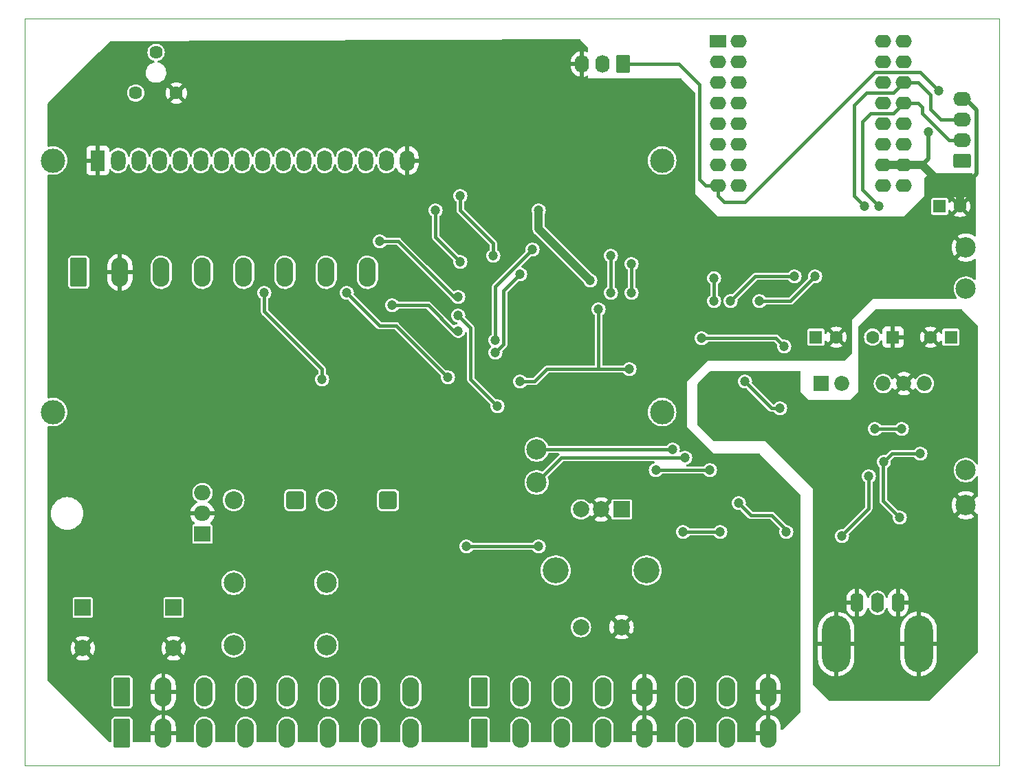
<source format=gbr>
%TF.GenerationSoftware,KiCad,Pcbnew,7.0.7*%
%TF.CreationDate,2025-07-01T12:31:18-10:00*%
%TF.ProjectId,Controller,436f6e74-726f-46c6-9c65-722e6b696361,New*%
%TF.SameCoordinates,Original*%
%TF.FileFunction,Copper,L1,Top*%
%TF.FilePolarity,Positive*%
%FSLAX46Y46*%
G04 Gerber Fmt 4.6, Leading zero omitted, Abs format (unit mm)*
G04 Created by KiCad (PCBNEW 7.0.7) date 2025-07-01 12:31:18*
%MOMM*%
%LPD*%
G01*
G04 APERTURE LIST*
G04 Aperture macros list*
%AMRoundRect*
0 Rectangle with rounded corners*
0 $1 Rounding radius*
0 $2 $3 $4 $5 $6 $7 $8 $9 X,Y pos of 4 corners*
0 Add a 4 corners polygon primitive as box body*
4,1,4,$2,$3,$4,$5,$6,$7,$8,$9,$2,$3,0*
0 Add four circle primitives for the rounded corners*
1,1,$1+$1,$2,$3*
1,1,$1+$1,$4,$5*
1,1,$1+$1,$6,$7*
1,1,$1+$1,$8,$9*
0 Add four rect primitives between the rounded corners*
20,1,$1+$1,$2,$3,$4,$5,0*
20,1,$1+$1,$4,$5,$6,$7,0*
20,1,$1+$1,$6,$7,$8,$9,0*
20,1,$1+$1,$8,$9,$2,$3,0*%
G04 Aperture macros list end*
%TA.AperFunction,ComponentPad*%
%ADD10C,2.500000*%
%TD*%
%TA.AperFunction,ComponentPad*%
%ADD11RoundRect,0.341000X-0.759000X0.759000X-0.759000X-0.759000X0.759000X-0.759000X0.759000X0.759000X0*%
%TD*%
%TA.AperFunction,ComponentPad*%
%ADD12C,2.200000*%
%TD*%
%TA.AperFunction,ComponentPad*%
%ADD13R,2.000000X1.905000*%
%TD*%
%TA.AperFunction,ComponentPad*%
%ADD14O,2.000000X1.905000*%
%TD*%
%TA.AperFunction,ComponentPad*%
%ADD15O,1.600000X2.500000*%
%TD*%
%TA.AperFunction,ComponentPad*%
%ADD16O,3.500000X7.000000*%
%TD*%
%TA.AperFunction,ComponentPad*%
%ADD17RoundRect,0.249997X-0.790003X-1.550003X0.790003X-1.550003X0.790003X1.550003X-0.790003X1.550003X0*%
%TD*%
%TA.AperFunction,ComponentPad*%
%ADD18O,2.080000X3.600000*%
%TD*%
%TA.AperFunction,ComponentPad*%
%ADD19C,3.000000*%
%TD*%
%TA.AperFunction,ComponentPad*%
%ADD20R,1.800000X2.600000*%
%TD*%
%TA.AperFunction,ComponentPad*%
%ADD21O,1.800000X2.600000*%
%TD*%
%TA.AperFunction,ComponentPad*%
%ADD22R,1.600000X1.600000*%
%TD*%
%TA.AperFunction,ComponentPad*%
%ADD23C,1.600000*%
%TD*%
%TA.AperFunction,ComponentPad*%
%ADD24RoundRect,0.250000X0.620000X0.845000X-0.620000X0.845000X-0.620000X-0.845000X0.620000X-0.845000X0*%
%TD*%
%TA.AperFunction,ComponentPad*%
%ADD25O,1.740000X2.190000*%
%TD*%
%TA.AperFunction,ComponentPad*%
%ADD26RoundRect,0.250000X0.845000X-0.620000X0.845000X0.620000X-0.845000X0.620000X-0.845000X-0.620000X0*%
%TD*%
%TA.AperFunction,ComponentPad*%
%ADD27O,2.190000X1.740000*%
%TD*%
%TA.AperFunction,ComponentPad*%
%ADD28R,2.000000X2.000000*%
%TD*%
%TA.AperFunction,ComponentPad*%
%ADD29C,2.000000*%
%TD*%
%TA.AperFunction,ComponentPad*%
%ADD30R,1.850000X1.850000*%
%TD*%
%TA.AperFunction,ComponentPad*%
%ADD31C,1.850000*%
%TD*%
%TA.AperFunction,ComponentPad*%
%ADD32R,2.000000X1.600000*%
%TD*%
%TA.AperFunction,ComponentPad*%
%ADD33O,2.000000X1.600000*%
%TD*%
%TA.AperFunction,ComponentPad*%
%ADD34C,3.200000*%
%TD*%
%TA.AperFunction,ComponentPad*%
%ADD35C,1.620000*%
%TD*%
%TA.AperFunction,ComponentPad*%
%ADD36RoundRect,0.249999X-0.790001X-1.550001X0.790001X-1.550001X0.790001X1.550001X-0.790001X1.550001X0*%
%TD*%
%TA.AperFunction,ViaPad*%
%ADD37C,1.200000*%
%TD*%
%TA.AperFunction,Conductor*%
%ADD38C,0.508000*%
%TD*%
%TA.AperFunction,Conductor*%
%ADD39C,1.016000*%
%TD*%
%TA.AperFunction,Conductor*%
%ADD40C,0.381000*%
%TD*%
%TA.AperFunction,Profile*%
%ADD41C,0.050000*%
%TD*%
G04 APERTURE END LIST*
D10*
%TO.P,TP4,1,1*%
%TO.N,T1amp*%
X104648000Y-108712000D03*
%TD*%
%TO.P,TP1,1,1*%
%TO.N,+5V*%
X157480000Y-88900000D03*
%TD*%
%TO.P,TP3,1,1*%
%TO.N,/WQ*%
X157480000Y-111252000D03*
%TD*%
%TO.P,TP5,1,1*%
%TO.N,T2amp*%
X104648000Y-112776000D03*
%TD*%
%TO.P,TP0,1,1*%
%TO.N,GND*%
X157480000Y-83820000D03*
%TD*%
D11*
%TO.P,K1,1*%
%TO.N,+12V*%
X74930000Y-114935000D03*
D10*
%TO.P,K1,2*%
%TO.N,/Relay1-Com*%
X67330000Y-125135000D03*
%TO.P,K1,3*%
%TO.N,/Relay1-NO*%
X67330000Y-132835000D03*
D12*
%TO.P,K1,5*%
%TO.N,Net-(D2-K)*%
X67330000Y-114935000D03*
%TD*%
D11*
%TO.P,K2,1*%
%TO.N,+12V*%
X86360000Y-114935000D03*
D10*
%TO.P,K2,2*%
%TO.N,/Relay2-Com*%
X78760000Y-125135000D03*
%TO.P,K2,3*%
%TO.N,/Relay2-NO*%
X78760000Y-132835000D03*
D12*
%TO.P,K2,5*%
%TO.N,Net-(D3-K)*%
X78760000Y-114935000D03*
%TD*%
D13*
%TO.P,U2,1,IN*%
%TO.N,+12V*%
X63500000Y-119126000D03*
D14*
%TO.P,U2,2,GND*%
%TO.N,GND*%
X63500000Y-116586000D03*
%TO.P,U2,3,OUT*%
%TO.N,+5V*%
X63500000Y-114046000D03*
%TD*%
D15*
%TO.P,J3,1,In*%
%TO.N,Net-(J3-In)*%
X146600000Y-127600000D03*
D16*
%TO.P,J3,2,Ext*%
%TO.N,GNDA*%
X151680000Y-132680000D03*
D15*
X149140000Y-127600000D03*
X144060000Y-127600000D03*
D16*
X141520000Y-132680000D03*
%TD*%
D17*
%TO.P,J1,1,Pin_1*%
%TO.N,VS*%
X53600000Y-138600000D03*
X53600000Y-143680000D03*
D18*
%TO.P,J1,2,Pin_2*%
%TO.N,GND*%
X58680000Y-138600000D03*
X58680000Y-143680000D03*
%TO.P,J1,3,Pin_3*%
%TO.N,/Relay1-Com*%
X63760000Y-138600000D03*
X63760000Y-143680000D03*
%TO.P,J1,4,Pin_4*%
%TO.N,/Relay1-NO*%
X68840000Y-138600000D03*
X68840000Y-143680000D03*
%TO.P,J1,5,Pin_5*%
%TO.N,/Relay2-Com*%
X73920000Y-138600000D03*
X73920000Y-143680000D03*
%TO.P,J1,6,Pin_6*%
%TO.N,/Relay2-NO*%
X79000000Y-138600000D03*
X79000000Y-143680000D03*
%TO.P,J1,7,Pin_7*%
%TO.N,Dout1*%
X84080000Y-138600000D03*
X84080000Y-143680000D03*
%TO.P,J1,8,Pin_8*%
%TO.N,/Dout2*%
X89160000Y-138600000D03*
X89160000Y-143680000D03*
%TD*%
D17*
%TO.P,J2,1,Pin_1*%
%TO.N,/ADin1*%
X97600000Y-138600000D03*
X97600000Y-143680000D03*
D18*
%TO.P,J2,2,Pin_2*%
%TO.N,/ADin2*%
X102680000Y-138600000D03*
X102680000Y-143680000D03*
%TO.P,J2,3,Pin_3*%
%TO.N,T1in*%
X107760000Y-138600000D03*
X107760000Y-143680000D03*
%TO.P,J2,4,Pin_4*%
%TO.N,T1bias*%
X112840000Y-138600000D03*
X112840000Y-143680000D03*
%TO.P,J2,5,Pin_5*%
%TO.N,GND*%
X117920000Y-138600000D03*
X117920000Y-143680000D03*
%TO.P,J2,6,Pin_6*%
%TO.N,T2in*%
X123000000Y-138600000D03*
X123000000Y-143680000D03*
%TO.P,J2,7,Pin_7*%
%TO.N,T2bias*%
X128080000Y-138600000D03*
X128080000Y-143680000D03*
%TO.P,J2,8,Pin_8*%
%TO.N,GND*%
X133160000Y-138600000D03*
X133160000Y-143680000D03*
%TD*%
D19*
%TO.P,DS1,*%
%TO.N,*%
X45100900Y-73100000D03*
X45100900Y-104100700D03*
X120099480Y-104100700D03*
X120100000Y-73100000D03*
D20*
%TO.P,DS1,1,VSS*%
%TO.N,GND*%
X50600000Y-73100000D03*
D21*
%TO.P,DS1,2,VDD*%
%TO.N,+5V*%
X53140000Y-73100000D03*
%TO.P,DS1,3,VO*%
%TO.N,Net-(DS1-VO)*%
X55680000Y-73100000D03*
%TO.P,DS1,4,RS*%
%TO.N,DispRS*%
X58220000Y-73100000D03*
%TO.P,DS1,5,R/W*%
%TO.N,DispRW*%
X60760000Y-73100000D03*
%TO.P,DS1,6,E*%
%TO.N,DispE*%
X63300000Y-73100000D03*
%TO.P,DS1,7,D0*%
%TO.N,DispD0*%
X65840000Y-73100000D03*
%TO.P,DS1,8,D1*%
%TO.N,DispD1*%
X68380000Y-73100000D03*
%TO.P,DS1,9,D2*%
%TO.N,DispD2*%
X70920000Y-73100000D03*
%TO.P,DS1,10,D3*%
%TO.N,DispD3*%
X73460000Y-73100000D03*
%TO.P,DS1,11,D4*%
%TO.N,DispD4*%
X76000000Y-73100000D03*
%TO.P,DS1,12,D5*%
%TO.N,DispD5*%
X78540000Y-73100000D03*
%TO.P,DS1,13,D6*%
%TO.N,DispD6*%
X81080000Y-73100000D03*
%TO.P,DS1,14,D7*%
%TO.N,DispD7*%
X83620000Y-73100000D03*
%TO.P,DS1,15,LED(+)*%
%TO.N,+5V*%
X86160000Y-73100000D03*
%TO.P,DS1,16,LED(-)*%
%TO.N,GND*%
X88700000Y-73100000D03*
%TD*%
D22*
%TO.P,C8,1*%
%TO.N,+5VA*%
X155637113Y-94867000D03*
D23*
%TO.P,C8,2*%
%TO.N,GNDA*%
X153137113Y-94867000D03*
%TD*%
D24*
%TO.P,J6,1,Pin_1*%
%TO.N,+3.3VA*%
X115316000Y-61194000D03*
D25*
%TO.P,J6,2,Pin_2*%
%TO.N,One*%
X112776000Y-61194000D03*
%TO.P,J6,3,Pin_3*%
%TO.N,GND*%
X110236000Y-61194000D03*
%TD*%
D26*
%TO.P,J5,1,Pin_1*%
%TO.N,+3.3VA*%
X156992000Y-73152000D03*
D27*
%TO.P,J5,2,Pin_2*%
%TO.N,SDA*%
X156992000Y-70612000D03*
%TO.P,J5,3,Pin_3*%
%TO.N,SCL*%
X156992000Y-68072000D03*
%TO.P,J5,4,Pin_4*%
%TO.N,GND*%
X156992000Y-65532000D03*
%TD*%
D28*
%TO.P,C2,1*%
%TO.N,+12V*%
X48768000Y-128188323D03*
D29*
%TO.P,C2,2*%
%TO.N,GND*%
X48768000Y-133188323D03*
%TD*%
D22*
%TO.P,C3,1*%
%TO.N,+5V*%
X154265621Y-78740000D03*
D23*
%TO.P,C3,2*%
%TO.N,GND*%
X156765621Y-78740000D03*
%TD*%
D30*
%TO.P,PS1,1,+Vin*%
%TO.N,+5V*%
X139700000Y-100584000D03*
D31*
%TO.P,PS1,2,-Vin*%
%TO.N,GND*%
X142240000Y-100584000D03*
%TO.P,PS1,4,-Vout*%
%TO.N,-5VA*%
X147320000Y-100584000D03*
%TO.P,PS1,5,0V*%
%TO.N,GNDA*%
X149860000Y-100584000D03*
%TO.P,PS1,6,+Vout*%
%TO.N,+5VA*%
X152400000Y-100584000D03*
%TD*%
D22*
%TO.P,C7,1*%
%TO.N,+5V*%
X139025621Y-94867000D03*
D23*
%TO.P,C7,2*%
%TO.N,GND*%
X141525621Y-94867000D03*
%TD*%
D22*
%TO.P,C9,1*%
%TO.N,GNDA*%
X148502380Y-94867000D03*
D23*
%TO.P,C9,2*%
%TO.N,-5VA*%
X146002380Y-94867000D03*
%TD*%
D28*
%TO.P,C1,1*%
%TO.N,+12V*%
X59944000Y-128188323D03*
D29*
%TO.P,C1,2*%
%TO.N,GND*%
X59944000Y-133188323D03*
%TD*%
D10*
%TO.P,TP2,1,1*%
%TO.N,GNDA*%
X157480000Y-115570000D03*
%TD*%
D32*
%TO.P,U1,1,~{EN}*%
%TO.N,unconnected-(U1-~{EN}-Pad1)*%
X127000000Y-58420000D03*
D33*
%TO.P,U1,2,D2*%
%TO.N,DispRS*%
X127000000Y-60960000D03*
%TO.P,U1,3,D4*%
%TO.N,DispE*%
X127000000Y-63500000D03*
%TO.P,U1,4,D12*%
%TO.N,DispD1*%
X127000000Y-66040000D03*
%TO.P,U1,5,D13*%
%TO.N,DispD3*%
X127000000Y-68580000D03*
%TO.P,U1,6,D11*%
%TO.N,DispD5*%
X127000000Y-71120000D03*
%TO.P,U1,7,D10*%
%TO.N,DispD7*%
X127000000Y-73660000D03*
%TO.P,U1,8,3V3*%
%TO.N,+3.3VA*%
X127000000Y-76200000D03*
%TO.P,U1,9,Vbus*%
%TO.N,+5V*%
X149860000Y-76200000D03*
%TO.P,U1,10,GND*%
%TO.N,GND*%
X149860000Y-73660000D03*
%TO.P,U1,11,D16*%
%TO.N,SPCK*%
X149860000Y-71120000D03*
%TO.P,U1,12,D18*%
%TO.N,MISO*%
X149860000Y-68580000D03*
%TO.P,U1,13,D35*%
%TO.N,SDA*%
X149860000Y-66040000D03*
%TO.P,U1,14,D36*%
%TO.N,SCL*%
X149860000Y-63500000D03*
%TO.P,U1,15,D44*%
%TO.N,In2*%
X149860000Y-60960000D03*
%TO.P,U1,16,D43*%
%TO.N,In1*%
X149860000Y-58420000D03*
%TO.P,U1,17,D1*%
%TO.N,One*%
X129540000Y-58420000D03*
%TO.P,U1,18,D3*%
%TO.N,DispRW*%
X129540000Y-60960000D03*
%TO.P,U1,19,D5*%
%TO.N,DispD0*%
X129540000Y-63500000D03*
%TO.P,U1,20,D6*%
%TO.N,DispD2*%
X129540000Y-66040000D03*
%TO.P,U1,21,D7*%
%TO.N,DispD4*%
X129540000Y-68580000D03*
%TO.P,U1,22,D8*%
%TO.N,DispD6*%
X129540000Y-71120000D03*
%TO.P,U1,23,D9*%
%TO.N,Rly2*%
X129540000Y-73660000D03*
%TO.P,U1,24,D14*%
%TO.N,Rly1*%
X129540000Y-76200000D03*
%TO.P,U1,25,D15*%
%TO.N,EncPB*%
X147320000Y-76200000D03*
%TO.P,U1,26,GND*%
%TO.N,GND*%
X147320000Y-73660000D03*
%TO.P,U1,27,D17*%
%TO.N,EncA*%
X147320000Y-71120000D03*
%TO.P,U1,28,D21*%
%TO.N,EncB*%
X147320000Y-68580000D03*
%TO.P,U1,29,D34*%
%TO.N,MOSI*%
X147320000Y-66040000D03*
%TO.P,U1,30,D38*%
%TO.N,ADCS*%
X147320000Y-63500000D03*
%TO.P,U1,31,D37*%
%TO.N,Out2d*%
X147320000Y-60960000D03*
%TO.P,U1,32,D33*%
%TO.N,Out1d*%
X147320000Y-58420000D03*
%TD*%
D28*
%TO.P,S1,A,A*%
%TO.N,Net-(R46-Pad1)*%
X115100000Y-116100000D03*
D29*
%TO.P,S1,B,B*%
%TO.N,Net-(R45-Pad1)*%
X110100000Y-116100000D03*
%TO.P,S1,C,C*%
%TO.N,GND*%
X112600000Y-116100000D03*
D34*
%TO.P,S1,MP*%
%TO.N,N/C*%
X118200000Y-123600000D03*
X107000000Y-123600000D03*
D29*
%TO.P,S1,S1,S1*%
%TO.N,Net-(R47-Pad1)*%
X110100000Y-130600000D03*
%TO.P,S1,S2,S2*%
%TO.N,GND*%
X115100000Y-130600000D03*
%TD*%
D35*
%TO.P,R51,1,1*%
%TO.N,GND*%
X60285000Y-64770000D03*
%TO.P,R51,2,2*%
%TO.N,Net-(DS1-VO)*%
X57785000Y-59770000D03*
%TO.P,R51,3,3*%
%TO.N,+5V*%
X55285000Y-64770000D03*
%TD*%
D36*
%TO.P,J4,1,Pin_1*%
%TO.N,VS*%
X48260000Y-86868000D03*
D18*
%TO.P,J4,2,Pin_2*%
%TO.N,GND*%
X53340000Y-86868000D03*
%TO.P,J4,3,Pin_3*%
%TO.N,VS*%
X58420000Y-86868000D03*
%TO.P,J4,4,Pin_4*%
%TO.N,Dout1*%
X63500000Y-86868000D03*
%TO.P,J4,5,Pin_5*%
%TO.N,VS*%
X68580000Y-86868000D03*
%TO.P,J4,6,Pin_6*%
%TO.N,Net-(J4-Pin_6)*%
X73660000Y-86868000D03*
%TO.P,J4,7,Pin_7*%
%TO.N,Net-(J4-Pin_7)*%
X78740000Y-86868000D03*
%TO.P,J4,8,Pin_8*%
%TO.N,Net-(J4-Pin_8)*%
X83820000Y-86868000D03*
%TD*%
D37*
%TO.N,GNDA*%
X137922000Y-106172000D03*
X138684000Y-111506000D03*
X133350000Y-100076000D03*
X128559000Y-102143000D03*
X156972000Y-107059000D03*
X143002000Y-104902000D03*
%TO.N,GND*%
X60960000Y-99060000D03*
X120838000Y-92456000D03*
X128524000Y-97028000D03*
X133096000Y-126492000D03*
X87376000Y-111252000D03*
X132588000Y-111379000D03*
X73660000Y-111252000D03*
X102616000Y-88900000D03*
X106680000Y-100838000D03*
X76200000Y-100584000D03*
X104902000Y-96774000D03*
X66548000Y-81280000D03*
X117348000Y-92456000D03*
X92482000Y-129006000D03*
X96774000Y-87122000D03*
X137922000Y-90932000D03*
X98044000Y-103378000D03*
X69088000Y-100584000D03*
X132080000Y-118872000D03*
X83288000Y-100584000D03*
X110236000Y-97282000D03*
X102500000Y-129000000D03*
X152908000Y-69596000D03*
X90400000Y-100584000D03*
X122428000Y-125984000D03*
X83820000Y-81534000D03*
X96520000Y-110744000D03*
X73914000Y-81280000D03*
X101600000Y-117348000D03*
X127762000Y-122682000D03*
%TO.N,+5VA*%
X147392500Y-110236000D03*
X151892000Y-109220000D03*
X149352000Y-117094000D03*
%TO.N,+5V*%
X111252000Y-87884000D03*
X104902000Y-79248000D03*
%TO.N,+3.3V*%
X104902000Y-120650000D03*
X135382000Y-118872000D03*
X96012000Y-120650000D03*
X125984000Y-111252000D03*
X95250000Y-77470000D03*
X116078000Y-98806000D03*
X129540000Y-115316000D03*
X99314000Y-84836000D03*
X112268000Y-91440000D03*
X135128000Y-96012000D03*
X119307500Y-111252000D03*
X102616000Y-100330000D03*
X124968000Y-94996000D03*
%TO.N,/3.3VA*%
X145542000Y-112014000D03*
X146304000Y-106172000D03*
X142240000Y-119380000D03*
X130302000Y-100330000D03*
X149606000Y-106172000D03*
X134620000Y-103632000D03*
%TO.N,T1amp*%
X121412000Y-108712000D03*
%TO.N,T2amp*%
X122936000Y-109728000D03*
%TO.N,In1*%
X99568000Y-95250000D03*
X104140000Y-84074000D03*
%TO.N,In2*%
X99568000Y-96774000D03*
X93726000Y-99822000D03*
X81280000Y-89408000D03*
X102616000Y-87122000D03*
%TO.N,EncB*%
X113792000Y-84836000D03*
X113792000Y-89408000D03*
%TO.N,EncA*%
X116332000Y-85852000D03*
X116332000Y-89408000D03*
%TO.N,EncPB*%
X126492000Y-90424000D03*
X126492000Y-87592500D03*
%TO.N,SupV*%
X94996000Y-94107000D03*
X86868000Y-90932000D03*
%TO.N,SDA*%
X138938000Y-87376000D03*
X132080000Y-90424000D03*
X146812000Y-78740000D03*
%TO.N,SCL*%
X145034000Y-78740000D03*
X136398000Y-87376000D03*
X128524000Y-90424000D03*
%TO.N,Net-(U10-CH5)*%
X99822000Y-103378000D03*
X94996000Y-92202000D03*
%TO.N,Net-(U8B-+)*%
X127254000Y-118872000D03*
X122682000Y-118872000D03*
%TO.N,In3*%
X94996000Y-89916000D03*
X85344000Y-83058000D03*
%TO.N,In4*%
X95250000Y-85598000D03*
X92202000Y-79248000D03*
%TO.N,Dout1*%
X78232000Y-100076000D03*
X71120000Y-89408000D03*
%TO.N,+3.3VA*%
X154178000Y-64516000D03*
%TD*%
D38*
%TO.N,GND*%
X158806000Y-74715242D02*
X156765621Y-76755621D01*
D39*
X147320000Y-73660000D02*
X149860000Y-73660000D01*
X155956000Y-75946000D02*
X156765621Y-76755621D01*
X154432000Y-75946000D02*
X155956000Y-75946000D01*
X149860000Y-73660000D02*
X152146000Y-73660000D01*
D38*
X156992000Y-65532000D02*
X157480000Y-65532000D01*
X152908000Y-69596000D02*
X152908000Y-72898000D01*
X158806000Y-66858000D02*
X158806000Y-74715242D01*
X156230000Y-65532000D02*
X156972000Y-65532000D01*
D39*
X152146000Y-73660000D02*
X154432000Y-75946000D01*
D38*
X152908000Y-72898000D02*
X152146000Y-73660000D01*
X157480000Y-65532000D02*
X158806000Y-66858000D01*
D39*
X156765621Y-76755621D02*
X156765621Y-78740000D01*
D40*
%TO.N,+5VA*%
X147320000Y-110308500D02*
X147392500Y-110236000D01*
X151892000Y-109220000D02*
X148408500Y-109220000D01*
X149352000Y-117094000D02*
X147320000Y-115062000D01*
X148408500Y-109220000D02*
X147392500Y-110236000D01*
X147320000Y-115062000D02*
X147320000Y-110308500D01*
D39*
%TO.N,+5V*%
X104902000Y-79248000D02*
X104902000Y-81534000D01*
X104902000Y-81534000D02*
X111252000Y-87884000D01*
D40*
%TO.N,+3.3V*%
X112268000Y-98806000D02*
X106680000Y-98806000D01*
X106680000Y-98806000D02*
X105918000Y-98806000D01*
X119307500Y-111252000D02*
X125984000Y-111252000D01*
X124968000Y-94996000D02*
X134112000Y-94996000D01*
X135382000Y-118872000D02*
X135382000Y-118618000D01*
X134112000Y-94996000D02*
X135128000Y-96012000D01*
X105918000Y-98806000D02*
X104394000Y-100330000D01*
X135382000Y-118618000D02*
X133604000Y-116840000D01*
X95250000Y-79248000D02*
X95250000Y-77470000D01*
X96012000Y-120650000D02*
X104902000Y-120650000D01*
X133604000Y-116840000D02*
X131064000Y-116840000D01*
X131064000Y-116840000D02*
X129540000Y-115316000D01*
X99314000Y-83312000D02*
X95250000Y-79248000D01*
X116078000Y-98806000D02*
X106680000Y-98806000D01*
X112268000Y-91440000D02*
X112268000Y-98806000D01*
X104394000Y-100330000D02*
X102616000Y-100330000D01*
X99314000Y-84836000D02*
X99314000Y-83312000D01*
%TO.N,/3.3VA*%
X133604000Y-103632000D02*
X134620000Y-103632000D01*
X145542000Y-115958000D02*
X142240000Y-119260000D01*
X145542000Y-112014000D02*
X145542000Y-115958000D01*
X145542000Y-112014000D02*
X145288000Y-111760000D01*
X142240000Y-119260000D02*
X142240000Y-119380000D01*
X149606000Y-106172000D02*
X146304000Y-106172000D01*
X130302000Y-100330000D02*
X133604000Y-103632000D01*
%TO.N,T1amp*%
X121412000Y-108712000D02*
X104648000Y-108712000D01*
%TO.N,T2amp*%
X107696000Y-109728000D02*
X104648000Y-112776000D01*
X122936000Y-109728000D02*
X107696000Y-109728000D01*
%TO.N,In1*%
X99568000Y-88646000D02*
X99568000Y-95250000D01*
X104140000Y-84074000D02*
X99568000Y-88646000D01*
%TO.N,In2*%
X85344000Y-93472000D02*
X87376000Y-93472000D01*
X100584000Y-89154000D02*
X102616000Y-87122000D01*
X99568000Y-96774000D02*
X100584000Y-95758000D01*
X81280000Y-89408000D02*
X85344000Y-93472000D01*
X87376000Y-93472000D02*
X93726000Y-99822000D01*
X100584000Y-95758000D02*
X100584000Y-89154000D01*
%TO.N,EncB*%
X113792000Y-84836000D02*
X113792000Y-89408000D01*
%TO.N,EncA*%
X116332000Y-89408000D02*
X116332000Y-85852000D01*
%TO.N,EncPB*%
X126492000Y-90424000D02*
X126492000Y-87592500D01*
%TO.N,SupV*%
X94484928Y-94107000D02*
X91309928Y-90932000D01*
X94996000Y-94107000D02*
X94484928Y-94107000D01*
X91309928Y-90932000D02*
X86868000Y-90932000D01*
%TO.N,SDA*%
X146812000Y-78740000D02*
X144780000Y-76708000D01*
X145796000Y-67310000D02*
X148590000Y-67310000D01*
X135890000Y-90424000D02*
X132080000Y-90424000D01*
X155448000Y-70612000D02*
X156230000Y-70612000D01*
X149860000Y-66040000D02*
X151638000Y-66040000D01*
X138938000Y-87376000D02*
X135890000Y-90424000D01*
X151638000Y-66040000D02*
X152146000Y-66548000D01*
X152146000Y-66548000D02*
X152146000Y-67310000D01*
X148590000Y-67310000D02*
X149860000Y-66040000D01*
X144780000Y-68326000D02*
X145796000Y-67310000D01*
X144780000Y-76708000D02*
X144780000Y-68326000D01*
X152146000Y-67310000D02*
X155448000Y-70612000D01*
%TO.N,SCL*%
X154432000Y-68072000D02*
X156230000Y-68072000D01*
X145034000Y-78740000D02*
X143764000Y-77470000D01*
X143764000Y-66294000D02*
X145288000Y-64770000D01*
X153162000Y-66802000D02*
X154432000Y-68072000D01*
X136398000Y-87376000D02*
X131572000Y-87376000D01*
X145288000Y-64770000D02*
X148590000Y-64770000D01*
X153162000Y-65024000D02*
X153162000Y-66802000D01*
X131572000Y-87376000D02*
X128524000Y-90424000D01*
X143764000Y-77470000D02*
X143764000Y-66294000D01*
X149860000Y-63500000D02*
X151638000Y-63500000D01*
X148590000Y-64770000D02*
X149860000Y-63500000D01*
X151638000Y-63500000D02*
X153162000Y-65024000D01*
%TO.N,Net-(U10-CH5)*%
X94996000Y-92202000D02*
X96520000Y-93726000D01*
X96520000Y-93726000D02*
X96520000Y-100076000D01*
X96520000Y-100076000D02*
X99822000Y-103378000D01*
%TO.N,Net-(U8B-+)*%
X122682000Y-118872000D02*
X127254000Y-118872000D01*
%TO.N,In3*%
X94996000Y-89916000D02*
X94488000Y-89916000D01*
X87630000Y-83058000D02*
X85344000Y-83058000D01*
X94488000Y-89916000D02*
X87630000Y-83058000D01*
%TO.N,In4*%
X92202000Y-79248000D02*
X92202000Y-82550000D01*
X92202000Y-82550000D02*
X95250000Y-85598000D01*
%TO.N,Dout1*%
X78232000Y-100076000D02*
X78232000Y-98806000D01*
X78232000Y-98806000D02*
X71120000Y-91694000D01*
X71120000Y-91694000D02*
X71120000Y-89408000D01*
%TO.N,+3.3VA*%
X127000000Y-77470000D02*
X127000000Y-76200000D01*
X125476000Y-76200000D02*
X124714000Y-75438000D01*
X154178000Y-64516000D02*
X151892000Y-62230000D01*
X127762000Y-78232000D02*
X127000000Y-77470000D01*
X146304000Y-62230000D02*
X130302000Y-78232000D01*
X124714000Y-63754000D02*
X122174000Y-61214000D01*
X130302000Y-78232000D02*
X127762000Y-78232000D01*
X127000000Y-76200000D02*
X125476000Y-76200000D01*
X115336000Y-61214000D02*
X115316000Y-61194000D01*
X122174000Y-61214000D02*
X115336000Y-61214000D01*
X124714000Y-75438000D02*
X124714000Y-63754000D01*
X151892000Y-62230000D02*
X146304000Y-62230000D01*
%TD*%
%TA.AperFunction,Conductor*%
%TO.N,GNDA*%
G36*
X156987931Y-91460002D02*
G01*
X157008905Y-91476905D01*
X158967095Y-93435095D01*
X159001121Y-93497407D01*
X159004000Y-93524190D01*
X159004000Y-110410711D01*
X158983998Y-110478832D01*
X158930342Y-110525325D01*
X158860068Y-110535429D01*
X158795488Y-110505935D01*
X158772517Y-110479626D01*
X158671331Y-110324749D01*
X158502468Y-110141315D01*
X158305706Y-109988168D01*
X158240745Y-109953013D01*
X158086422Y-109869497D01*
X158086418Y-109869495D01*
X158086417Y-109869495D01*
X157850603Y-109788540D01*
X157850596Y-109788538D01*
X157745343Y-109770974D01*
X157604666Y-109747500D01*
X157355334Y-109747500D01*
X157232257Y-109768037D01*
X157109403Y-109788538D01*
X157109396Y-109788540D01*
X156873582Y-109869495D01*
X156873578Y-109869496D01*
X156873578Y-109869497D01*
X156842106Y-109886529D01*
X156654293Y-109988168D01*
X156457531Y-110141315D01*
X156288668Y-110324749D01*
X156152296Y-110533483D01*
X156052142Y-110761811D01*
X156052139Y-110761818D01*
X155990935Y-111003511D01*
X155990934Y-111003517D01*
X155990934Y-111003519D01*
X155970344Y-111252000D01*
X155990505Y-111495309D01*
X155990935Y-111500488D01*
X156052139Y-111742181D01*
X156052142Y-111742188D01*
X156152296Y-111970516D01*
X156288668Y-112179250D01*
X156457531Y-112362684D01*
X156457536Y-112362688D01*
X156457538Y-112362690D01*
X156654296Y-112515833D01*
X156873578Y-112634503D01*
X157109401Y-112715461D01*
X157355334Y-112756500D01*
X157355338Y-112756500D01*
X157604662Y-112756500D01*
X157604666Y-112756500D01*
X157850599Y-112715461D01*
X158086422Y-112634503D01*
X158305704Y-112515833D01*
X158502462Y-112362690D01*
X158671331Y-112179250D01*
X158772517Y-112024372D01*
X158826520Y-111978284D01*
X158896868Y-111968709D01*
X158961226Y-111998686D01*
X158999159Y-112058699D01*
X159004000Y-112093288D01*
X159004000Y-114394997D01*
X158983998Y-114463118D01*
X158930342Y-114509611D01*
X158885494Y-114518057D01*
X158163022Y-115240530D01*
X158100710Y-115274556D01*
X158029895Y-115269491D01*
X157973965Y-115228139D01*
X157907927Y-115142077D01*
X157907925Y-115142076D01*
X157907925Y-115142075D01*
X157821858Y-115076033D01*
X157779992Y-115018697D01*
X157775770Y-114947826D01*
X157809468Y-114886976D01*
X158529166Y-114167278D01*
X158529166Y-114167277D01*
X158357463Y-114050211D01*
X158357456Y-114050207D01*
X158121144Y-113936404D01*
X158121131Y-113936399D01*
X157870514Y-113859094D01*
X157870502Y-113859092D01*
X157611140Y-113820000D01*
X157348860Y-113820000D01*
X157089497Y-113859092D01*
X157089485Y-113859094D01*
X156838856Y-113936404D01*
X156602545Y-114050207D01*
X156602537Y-114050212D01*
X156430832Y-114167277D01*
X156430832Y-114167278D01*
X157150531Y-114886976D01*
X157184556Y-114949289D01*
X157179492Y-115020104D01*
X157138140Y-115076034D01*
X157052074Y-115142074D01*
X156986034Y-115228140D01*
X156928696Y-115270007D01*
X156857825Y-115274229D01*
X156796976Y-115240531D01*
X156077874Y-114521428D01*
X156077873Y-114521428D01*
X156030029Y-114581422D01*
X156030026Y-114581427D01*
X155898881Y-114808576D01*
X155803060Y-115052727D01*
X155803059Y-115052730D01*
X155744694Y-115308441D01*
X155725093Y-115570000D01*
X155744694Y-115831558D01*
X155803059Y-116087269D01*
X155803060Y-116087272D01*
X155898881Y-116331423D01*
X156030025Y-116558570D01*
X156077874Y-116618570D01*
X156796976Y-115899468D01*
X156859289Y-115865443D01*
X156930104Y-115870507D01*
X156986033Y-115911858D01*
X157044018Y-115987425D01*
X157052077Y-115997927D01*
X157138139Y-116063965D01*
X157180006Y-116121303D01*
X157184228Y-116192174D01*
X157150530Y-116253022D01*
X156430832Y-116972719D01*
X156430832Y-116972721D01*
X156602537Y-117089788D01*
X156602545Y-117089792D01*
X156838856Y-117203595D01*
X157089485Y-117280905D01*
X157089497Y-117280907D01*
X157348860Y-117320000D01*
X157611140Y-117320000D01*
X157870502Y-117280907D01*
X157870514Y-117280905D01*
X158121131Y-117203600D01*
X158121144Y-117203595D01*
X158357456Y-117089792D01*
X158529166Y-116972720D01*
X157809468Y-116253023D01*
X157775443Y-116190710D01*
X157780507Y-116119895D01*
X157821858Y-116063965D01*
X157907925Y-115997925D01*
X157973966Y-115911857D01*
X158031301Y-115869992D01*
X158102172Y-115865770D01*
X158163023Y-115899468D01*
X158886355Y-116622801D01*
X158940069Y-116635350D01*
X158989497Y-116686314D01*
X159003999Y-116745001D01*
X159004000Y-133551810D01*
X158983998Y-133619931D01*
X158967095Y-133640905D01*
X152944905Y-139663095D01*
X152882593Y-139697121D01*
X152855810Y-139700000D01*
X140768190Y-139700000D01*
X140700069Y-139679998D01*
X140679095Y-139663095D01*
X138720905Y-137704905D01*
X138686879Y-137642593D01*
X138684000Y-137615810D01*
X138684000Y-134505224D01*
X139270000Y-134505224D01*
X139285085Y-134730566D01*
X139285086Y-134730575D01*
X139345086Y-135025765D01*
X139345088Y-135025773D01*
X139443899Y-135310337D01*
X139443903Y-135310346D01*
X139579763Y-135579205D01*
X139750250Y-135827559D01*
X139952316Y-136050973D01*
X139952318Y-136050974D01*
X140182357Y-136245461D01*
X140182365Y-136245467D01*
X140436267Y-136407552D01*
X140709517Y-136534354D01*
X140709522Y-136534355D01*
X140997236Y-136623605D01*
X141270000Y-136669614D01*
X141270000Y-133809152D01*
X141290002Y-133741031D01*
X141343658Y-133694538D01*
X141411397Y-133684798D01*
X141411443Y-133684353D01*
X141413230Y-133684534D01*
X141413932Y-133684434D01*
X141416288Y-133684845D01*
X141417797Y-133684999D01*
X141417801Y-133685000D01*
X141417805Y-133685000D01*
X141570966Y-133685000D01*
X141570967Y-133685000D01*
X141570968Y-133684999D01*
X141570985Y-133684999D01*
X141631252Y-133678870D01*
X141701047Y-133691877D01*
X141752730Y-133740553D01*
X141770000Y-133804223D01*
X141770000Y-136666207D01*
X141895070Y-136653625D01*
X142188114Y-136583790D01*
X142188115Y-136583789D01*
X142469218Y-136475525D01*
X142733394Y-136330752D01*
X142975914Y-136152062D01*
X143192449Y-135942646D01*
X143379144Y-135706230D01*
X143532664Y-135447038D01*
X143650261Y-135169709D01*
X143650264Y-135169700D01*
X143729847Y-134879175D01*
X143770000Y-134580616D01*
X143770000Y-134505224D01*
X149430000Y-134505224D01*
X149445085Y-134730566D01*
X149445086Y-134730575D01*
X149505086Y-135025765D01*
X149505088Y-135025773D01*
X149603899Y-135310337D01*
X149603903Y-135310346D01*
X149739763Y-135579205D01*
X149910250Y-135827559D01*
X150112316Y-136050973D01*
X150112318Y-136050974D01*
X150342357Y-136245461D01*
X150342365Y-136245467D01*
X150596267Y-136407552D01*
X150869517Y-136534354D01*
X150869522Y-136534355D01*
X151157236Y-136623605D01*
X151430000Y-136669614D01*
X151430000Y-133809152D01*
X151450002Y-133741031D01*
X151503658Y-133694538D01*
X151571397Y-133684798D01*
X151571443Y-133684353D01*
X151573230Y-133684534D01*
X151573932Y-133684434D01*
X151576288Y-133684845D01*
X151577797Y-133684999D01*
X151577801Y-133685000D01*
X151577805Y-133685000D01*
X151730966Y-133685000D01*
X151730967Y-133685000D01*
X151730968Y-133684999D01*
X151730985Y-133684999D01*
X151791252Y-133678870D01*
X151861047Y-133691877D01*
X151912730Y-133740553D01*
X151930000Y-133804223D01*
X151930000Y-136666207D01*
X152055070Y-136653625D01*
X152348114Y-136583790D01*
X152348115Y-136583789D01*
X152629218Y-136475525D01*
X152893394Y-136330752D01*
X153135914Y-136152062D01*
X153352449Y-135942646D01*
X153539144Y-135706230D01*
X153692664Y-135447038D01*
X153810261Y-135169709D01*
X153810264Y-135169700D01*
X153889847Y-134879175D01*
X153930000Y-134580616D01*
X153930000Y-132930000D01*
X152806165Y-132930000D01*
X152738044Y-132909998D01*
X152691551Y-132856342D01*
X152680327Y-132797618D01*
X152688886Y-132628835D01*
X152680651Y-132575081D01*
X152690107Y-132504716D01*
X152736103Y-132450634D01*
X152804037Y-132430005D01*
X152805198Y-132430000D01*
X153930000Y-132430000D01*
X153930000Y-130854776D01*
X153914914Y-130629433D01*
X153914913Y-130629424D01*
X153854913Y-130334234D01*
X153854911Y-130334226D01*
X153756100Y-130049662D01*
X153756096Y-130049653D01*
X153620236Y-129780794D01*
X153449749Y-129532440D01*
X153247683Y-129309026D01*
X153247681Y-129309025D01*
X153017642Y-129114538D01*
X153017634Y-129114532D01*
X152763732Y-128952447D01*
X152490482Y-128825645D01*
X152490477Y-128825644D01*
X152202763Y-128736394D01*
X151930000Y-128690384D01*
X151930000Y-131550847D01*
X151909998Y-131618968D01*
X151856342Y-131665461D01*
X151788600Y-131675200D01*
X151788555Y-131675646D01*
X151786768Y-131675464D01*
X151786068Y-131675565D01*
X151783706Y-131675152D01*
X151782203Y-131675000D01*
X151782199Y-131675000D01*
X151629033Y-131675000D01*
X151629029Y-131675000D01*
X151568746Y-131681130D01*
X151498952Y-131668121D01*
X151447269Y-131619444D01*
X151430000Y-131555776D01*
X151430000Y-128693792D01*
X151429999Y-128693792D01*
X151304923Y-128706376D01*
X151304919Y-128706376D01*
X151011885Y-128776209D01*
X151011884Y-128776210D01*
X150730781Y-128884474D01*
X150466605Y-129029247D01*
X150224085Y-129207937D01*
X150007550Y-129417353D01*
X149820855Y-129653769D01*
X149667335Y-129912961D01*
X149549738Y-130190290D01*
X149549735Y-130190299D01*
X149470152Y-130480824D01*
X149430000Y-130779383D01*
X149430000Y-132430000D01*
X150553835Y-132430000D01*
X150621956Y-132450002D01*
X150668449Y-132503658D01*
X150679673Y-132562382D01*
X150671113Y-132731163D01*
X150679349Y-132784919D01*
X150669893Y-132855284D01*
X150623897Y-132909366D01*
X150555963Y-132929995D01*
X150554802Y-132930000D01*
X149430000Y-132930000D01*
X149430000Y-134505224D01*
X143770000Y-134505224D01*
X143770000Y-132930000D01*
X142646165Y-132930000D01*
X142578044Y-132909998D01*
X142531551Y-132856342D01*
X142520327Y-132797618D01*
X142528886Y-132628835D01*
X142520651Y-132575081D01*
X142530107Y-132504716D01*
X142576103Y-132450634D01*
X142644037Y-132430005D01*
X142645198Y-132430000D01*
X143770000Y-132430000D01*
X143770000Y-130854776D01*
X143754914Y-130629433D01*
X143754913Y-130629424D01*
X143694913Y-130334234D01*
X143694911Y-130334226D01*
X143596100Y-130049662D01*
X143596096Y-130049653D01*
X143460236Y-129780794D01*
X143289749Y-129532440D01*
X143087683Y-129309026D01*
X143087681Y-129309025D01*
X142857642Y-129114538D01*
X142857634Y-129114532D01*
X142603732Y-128952447D01*
X142330482Y-128825645D01*
X142330477Y-128825644D01*
X142042763Y-128736394D01*
X141770000Y-128690384D01*
X141770000Y-131550847D01*
X141749998Y-131618968D01*
X141696342Y-131665461D01*
X141628600Y-131675200D01*
X141628555Y-131675646D01*
X141626768Y-131675464D01*
X141626068Y-131675565D01*
X141623706Y-131675152D01*
X141622203Y-131675000D01*
X141622199Y-131675000D01*
X141469033Y-131675000D01*
X141469029Y-131675000D01*
X141408746Y-131681130D01*
X141338952Y-131668121D01*
X141287269Y-131619444D01*
X141270000Y-131555776D01*
X141270000Y-128693792D01*
X141269999Y-128693792D01*
X141144923Y-128706376D01*
X141144919Y-128706376D01*
X140851885Y-128776209D01*
X140851884Y-128776210D01*
X140570781Y-128884474D01*
X140306605Y-129029247D01*
X140064085Y-129207937D01*
X139847550Y-129417353D01*
X139660855Y-129653769D01*
X139507335Y-129912961D01*
X139389738Y-130190290D01*
X139389735Y-130190299D01*
X139310152Y-130480824D01*
X139270000Y-130779383D01*
X139270000Y-132430000D01*
X140393835Y-132430000D01*
X140461956Y-132450002D01*
X140508449Y-132503658D01*
X140519673Y-132562382D01*
X140511113Y-132731163D01*
X140519349Y-132784919D01*
X140509893Y-132855284D01*
X140463897Y-132909366D01*
X140395963Y-132929995D01*
X140394802Y-132930000D01*
X139270000Y-132930000D01*
X139270000Y-134505224D01*
X138684000Y-134505224D01*
X138684000Y-128106762D01*
X142760000Y-128106762D01*
X142774859Y-128276602D01*
X142833732Y-128496323D01*
X142833734Y-128496328D01*
X142929866Y-128702483D01*
X143060335Y-128888812D01*
X143060340Y-128888818D01*
X143221181Y-129049659D01*
X143221187Y-129049664D01*
X143407516Y-129180133D01*
X143613671Y-129276265D01*
X143613677Y-129276267D01*
X143810000Y-129328871D01*
X143810000Y-128159298D01*
X143830002Y-128091177D01*
X143883658Y-128044684D01*
X143953932Y-128034580D01*
X143973135Y-128038894D01*
X143992927Y-128045000D01*
X143992928Y-128045000D01*
X144093342Y-128045000D01*
X144093346Y-128045000D01*
X144165223Y-128034166D01*
X144235562Y-128043792D01*
X144289532Y-128089919D01*
X144309997Y-128157902D01*
X144310000Y-128158759D01*
X144310000Y-129328871D01*
X144506322Y-129276267D01*
X144506328Y-129276265D01*
X144712483Y-129180133D01*
X144898812Y-129049664D01*
X144898818Y-129049659D01*
X145059659Y-128888818D01*
X145059664Y-128888812D01*
X145190133Y-128702483D01*
X145286265Y-128496328D01*
X145286268Y-128496320D01*
X145334899Y-128314823D01*
X145371850Y-128254200D01*
X145435711Y-128223178D01*
X145506205Y-128231606D01*
X145560952Y-128276808D01*
X145577181Y-128310857D01*
X145621055Y-128455493D01*
X145718974Y-128638686D01*
X145850747Y-128799252D01*
X146011313Y-128931024D01*
X146011313Y-128931025D01*
X146011317Y-128931027D01*
X146194508Y-129028945D01*
X146393282Y-129089242D01*
X146393286Y-129089242D01*
X146393288Y-129089243D01*
X146599997Y-129109602D01*
X146600000Y-129109602D01*
X146600003Y-129109602D01*
X146806711Y-129089243D01*
X146806712Y-129089242D01*
X146806718Y-129089242D01*
X147005492Y-129028945D01*
X147188683Y-128931027D01*
X147188684Y-128931025D01*
X147188686Y-128931025D01*
X147188686Y-128931024D01*
X147349252Y-128799252D01*
X147481027Y-128638683D01*
X147578945Y-128455492D01*
X147622819Y-128310855D01*
X147661733Y-128251477D01*
X147726574Y-128222561D01*
X147796755Y-128233291D01*
X147849994Y-128280260D01*
X147865100Y-128314822D01*
X147913732Y-128496323D01*
X147913734Y-128496328D01*
X148009866Y-128702483D01*
X148140335Y-128888812D01*
X148140340Y-128888818D01*
X148301181Y-129049659D01*
X148301187Y-129049664D01*
X148487516Y-129180133D01*
X148693671Y-129276265D01*
X148693677Y-129276267D01*
X148890000Y-129328871D01*
X148890000Y-128159298D01*
X148910002Y-128091177D01*
X148963658Y-128044684D01*
X149033932Y-128034580D01*
X149053135Y-128038894D01*
X149072927Y-128045000D01*
X149072928Y-128045000D01*
X149173342Y-128045000D01*
X149173346Y-128045000D01*
X149245223Y-128034166D01*
X149315562Y-128043792D01*
X149369532Y-128089919D01*
X149389997Y-128157902D01*
X149390000Y-128158759D01*
X149390000Y-129328871D01*
X149586322Y-129276267D01*
X149586328Y-129276265D01*
X149792483Y-129180133D01*
X149978812Y-129049664D01*
X149978818Y-129049659D01*
X150139659Y-128888818D01*
X150139664Y-128888812D01*
X150270133Y-128702483D01*
X150366265Y-128496328D01*
X150366267Y-128496323D01*
X150425140Y-128276602D01*
X150440000Y-128106762D01*
X150440000Y-127850000D01*
X149697382Y-127850000D01*
X149629261Y-127829998D01*
X149582768Y-127776342D01*
X149572664Y-127706068D01*
X149574541Y-127695962D01*
X149577161Y-127684480D01*
X149588768Y-127633630D01*
X149578743Y-127499860D01*
X149578742Y-127499858D01*
X149578037Y-127490444D01*
X149580542Y-127490256D01*
X149584035Y-127433183D01*
X149625996Y-127375913D01*
X149692258Y-127350420D01*
X149702537Y-127350000D01*
X150440000Y-127350000D01*
X150440000Y-127093238D01*
X150425140Y-126923397D01*
X150366267Y-126703676D01*
X150366265Y-126703671D01*
X150270133Y-126497516D01*
X150139664Y-126311187D01*
X150139659Y-126311181D01*
X149978818Y-126150340D01*
X149978812Y-126150335D01*
X149792483Y-126019866D01*
X149586328Y-125923734D01*
X149586325Y-125923733D01*
X149390000Y-125871127D01*
X149390000Y-127040701D01*
X149369998Y-127108822D01*
X149316342Y-127155315D01*
X149246068Y-127165419D01*
X149226864Y-127161104D01*
X149207074Y-127155000D01*
X149207073Y-127155000D01*
X149106654Y-127155000D01*
X149068802Y-127160705D01*
X149034778Y-127165833D01*
X148964437Y-127156206D01*
X148910467Y-127110078D01*
X148890003Y-127042095D01*
X148890000Y-127041240D01*
X148890000Y-125871127D01*
X148889999Y-125871127D01*
X148693674Y-125923733D01*
X148693671Y-125923734D01*
X148487516Y-126019866D01*
X148301187Y-126150335D01*
X148301181Y-126150340D01*
X148140340Y-126311181D01*
X148140335Y-126311187D01*
X148009866Y-126497516D01*
X147913734Y-126703671D01*
X147913732Y-126703677D01*
X147865100Y-126885177D01*
X147828148Y-126945800D01*
X147764288Y-126976821D01*
X147693793Y-126968393D01*
X147639046Y-126923190D01*
X147622819Y-126889144D01*
X147578945Y-126744508D01*
X147481027Y-126561317D01*
X147481025Y-126561313D01*
X147349252Y-126400747D01*
X147188686Y-126268975D01*
X147188686Y-126268974D01*
X147005492Y-126171055D01*
X146806711Y-126110756D01*
X146600003Y-126090398D01*
X146599997Y-126090398D01*
X146393288Y-126110756D01*
X146194507Y-126171055D01*
X146011313Y-126268974D01*
X146011313Y-126268975D01*
X145850747Y-126400747D01*
X145718975Y-126561313D01*
X145718974Y-126561313D01*
X145621054Y-126744508D01*
X145621052Y-126744512D01*
X145577180Y-126889142D01*
X145538265Y-126948523D01*
X145473424Y-126977439D01*
X145403243Y-126966708D01*
X145350004Y-126919738D01*
X145334899Y-126885176D01*
X145286268Y-126703679D01*
X145286265Y-126703671D01*
X145190133Y-126497516D01*
X145059664Y-126311187D01*
X145059659Y-126311181D01*
X144898818Y-126150340D01*
X144898812Y-126150335D01*
X144712483Y-126019866D01*
X144506328Y-125923734D01*
X144506325Y-125923733D01*
X144310000Y-125871127D01*
X144310000Y-127040701D01*
X144289998Y-127108822D01*
X144236342Y-127155315D01*
X144166068Y-127165419D01*
X144146864Y-127161104D01*
X144127074Y-127155000D01*
X144127073Y-127155000D01*
X144026654Y-127155000D01*
X143988802Y-127160705D01*
X143954778Y-127165833D01*
X143884437Y-127156206D01*
X143830467Y-127110078D01*
X143810003Y-127042095D01*
X143810000Y-127041240D01*
X143810000Y-125871127D01*
X143809999Y-125871127D01*
X143613674Y-125923733D01*
X143613671Y-125923734D01*
X143407516Y-126019866D01*
X143221187Y-126150335D01*
X143221181Y-126150340D01*
X143060340Y-126311181D01*
X143060335Y-126311187D01*
X142929866Y-126497516D01*
X142833734Y-126703671D01*
X142833732Y-126703676D01*
X142774859Y-126923397D01*
X142760000Y-127093238D01*
X142760000Y-127350000D01*
X143502618Y-127350000D01*
X143570739Y-127370002D01*
X143617232Y-127423658D01*
X143627336Y-127493932D01*
X143625459Y-127504038D01*
X143611232Y-127566368D01*
X143621963Y-127709556D01*
X143619457Y-127709743D01*
X143615965Y-127766817D01*
X143574004Y-127824087D01*
X143507742Y-127849580D01*
X143497463Y-127850000D01*
X142760000Y-127850000D01*
X142760000Y-128106762D01*
X138684000Y-128106762D01*
X138684000Y-119379999D01*
X141380793Y-119379999D01*
X141399568Y-119558639D01*
X141455072Y-119729466D01*
X141455075Y-119729472D01*
X141544885Y-119885026D01*
X141544887Y-119885029D01*
X141665078Y-120018515D01*
X141810396Y-120124095D01*
X141974490Y-120197154D01*
X142150188Y-120234500D01*
X142329812Y-120234500D01*
X142505510Y-120197154D01*
X142669604Y-120124095D01*
X142814922Y-120018515D01*
X142935113Y-119885029D01*
X143024925Y-119729471D01*
X143080431Y-119558639D01*
X143099207Y-119380000D01*
X143080431Y-119201361D01*
X143066900Y-119159717D01*
X143064872Y-119088749D01*
X143097636Y-119031687D01*
X145836506Y-116292817D01*
X145841750Y-116288131D01*
X145871892Y-116264095D01*
X145904975Y-116215571D01*
X145939875Y-116168284D01*
X145939877Y-116168275D01*
X145943805Y-116160844D01*
X145947458Y-116153261D01*
X145947459Y-116153259D01*
X145964772Y-116097130D01*
X145984181Y-116041665D01*
X145984181Y-116041658D01*
X145985745Y-116033396D01*
X145987000Y-116025071D01*
X145987000Y-115966313D01*
X145987949Y-115940940D01*
X145989196Y-115907614D01*
X145989195Y-115907613D01*
X145989196Y-115907612D01*
X145988139Y-115898229D01*
X145989014Y-115898130D01*
X145987000Y-115882829D01*
X145987000Y-112811109D01*
X146007002Y-112742988D01*
X146038939Y-112709173D01*
X146116922Y-112652515D01*
X146237113Y-112519029D01*
X146326925Y-112363471D01*
X146382431Y-112192639D01*
X146401207Y-112014000D01*
X146382431Y-111835361D01*
X146352157Y-111742185D01*
X146326927Y-111664533D01*
X146326924Y-111664527D01*
X146237114Y-111508973D01*
X146237113Y-111508971D01*
X146116922Y-111375485D01*
X146084790Y-111352140D01*
X145971604Y-111269905D01*
X145807510Y-111196846D01*
X145631812Y-111159500D01*
X145452188Y-111159500D01*
X145276489Y-111196846D01*
X145112392Y-111269907D01*
X144967078Y-111375484D01*
X144846888Y-111508969D01*
X144846885Y-111508973D01*
X144757075Y-111664527D01*
X144757072Y-111664533D01*
X144701568Y-111835360D01*
X144682793Y-112014000D01*
X144701568Y-112192639D01*
X144757072Y-112363466D01*
X144757075Y-112363472D01*
X144846885Y-112519026D01*
X144846888Y-112519030D01*
X144967078Y-112652515D01*
X145045061Y-112709173D01*
X145088415Y-112765395D01*
X145097000Y-112811109D01*
X145097000Y-115721484D01*
X145076998Y-115789605D01*
X145060095Y-115810579D01*
X142382079Y-118488595D01*
X142319767Y-118522621D01*
X142292984Y-118525500D01*
X142150188Y-118525500D01*
X141974489Y-118562846D01*
X141810392Y-118635907D01*
X141665078Y-118741484D01*
X141544888Y-118874969D01*
X141544885Y-118874973D01*
X141455075Y-119030527D01*
X141455072Y-119030533D01*
X141399568Y-119201360D01*
X141380793Y-119379999D01*
X138684000Y-119379999D01*
X138684000Y-113538000D01*
X138683999Y-113537998D01*
X135382000Y-110235999D01*
X146533293Y-110235999D01*
X146552068Y-110414639D01*
X146607572Y-110585466D01*
X146607575Y-110585472D01*
X146657279Y-110671561D01*
X146697387Y-110741029D01*
X146817578Y-110874515D01*
X146823057Y-110878496D01*
X146866413Y-110934714D01*
X146875000Y-110980434D01*
X146875000Y-115033471D01*
X146874604Y-115040530D01*
X146870289Y-115078827D01*
X146870289Y-115078830D01*
X146881209Y-115136542D01*
X146889968Y-115194652D01*
X146892441Y-115202669D01*
X146895227Y-115210633D01*
X146895228Y-115210634D01*
X146922678Y-115262573D01*
X146928449Y-115274556D01*
X146948172Y-115315511D01*
X146952911Y-115322461D01*
X146957913Y-115329239D01*
X146999458Y-115370783D01*
X147039411Y-115413843D01*
X147046793Y-115419729D01*
X147046242Y-115420418D01*
X147058493Y-115429818D01*
X148472159Y-116843484D01*
X148506185Y-116905796D01*
X148508374Y-116945749D01*
X148493732Y-117085065D01*
X148492793Y-117094000D01*
X148492890Y-117094919D01*
X148511568Y-117272639D01*
X148567072Y-117443466D01*
X148567075Y-117443472D01*
X148640945Y-117571417D01*
X148656887Y-117599029D01*
X148777078Y-117732515D01*
X148922396Y-117838095D01*
X149086490Y-117911154D01*
X149262188Y-117948500D01*
X149441812Y-117948500D01*
X149617510Y-117911154D01*
X149781604Y-117838095D01*
X149926922Y-117732515D01*
X150047113Y-117599029D01*
X150136925Y-117443471D01*
X150152120Y-117396707D01*
X150192431Y-117272639D01*
X150199688Y-117203595D01*
X150211207Y-117094000D01*
X150192431Y-116915361D01*
X150191540Y-116912619D01*
X150136927Y-116744533D01*
X150136924Y-116744527D01*
X150047114Y-116588973D01*
X150047113Y-116588971D01*
X149926922Y-116455485D01*
X149836265Y-116389619D01*
X149781604Y-116349905D01*
X149617510Y-116276846D01*
X149441812Y-116239500D01*
X149262188Y-116239500D01*
X149262185Y-116239500D01*
X149217466Y-116249004D01*
X149146675Y-116243601D01*
X149102177Y-116214852D01*
X147801905Y-114914580D01*
X147767879Y-114852268D01*
X147765000Y-114825485D01*
X147765000Y-111085784D01*
X147785002Y-111017663D01*
X147816939Y-110983848D01*
X147884565Y-110934714D01*
X147967422Y-110874515D01*
X148087613Y-110741029D01*
X148177425Y-110585471D01*
X148193685Y-110535429D01*
X148232931Y-110414639D01*
X148233344Y-110410711D01*
X148251707Y-110236000D01*
X148236124Y-110087746D01*
X148248896Y-110017913D01*
X148272336Y-109985488D01*
X148555920Y-109701904D01*
X148618233Y-109667879D01*
X148645016Y-109665000D01*
X151089483Y-109665000D01*
X151157604Y-109685002D01*
X151191633Y-109720687D01*
X151193008Y-109719689D01*
X151196885Y-109725026D01*
X151196887Y-109725029D01*
X151317078Y-109858515D01*
X151462396Y-109964095D01*
X151626490Y-110037154D01*
X151802188Y-110074500D01*
X151981812Y-110074500D01*
X152157510Y-110037154D01*
X152321604Y-109964095D01*
X152466922Y-109858515D01*
X152587113Y-109725029D01*
X152676925Y-109569471D01*
X152702128Y-109491905D01*
X152732431Y-109398639D01*
X152736823Y-109356852D01*
X152751207Y-109220000D01*
X152732431Y-109041361D01*
X152732431Y-109041360D01*
X152676927Y-108870533D01*
X152676924Y-108870527D01*
X152590196Y-108720311D01*
X152587113Y-108714971D01*
X152466922Y-108581485D01*
X152321604Y-108475905D01*
X152157510Y-108402846D01*
X151981812Y-108365500D01*
X151802188Y-108365500D01*
X151626489Y-108402846D01*
X151462392Y-108475907D01*
X151317078Y-108581484D01*
X151196888Y-108714969D01*
X151193008Y-108720311D01*
X151191238Y-108719025D01*
X151147206Y-108761000D01*
X151089483Y-108775000D01*
X148437028Y-108775000D01*
X148429973Y-108774604D01*
X148391673Y-108770289D01*
X148391672Y-108770289D01*
X148391671Y-108770289D01*
X148375827Y-108773287D01*
X148333956Y-108781209D01*
X148302537Y-108785944D01*
X148275854Y-108789966D01*
X148267811Y-108792447D01*
X148259868Y-108795226D01*
X148207926Y-108822678D01*
X148154990Y-108848171D01*
X148148055Y-108852898D01*
X148141260Y-108857913D01*
X148099717Y-108899457D01*
X148056655Y-108939414D01*
X148050768Y-108946796D01*
X148050082Y-108946249D01*
X148040683Y-108958490D01*
X147642321Y-109356852D01*
X147580009Y-109390878D01*
X147527031Y-109391004D01*
X147482314Y-109381500D01*
X147482312Y-109381500D01*
X147302688Y-109381500D01*
X147126989Y-109418846D01*
X146962892Y-109491907D01*
X146817578Y-109597484D01*
X146697388Y-109730969D01*
X146697385Y-109730973D01*
X146607575Y-109886527D01*
X146607572Y-109886533D01*
X146552068Y-110057360D01*
X146533293Y-110235999D01*
X135382000Y-110235999D01*
X132842001Y-107696000D01*
X132842000Y-107696000D01*
X126544190Y-107696000D01*
X126476069Y-107675998D01*
X126455095Y-107659095D01*
X124968000Y-106172000D01*
X145444793Y-106172000D01*
X145463568Y-106350639D01*
X145519072Y-106521466D01*
X145519075Y-106521472D01*
X145574229Y-106617000D01*
X145608887Y-106677029D01*
X145729078Y-106810515D01*
X145874396Y-106916095D01*
X146038490Y-106989154D01*
X146214188Y-107026500D01*
X146393812Y-107026500D01*
X146569510Y-106989154D01*
X146733604Y-106916095D01*
X146878922Y-106810515D01*
X146999113Y-106677029D01*
X146999117Y-106677020D01*
X147002992Y-106671689D01*
X147004761Y-106672974D01*
X147048794Y-106631000D01*
X147106517Y-106617000D01*
X148803483Y-106617000D01*
X148871604Y-106637002D01*
X148905633Y-106672687D01*
X148907008Y-106671689D01*
X148910885Y-106677026D01*
X148910887Y-106677029D01*
X149031078Y-106810515D01*
X149176396Y-106916095D01*
X149340490Y-106989154D01*
X149516188Y-107026500D01*
X149695812Y-107026500D01*
X149871510Y-106989154D01*
X150035604Y-106916095D01*
X150180922Y-106810515D01*
X150301113Y-106677029D01*
X150390925Y-106521471D01*
X150446431Y-106350639D01*
X150465207Y-106172000D01*
X150446431Y-105993361D01*
X150418280Y-105906720D01*
X150390927Y-105822533D01*
X150390924Y-105822527D01*
X150303619Y-105671312D01*
X150301113Y-105666971D01*
X150180922Y-105533485D01*
X150035604Y-105427905D01*
X149871510Y-105354846D01*
X149695812Y-105317500D01*
X149516188Y-105317500D01*
X149340489Y-105354846D01*
X149176392Y-105427907D01*
X149031078Y-105533484D01*
X148910888Y-105666969D01*
X148907008Y-105672311D01*
X148905238Y-105671025D01*
X148861206Y-105713000D01*
X148803483Y-105727000D01*
X147106517Y-105727000D01*
X147038396Y-105706998D01*
X147004366Y-105671312D01*
X147002992Y-105672311D01*
X146999114Y-105666973D01*
X146999113Y-105666971D01*
X146878922Y-105533485D01*
X146733604Y-105427905D01*
X146569510Y-105354846D01*
X146393812Y-105317500D01*
X146214188Y-105317500D01*
X146038489Y-105354846D01*
X145874392Y-105427907D01*
X145729078Y-105533484D01*
X145608888Y-105666969D01*
X145608885Y-105666973D01*
X145519075Y-105822527D01*
X145519072Y-105822533D01*
X145463568Y-105993360D01*
X145444793Y-106172000D01*
X124968000Y-106172000D01*
X124496904Y-105700904D01*
X124462878Y-105638592D01*
X124460000Y-105611818D01*
X124460000Y-100636190D01*
X124480002Y-100568069D01*
X124496905Y-100547095D01*
X124714000Y-100330000D01*
X129442793Y-100330000D01*
X129443850Y-100340054D01*
X129461568Y-100508639D01*
X129517072Y-100679466D01*
X129517075Y-100679472D01*
X129587809Y-100801986D01*
X129606887Y-100835029D01*
X129727078Y-100968515D01*
X129872396Y-101074095D01*
X130036490Y-101147154D01*
X130212188Y-101184500D01*
X130391809Y-101184500D01*
X130391812Y-101184500D01*
X130436531Y-101174994D01*
X130507316Y-101180394D01*
X130551820Y-101209145D01*
X133269174Y-103926499D01*
X133273875Y-103931760D01*
X133297905Y-103961892D01*
X133346427Y-103994974D01*
X133393717Y-104029876D01*
X133401105Y-104033781D01*
X133408738Y-104037457D01*
X133408741Y-104037459D01*
X133464869Y-104054772D01*
X133520335Y-104074181D01*
X133520341Y-104074181D01*
X133528620Y-104075748D01*
X133536926Y-104077000D01*
X133595687Y-104077000D01*
X133654386Y-104079196D01*
X133654386Y-104079195D01*
X133654388Y-104079196D01*
X133663767Y-104078139D01*
X133663865Y-104079015D01*
X133679169Y-104077000D01*
X133817483Y-104077000D01*
X133885604Y-104097002D01*
X133919633Y-104132687D01*
X133921008Y-104131689D01*
X133924885Y-104137026D01*
X133924887Y-104137029D01*
X134045078Y-104270515D01*
X134190396Y-104376095D01*
X134354490Y-104449154D01*
X134530188Y-104486500D01*
X134709812Y-104486500D01*
X134885510Y-104449154D01*
X135049604Y-104376095D01*
X135194922Y-104270515D01*
X135315113Y-104137029D01*
X135404925Y-103981471D01*
X135407704Y-103972920D01*
X135460431Y-103810639D01*
X135460430Y-103810639D01*
X135479207Y-103632000D01*
X135460431Y-103453361D01*
X135460431Y-103453360D01*
X135404927Y-103282533D01*
X135404924Y-103282527D01*
X135315114Y-103126973D01*
X135315113Y-103126971D01*
X135194922Y-102993485D01*
X135049604Y-102887905D01*
X134885510Y-102814846D01*
X134709812Y-102777500D01*
X134530188Y-102777500D01*
X134354489Y-102814846D01*
X134190392Y-102887907D01*
X134045077Y-102993485D01*
X133920586Y-103131746D01*
X133860140Y-103168985D01*
X133789156Y-103167633D01*
X133737855Y-103136530D01*
X131181839Y-100580514D01*
X131147813Y-100518202D01*
X131145624Y-100478255D01*
X131161207Y-100330000D01*
X131142431Y-100151361D01*
X131137046Y-100134786D01*
X131086927Y-99980533D01*
X131086924Y-99980527D01*
X131036978Y-99894019D01*
X130997113Y-99824971D01*
X130876922Y-99691485D01*
X130731604Y-99585905D01*
X130567510Y-99512846D01*
X130391812Y-99475500D01*
X130212188Y-99475500D01*
X130036489Y-99512846D01*
X129872392Y-99585907D01*
X129727078Y-99691484D01*
X129606888Y-99824969D01*
X129606885Y-99824973D01*
X129517075Y-99980527D01*
X129517072Y-99980533D01*
X129461568Y-100151360D01*
X129450754Y-100254257D01*
X129442793Y-100330000D01*
X124714000Y-100330000D01*
X125947095Y-99096905D01*
X126009407Y-99062879D01*
X126036190Y-99060000D01*
X137034000Y-99060000D01*
X137102121Y-99080002D01*
X137148614Y-99133658D01*
X137160000Y-99186000D01*
X137160000Y-101600001D01*
X138175998Y-102615999D01*
X138176000Y-102616000D01*
X143256000Y-102616000D01*
X144272000Y-101600000D01*
X144272000Y-100584000D01*
X146135447Y-100584000D01*
X146155616Y-100801664D01*
X146215434Y-101011902D01*
X146215440Y-101011919D01*
X146312869Y-101207582D01*
X146312873Y-101207587D01*
X146444601Y-101382024D01*
X146444604Y-101382026D01*
X146444605Y-101382028D01*
X146606147Y-101529294D01*
X146791999Y-101644368D01*
X146995832Y-101723333D01*
X147210703Y-101763500D01*
X147210707Y-101763500D01*
X147429293Y-101763500D01*
X147429297Y-101763500D01*
X147644168Y-101723333D01*
X147848001Y-101644368D01*
X148033853Y-101529294D01*
X148195395Y-101382028D01*
X148327127Y-101207587D01*
X148340205Y-101181322D01*
X148388472Y-101129261D01*
X148457226Y-101111557D01*
X148524636Y-101133835D01*
X148568382Y-101186872D01*
X148602454Y-101264549D01*
X148690749Y-101399695D01*
X149302044Y-100788400D01*
X149364357Y-100754375D01*
X149435172Y-100759439D01*
X149492008Y-100801986D01*
X149503405Y-100820289D01*
X149511879Y-100836919D01*
X149511883Y-100836925D01*
X149607076Y-100932118D01*
X149623706Y-100940591D01*
X149675321Y-100989339D01*
X149692387Y-101058254D01*
X149669486Y-101125456D01*
X149655598Y-101141953D01*
X149043386Y-101754164D01*
X149043386Y-101754165D01*
X149077925Y-101781049D01*
X149285626Y-101893451D01*
X149508979Y-101970128D01*
X149508988Y-101970130D01*
X149741925Y-102009000D01*
X149978075Y-102009000D01*
X150211011Y-101970130D01*
X150211020Y-101970128D01*
X150434373Y-101893451D01*
X150642073Y-101781049D01*
X150676612Y-101754165D01*
X150064400Y-101141954D01*
X150030375Y-101079641D01*
X150035439Y-101008826D01*
X150077986Y-100951990D01*
X150096287Y-100940594D01*
X150112923Y-100932118D01*
X150208118Y-100836923D01*
X150216591Y-100820293D01*
X150265336Y-100768679D01*
X150334250Y-100751610D01*
X150401452Y-100774509D01*
X150417954Y-100788400D01*
X151029248Y-101399695D01*
X151117544Y-101264549D01*
X151151616Y-101186873D01*
X151197297Y-101132525D01*
X151265109Y-101111500D01*
X151333523Y-101130475D01*
X151379794Y-101181322D01*
X151392872Y-101207585D01*
X151392873Y-101207587D01*
X151524601Y-101382024D01*
X151524604Y-101382026D01*
X151524605Y-101382028D01*
X151686147Y-101529294D01*
X151871999Y-101644368D01*
X152075832Y-101723333D01*
X152290703Y-101763500D01*
X152290707Y-101763500D01*
X152509293Y-101763500D01*
X152509297Y-101763500D01*
X152724168Y-101723333D01*
X152928001Y-101644368D01*
X153113853Y-101529294D01*
X153275395Y-101382028D01*
X153407127Y-101207587D01*
X153407128Y-101207583D01*
X153407130Y-101207582D01*
X153504559Y-101011919D01*
X153504560Y-101011915D01*
X153504563Y-101011910D01*
X153564384Y-100801661D01*
X153584553Y-100584000D01*
X153564384Y-100366339D01*
X153559082Y-100347706D01*
X153504565Y-100156097D01*
X153504559Y-100156080D01*
X153407130Y-99960417D01*
X153407126Y-99960412D01*
X153400490Y-99951625D01*
X153364114Y-99903455D01*
X153275398Y-99785975D01*
X153219569Y-99735080D01*
X153113853Y-99638706D01*
X153113852Y-99638705D01*
X153016923Y-99578690D01*
X152928001Y-99523632D01*
X152803799Y-99475516D01*
X152724169Y-99444667D01*
X152509297Y-99404500D01*
X152290703Y-99404500D01*
X152290702Y-99404500D01*
X152075830Y-99444667D01*
X151939943Y-99497310D01*
X151871999Y-99523632D01*
X151871998Y-99523632D01*
X151686147Y-99638705D01*
X151524601Y-99785975D01*
X151392873Y-99960412D01*
X151392869Y-99960418D01*
X151379793Y-99986678D01*
X151331523Y-100038741D01*
X151262769Y-100056442D01*
X151195359Y-100034161D01*
X151151616Y-99981126D01*
X151117544Y-99903450D01*
X151029248Y-99768303D01*
X150417953Y-100379599D01*
X150355641Y-100413624D01*
X150284825Y-100408559D01*
X150227990Y-100366012D01*
X150216591Y-100347706D01*
X150208118Y-100331076D01*
X150112925Y-100235883D01*
X150112919Y-100235879D01*
X150096289Y-100227405D01*
X150044675Y-100178656D01*
X150027611Y-100109740D01*
X150050514Y-100042539D01*
X150064400Y-100026044D01*
X150676612Y-99413832D01*
X150642079Y-99386954D01*
X150642075Y-99386951D01*
X150434373Y-99274548D01*
X150211020Y-99197871D01*
X150211011Y-99197869D01*
X149978075Y-99159000D01*
X149741925Y-99159000D01*
X149508988Y-99197869D01*
X149508979Y-99197871D01*
X149285624Y-99274548D01*
X149285622Y-99274549D01*
X149077929Y-99386947D01*
X149077922Y-99386952D01*
X149043386Y-99413832D01*
X149655599Y-100026045D01*
X149689624Y-100088358D01*
X149684560Y-100159173D01*
X149642013Y-100216009D01*
X149623708Y-100227407D01*
X149607079Y-100235879D01*
X149607074Y-100235883D01*
X149511883Y-100331074D01*
X149511879Y-100331079D01*
X149503407Y-100347708D01*
X149454658Y-100399323D01*
X149385743Y-100416388D01*
X149318542Y-100393486D01*
X149302045Y-100379599D01*
X148690749Y-99768303D01*
X148602459Y-99903441D01*
X148602452Y-99903455D01*
X148568382Y-99981127D01*
X148522701Y-100035475D01*
X148454888Y-100056499D01*
X148386475Y-100037523D01*
X148340204Y-99986676D01*
X148337441Y-99981127D01*
X148327127Y-99960413D01*
X148251538Y-99860317D01*
X148195398Y-99785975D01*
X148139569Y-99735080D01*
X148033853Y-99638706D01*
X148033852Y-99638705D01*
X147936923Y-99578690D01*
X147848001Y-99523632D01*
X147723799Y-99475516D01*
X147644169Y-99444667D01*
X147429297Y-99404500D01*
X147210703Y-99404500D01*
X147210702Y-99404500D01*
X146995830Y-99444667D01*
X146859943Y-99497310D01*
X146791999Y-99523632D01*
X146791998Y-99523632D01*
X146606147Y-99638705D01*
X146444601Y-99785975D01*
X146312873Y-99960412D01*
X146312869Y-99960417D01*
X146215440Y-100156080D01*
X146215434Y-100156097D01*
X146155616Y-100366335D01*
X146135447Y-100584000D01*
X144272000Y-100584000D01*
X144272000Y-94867003D01*
X144942778Y-94867003D01*
X144963136Y-95073711D01*
X145023435Y-95272492D01*
X145121354Y-95455686D01*
X145253127Y-95616252D01*
X145413693Y-95748024D01*
X145413693Y-95748025D01*
X145438802Y-95761446D01*
X145596888Y-95845945D01*
X145795662Y-95906242D01*
X145795666Y-95906242D01*
X145795668Y-95906243D01*
X146002377Y-95926602D01*
X146002380Y-95926602D01*
X146002383Y-95926602D01*
X146209091Y-95906243D01*
X146209092Y-95906242D01*
X146209098Y-95906242D01*
X146407872Y-95845945D01*
X146591063Y-95748027D01*
X146591064Y-95748025D01*
X146591066Y-95748025D01*
X146591066Y-95748024D01*
X146751632Y-95616252D01*
X146883407Y-95455683D01*
X146965258Y-95302550D01*
X147015010Y-95251903D01*
X147084247Y-95236193D01*
X147150986Y-95260409D01*
X147194038Y-95316863D01*
X147202380Y-95361947D01*
X147202380Y-95714840D01*
X147208780Y-95774371D01*
X147259027Y-95909089D01*
X147345190Y-96024189D01*
X147460290Y-96110352D01*
X147595008Y-96160599D01*
X147654539Y-96166999D01*
X147654556Y-96167000D01*
X148252380Y-96167000D01*
X148252380Y-95379917D01*
X148272382Y-95311796D01*
X148326038Y-95265303D01*
X148396312Y-95255199D01*
X148397999Y-95255454D01*
X148470899Y-95267000D01*
X148470902Y-95267000D01*
X148533858Y-95267000D01*
X148533861Y-95267000D01*
X148606671Y-95255468D01*
X148677081Y-95264568D01*
X148731395Y-95310290D01*
X148752367Y-95378118D01*
X148752380Y-95379917D01*
X148752380Y-96167000D01*
X149350204Y-96167000D01*
X149350220Y-96166999D01*
X149409751Y-96160599D01*
X149544469Y-96110352D01*
X149659569Y-96024189D01*
X149745732Y-95909089D01*
X149795979Y-95774371D01*
X149802379Y-95714840D01*
X149802380Y-95714823D01*
X149802380Y-95117000D01*
X149015298Y-95117000D01*
X148947177Y-95096998D01*
X148900684Y-95043342D01*
X148890580Y-94973068D01*
X148890849Y-94971290D01*
X148896354Y-94936526D01*
X148907366Y-94867000D01*
X148907366Y-94866999D01*
X151832147Y-94866999D01*
X151851972Y-95093602D01*
X151910845Y-95313323D01*
X151910847Y-95313328D01*
X152006980Y-95519486D01*
X152058085Y-95592471D01*
X152597746Y-95052812D01*
X152660058Y-95018787D01*
X152730874Y-95023852D01*
X152787709Y-95066399D01*
X152799107Y-95084703D01*
X152809472Y-95105045D01*
X152809474Y-95105048D01*
X152899064Y-95194638D01*
X152899068Y-95194641D01*
X152919405Y-95205003D01*
X152971020Y-95253750D01*
X152988087Y-95322665D01*
X152965187Y-95389867D01*
X152951299Y-95406365D01*
X152411640Y-95946026D01*
X152411640Y-95946027D01*
X152484626Y-95997132D01*
X152690784Y-96093265D01*
X152690789Y-96093267D01*
X152910510Y-96152140D01*
X153137113Y-96171965D01*
X153363715Y-96152140D01*
X153583436Y-96093267D01*
X153583441Y-96093265D01*
X153789595Y-95997134D01*
X153862584Y-95946026D01*
X153862584Y-95946024D01*
X153322926Y-95406366D01*
X153288900Y-95344054D01*
X153293965Y-95273239D01*
X153336512Y-95216403D01*
X153354816Y-95205005D01*
X153375158Y-95194641D01*
X153464754Y-95105045D01*
X153475117Y-95084705D01*
X153523864Y-95033091D01*
X153592779Y-95016024D01*
X153659981Y-95038924D01*
X153676479Y-95052813D01*
X154216137Y-95592471D01*
X154216139Y-95592471D01*
X154267247Y-95519481D01*
X154267249Y-95519478D01*
X154342418Y-95358277D01*
X154389335Y-95304991D01*
X154457612Y-95285530D01*
X154525572Y-95306071D01*
X154571638Y-95360094D01*
X154582613Y-95411526D01*
X154582613Y-95692063D01*
X154582614Y-95692073D01*
X154597378Y-95766300D01*
X154653629Y-95850484D01*
X154737810Y-95906733D01*
X154737812Y-95906734D01*
X154812046Y-95921500D01*
X156462179Y-95921499D01*
X156462182Y-95921498D01*
X156462186Y-95921498D01*
X156511439Y-95911701D01*
X156536414Y-95906734D01*
X156620597Y-95850484D01*
X156676847Y-95766301D01*
X156691613Y-95692067D01*
X156691612Y-94041934D01*
X156691611Y-94041930D01*
X156691611Y-94041926D01*
X156676847Y-93967699D01*
X156620596Y-93883515D01*
X156536415Y-93827266D01*
X156462180Y-93812500D01*
X154812049Y-93812500D01*
X154812039Y-93812501D01*
X154737812Y-93827265D01*
X154653628Y-93883516D01*
X154597379Y-93967697D01*
X154582613Y-94041930D01*
X154582613Y-94322472D01*
X154562611Y-94390593D01*
X154508955Y-94437086D01*
X154438681Y-94447190D01*
X154374101Y-94417696D01*
X154342418Y-94375722D01*
X154267245Y-94214513D01*
X154216140Y-94141527D01*
X154216139Y-94141527D01*
X153676478Y-94681186D01*
X153614166Y-94715211D01*
X153543350Y-94710146D01*
X153486515Y-94667599D01*
X153475116Y-94649292D01*
X153464754Y-94628955D01*
X153464751Y-94628951D01*
X153375161Y-94539361D01*
X153375158Y-94539359D01*
X153354816Y-94528994D01*
X153303202Y-94480245D01*
X153286137Y-94411330D01*
X153309039Y-94344129D01*
X153322925Y-94327633D01*
X153862584Y-93787972D01*
X153862584Y-93787971D01*
X153789599Y-93736867D01*
X153583441Y-93640734D01*
X153583436Y-93640732D01*
X153363715Y-93581859D01*
X153137112Y-93562034D01*
X152910510Y-93581859D01*
X152690789Y-93640732D01*
X152690785Y-93640734D01*
X152484628Y-93736867D01*
X152411639Y-93787973D01*
X152951299Y-94327633D01*
X152985325Y-94389945D01*
X152980260Y-94460760D01*
X152937713Y-94517596D01*
X152919410Y-94528993D01*
X152899070Y-94539357D01*
X152899064Y-94539361D01*
X152809474Y-94628951D01*
X152809470Y-94628957D01*
X152799106Y-94649297D01*
X152750356Y-94700911D01*
X152681441Y-94717975D01*
X152614240Y-94695072D01*
X152597746Y-94681186D01*
X152058086Y-94141526D01*
X152006980Y-94214515D01*
X151910847Y-94420672D01*
X151910845Y-94420676D01*
X151851972Y-94640397D01*
X151832147Y-94866999D01*
X148907366Y-94866999D01*
X148896354Y-94797473D01*
X148890849Y-94762710D01*
X148899949Y-94692299D01*
X148945672Y-94637985D01*
X149013500Y-94617013D01*
X149015298Y-94617000D01*
X149802380Y-94617000D01*
X149802380Y-94019176D01*
X149802379Y-94019159D01*
X149795979Y-93959628D01*
X149745732Y-93824910D01*
X149659569Y-93709810D01*
X149544469Y-93623647D01*
X149409751Y-93573400D01*
X149350220Y-93567000D01*
X148752380Y-93567000D01*
X148752380Y-94354082D01*
X148732378Y-94422203D01*
X148678722Y-94468696D01*
X148608448Y-94478800D01*
X148606671Y-94478531D01*
X148544569Y-94468696D01*
X148533861Y-94467000D01*
X148470899Y-94467000D01*
X148460191Y-94468696D01*
X148398089Y-94478531D01*
X148327678Y-94469431D01*
X148273365Y-94423708D01*
X148252393Y-94355879D01*
X148252380Y-94354082D01*
X148252380Y-93567000D01*
X147654539Y-93567000D01*
X147595008Y-93573400D01*
X147460290Y-93623647D01*
X147345190Y-93709810D01*
X147259027Y-93824910D01*
X147208780Y-93959628D01*
X147202380Y-94019159D01*
X147202380Y-94372052D01*
X147182378Y-94440173D01*
X147128722Y-94486666D01*
X147058448Y-94496770D01*
X146993868Y-94467276D01*
X146965258Y-94431448D01*
X146883405Y-94278313D01*
X146751632Y-94117747D01*
X146591066Y-93985975D01*
X146591066Y-93985974D01*
X146407872Y-93888055D01*
X146392909Y-93883516D01*
X146209098Y-93827758D01*
X146209097Y-93827757D01*
X146209091Y-93827756D01*
X146002383Y-93807398D01*
X146002377Y-93807398D01*
X145795668Y-93827756D01*
X145596887Y-93888055D01*
X145413693Y-93985974D01*
X145413693Y-93985975D01*
X145253127Y-94117747D01*
X145121355Y-94278313D01*
X145121354Y-94278313D01*
X145023435Y-94461507D01*
X144963136Y-94660288D01*
X144942778Y-94866996D01*
X144942778Y-94867003D01*
X144272000Y-94867003D01*
X144272000Y-93524188D01*
X144292002Y-93456068D01*
X144308900Y-93435099D01*
X146267095Y-91476904D01*
X146329407Y-91442879D01*
X146356190Y-91440000D01*
X156919810Y-91440000D01*
X156987931Y-91460002D01*
G37*
%TD.AperFunction*%
%TD*%
%TA.AperFunction,Conductor*%
%TO.N,GND*%
G36*
X109997694Y-58185933D02*
G01*
X110019128Y-58203128D01*
X110961097Y-59145097D01*
X110995120Y-59207406D01*
X110998000Y-59234189D01*
X110998000Y-59614918D01*
X110977998Y-59683039D01*
X110924342Y-59729532D01*
X110854068Y-59739636D01*
X110818751Y-59729113D01*
X110706364Y-59676707D01*
X110706354Y-59676703D01*
X110486000Y-59617659D01*
X110486000Y-60483103D01*
X110465998Y-60551224D01*
X110412342Y-60597717D01*
X110343555Y-60608025D01*
X110275001Y-60599000D01*
X110274997Y-60599000D01*
X110197003Y-60599000D01*
X110196998Y-60599000D01*
X110128445Y-60608025D01*
X110058296Y-60597085D01*
X110005198Y-60549956D01*
X109986000Y-60483103D01*
X109986000Y-59617659D01*
X109765645Y-59676703D01*
X109765639Y-59676705D01*
X109548380Y-59778014D01*
X109352025Y-59915503D01*
X109352014Y-59915512D01*
X109182512Y-60085014D01*
X109182503Y-60085025D01*
X109045014Y-60281380D01*
X108943705Y-60498639D01*
X108943703Y-60498645D01*
X108881660Y-60730193D01*
X108866000Y-60909188D01*
X108866000Y-60944000D01*
X109525104Y-60944000D01*
X109593225Y-60964002D01*
X109639718Y-61017658D01*
X109650025Y-61086445D01*
X109635866Y-61194000D01*
X109643368Y-61250986D01*
X109650026Y-61301553D01*
X109639087Y-61371702D01*
X109591959Y-61424801D01*
X109525104Y-61444000D01*
X108866000Y-61444000D01*
X108866000Y-61478812D01*
X108881660Y-61657806D01*
X108943703Y-61889354D01*
X108943705Y-61889360D01*
X109045014Y-62106619D01*
X109182503Y-62302974D01*
X109182512Y-62302985D01*
X109352014Y-62472487D01*
X109352020Y-62472492D01*
X109548380Y-62609985D01*
X109765639Y-62711294D01*
X109765645Y-62711296D01*
X109986000Y-62770340D01*
X109986000Y-61904896D01*
X110006002Y-61836775D01*
X110059658Y-61790282D01*
X110128444Y-61779974D01*
X110197003Y-61789000D01*
X110197010Y-61789000D01*
X110274990Y-61789000D01*
X110274997Y-61789000D01*
X110343555Y-61779974D01*
X110413702Y-61790913D01*
X110466801Y-61838041D01*
X110486000Y-61904896D01*
X110486000Y-62770339D01*
X110706354Y-62711296D01*
X110706359Y-62711294D01*
X110818749Y-62658886D01*
X110888940Y-62648225D01*
X110953753Y-62677205D01*
X110992610Y-62736624D01*
X110997999Y-62773081D01*
X110998000Y-62992000D01*
X122375810Y-62992000D01*
X122443931Y-63012002D01*
X122464905Y-63028905D01*
X124169095Y-64733095D01*
X124203121Y-64795407D01*
X124206000Y-64822190D01*
X124206000Y-77216001D01*
X126999998Y-80009999D01*
X127000000Y-80010000D01*
X149860000Y-80010000D01*
X150304937Y-79565063D01*
X153211121Y-79565063D01*
X153211122Y-79565073D01*
X153225886Y-79639300D01*
X153282137Y-79723484D01*
X153366318Y-79779733D01*
X153366320Y-79779734D01*
X153440554Y-79794500D01*
X155090687Y-79794499D01*
X155090690Y-79794498D01*
X155090694Y-79794498D01*
X155139947Y-79784701D01*
X155164922Y-79779734D01*
X155249105Y-79723484D01*
X155305355Y-79639301D01*
X155320121Y-79565067D01*
X155320120Y-79284524D01*
X155340122Y-79216407D01*
X155393777Y-79169914D01*
X155464051Y-79159809D01*
X155528632Y-79189302D01*
X155560315Y-79231277D01*
X155635488Y-79392486D01*
X155686593Y-79465471D01*
X156226254Y-78925812D01*
X156288566Y-78891787D01*
X156359382Y-78896852D01*
X156416217Y-78939399D01*
X156427615Y-78957703D01*
X156437980Y-78978045D01*
X156437982Y-78978048D01*
X156527572Y-79067638D01*
X156527576Y-79067641D01*
X156547913Y-79078003D01*
X156599528Y-79126750D01*
X156616595Y-79195665D01*
X156593695Y-79262867D01*
X156579807Y-79279365D01*
X156040148Y-79819026D01*
X156040148Y-79819027D01*
X156113134Y-79870132D01*
X156319292Y-79966265D01*
X156319297Y-79966267D01*
X156539018Y-80025140D01*
X156765621Y-80044965D01*
X156992223Y-80025140D01*
X157211944Y-79966267D01*
X157211949Y-79966265D01*
X157418103Y-79870134D01*
X157491092Y-79819026D01*
X157491092Y-79819024D01*
X156951434Y-79279366D01*
X156917408Y-79217054D01*
X156922473Y-79146239D01*
X156965020Y-79089403D01*
X156983324Y-79078005D01*
X157003666Y-79067641D01*
X157093262Y-78978045D01*
X157103625Y-78957705D01*
X157152372Y-78906091D01*
X157221287Y-78889024D01*
X157288489Y-78911924D01*
X157304987Y-78925813D01*
X157844645Y-79465471D01*
X157844647Y-79465471D01*
X157895755Y-79392482D01*
X157991886Y-79186328D01*
X157991888Y-79186323D01*
X158050761Y-78966602D01*
X158070586Y-78740000D01*
X158050761Y-78513397D01*
X157991888Y-78293676D01*
X157991886Y-78293671D01*
X157895753Y-78087513D01*
X157844648Y-78014527D01*
X157844647Y-78014527D01*
X157304986Y-78554186D01*
X157242674Y-78588211D01*
X157171858Y-78583146D01*
X157115023Y-78540599D01*
X157103624Y-78522292D01*
X157093262Y-78501955D01*
X157093259Y-78501951D01*
X157003669Y-78412361D01*
X157003666Y-78412359D01*
X156983324Y-78401994D01*
X156931710Y-78353245D01*
X156914645Y-78284330D01*
X156937547Y-78217129D01*
X156951433Y-78200633D01*
X157491092Y-77660972D01*
X157491092Y-77660971D01*
X157418107Y-77609867D01*
X157211949Y-77513734D01*
X157211944Y-77513732D01*
X156992223Y-77454859D01*
X156765621Y-77435034D01*
X156539018Y-77454859D01*
X156319297Y-77513732D01*
X156319293Y-77513734D01*
X156113136Y-77609867D01*
X156040147Y-77660973D01*
X156579807Y-78200633D01*
X156613833Y-78262945D01*
X156608768Y-78333760D01*
X156566221Y-78390596D01*
X156547918Y-78401993D01*
X156527578Y-78412357D01*
X156527572Y-78412361D01*
X156437982Y-78501951D01*
X156437978Y-78501957D01*
X156427614Y-78522297D01*
X156378864Y-78573911D01*
X156309949Y-78590975D01*
X156242748Y-78568072D01*
X156226254Y-78554186D01*
X155686594Y-78014526D01*
X155635488Y-78087515D01*
X155560315Y-78248723D01*
X155513397Y-78302008D01*
X155445120Y-78321469D01*
X155377160Y-78300927D01*
X155331095Y-78246904D01*
X155320120Y-78195473D01*
X155320120Y-77914936D01*
X155320119Y-77914926D01*
X155305355Y-77840699D01*
X155269474Y-77787000D01*
X155249105Y-77756516D01*
X155249104Y-77756515D01*
X155164923Y-77700266D01*
X155090688Y-77685500D01*
X153440557Y-77685500D01*
X153440547Y-77685501D01*
X153366320Y-77700265D01*
X153282136Y-77756516D01*
X153225887Y-77840697D01*
X153211121Y-77914930D01*
X153211121Y-79565063D01*
X150304937Y-79565063D01*
X152400000Y-77470000D01*
X152400000Y-75236190D01*
X152420002Y-75168069D01*
X152436905Y-75147095D01*
X152871095Y-74712905D01*
X152933407Y-74678879D01*
X152960190Y-74676000D01*
X158189810Y-74676000D01*
X158257931Y-74696002D01*
X158278905Y-74712905D01*
X158713095Y-75147095D01*
X158747121Y-75209407D01*
X158750000Y-75236190D01*
X158750000Y-82329435D01*
X158729998Y-82397556D01*
X158676342Y-82444049D01*
X158606068Y-82454153D01*
X158553022Y-82433541D01*
X158357463Y-82300211D01*
X158357456Y-82300207D01*
X158121144Y-82186404D01*
X158121131Y-82186399D01*
X157870514Y-82109094D01*
X157870502Y-82109092D01*
X157611140Y-82070000D01*
X157348860Y-82070000D01*
X157089497Y-82109092D01*
X157089485Y-82109094D01*
X156838856Y-82186404D01*
X156602545Y-82300207D01*
X156602537Y-82300212D01*
X156430832Y-82417277D01*
X156430832Y-82417278D01*
X157150531Y-83136976D01*
X157184556Y-83199289D01*
X157179492Y-83270104D01*
X157138140Y-83326034D01*
X157052074Y-83392074D01*
X156986034Y-83478140D01*
X156928696Y-83520007D01*
X156857825Y-83524229D01*
X156796976Y-83490531D01*
X156077874Y-82771428D01*
X156077873Y-82771428D01*
X156030029Y-82831422D01*
X156030026Y-82831427D01*
X155898881Y-83058576D01*
X155803060Y-83302727D01*
X155803059Y-83302730D01*
X155744694Y-83558441D01*
X155725093Y-83819999D01*
X155744694Y-84081558D01*
X155803059Y-84337269D01*
X155803060Y-84337272D01*
X155898881Y-84581423D01*
X156030025Y-84808570D01*
X156077874Y-84868570D01*
X156796976Y-84149468D01*
X156859289Y-84115443D01*
X156930104Y-84120507D01*
X156986033Y-84161858D01*
X157013371Y-84197485D01*
X157052077Y-84247927D01*
X157138139Y-84313965D01*
X157180006Y-84371303D01*
X157184228Y-84442174D01*
X157150530Y-84503022D01*
X156430832Y-85222719D01*
X156430832Y-85222721D01*
X156602537Y-85339788D01*
X156602545Y-85339792D01*
X156838856Y-85453595D01*
X157089485Y-85530905D01*
X157089497Y-85530907D01*
X157348860Y-85570000D01*
X157611140Y-85570000D01*
X157870502Y-85530907D01*
X157870514Y-85530905D01*
X158121131Y-85453600D01*
X158121144Y-85453595D01*
X158357456Y-85339792D01*
X158357463Y-85339788D01*
X158553022Y-85206458D01*
X158620573Y-85184611D01*
X158689213Y-85202753D01*
X158737148Y-85255124D01*
X158750000Y-85310564D01*
X158750000Y-87577808D01*
X158729998Y-87645929D01*
X158713095Y-87666903D01*
X158630753Y-87749245D01*
X158568441Y-87783271D01*
X158497626Y-87778206D01*
X158464267Y-87759582D01*
X158450986Y-87749245D01*
X158374952Y-87690065D01*
X158305706Y-87636168D01*
X158274415Y-87619234D01*
X158086422Y-87517497D01*
X158086418Y-87517495D01*
X158086417Y-87517495D01*
X157850603Y-87436540D01*
X157850596Y-87436538D01*
X157745343Y-87418974D01*
X157604666Y-87395500D01*
X157355334Y-87395500D01*
X157245309Y-87413860D01*
X157109403Y-87436538D01*
X157109396Y-87436540D01*
X156873582Y-87517495D01*
X156873578Y-87517496D01*
X156873578Y-87517497D01*
X156842106Y-87534529D01*
X156654293Y-87636168D01*
X156457531Y-87789315D01*
X156288668Y-87972749D01*
X156152296Y-88181483D01*
X156052142Y-88409811D01*
X156052139Y-88409818D01*
X155990935Y-88651511D01*
X155990934Y-88651517D01*
X155990934Y-88651519D01*
X155970344Y-88900000D01*
X155990702Y-89145686D01*
X155990935Y-89148488D01*
X156052139Y-89390181D01*
X156052142Y-89390188D01*
X156152296Y-89618516D01*
X156261382Y-89785485D01*
X156288669Y-89827250D01*
X156324000Y-89865630D01*
X156333367Y-89875805D01*
X156364787Y-89939470D01*
X156356800Y-90010016D01*
X156329762Y-90050236D01*
X156246906Y-90133094D01*
X156184594Y-90167120D01*
X156157809Y-90170000D01*
X146049998Y-90170000D01*
X143510000Y-92709998D01*
X143510000Y-96721810D01*
X143489998Y-96789931D01*
X143473095Y-96810905D01*
X142530905Y-97753095D01*
X142468593Y-97787121D01*
X142441810Y-97790000D01*
X125729998Y-97790000D01*
X123190000Y-100329998D01*
X123190000Y-105918001D01*
X126491998Y-109219999D01*
X126492000Y-109220000D01*
X132027810Y-109220000D01*
X132095931Y-109240002D01*
X132116905Y-109256905D01*
X137123095Y-114263095D01*
X137157121Y-114325407D01*
X137160000Y-114352190D01*
X137160000Y-140917810D01*
X137139998Y-140985931D01*
X137123095Y-141006905D01*
X134915095Y-143214905D01*
X134852783Y-143248931D01*
X134781968Y-143243866D01*
X134725132Y-143201319D01*
X134700321Y-143134799D01*
X134700000Y-143125810D01*
X134700000Y-142857935D01*
X134685003Y-142672161D01*
X134685003Y-142672160D01*
X134625497Y-142430743D01*
X134625496Y-142430739D01*
X134528038Y-142201999D01*
X134395146Y-141991846D01*
X134230265Y-141805734D01*
X134230261Y-141805731D01*
X134037670Y-141648485D01*
X133822341Y-141524164D01*
X133822336Y-141524161D01*
X133589852Y-141435991D01*
X133410000Y-141399273D01*
X133410000Y-142862989D01*
X133389998Y-142931110D01*
X133336342Y-142977603D01*
X133268814Y-142988071D01*
X133246590Y-142985372D01*
X133202340Y-142980000D01*
X133117660Y-142980000D01*
X133073409Y-142985372D01*
X133051186Y-142988071D01*
X132981151Y-142976424D01*
X132928530Y-142928763D01*
X132910000Y-142862989D01*
X132910000Y-141399044D01*
X132909999Y-141399044D01*
X132850959Y-141406213D01*
X132850950Y-141406215D01*
X132612134Y-141475389D01*
X132387497Y-141581980D01*
X132182863Y-141723230D01*
X132003542Y-141895470D01*
X132003541Y-141895471D01*
X131854173Y-142094244D01*
X131738621Y-142314412D01*
X131659884Y-142550258D01*
X131659882Y-142550266D01*
X131620001Y-142795668D01*
X131620000Y-142795682D01*
X131620000Y-143430000D01*
X132339843Y-143430000D01*
X132407964Y-143450002D01*
X132454457Y-143503658D01*
X132464561Y-143573932D01*
X132462181Y-143586157D01*
X132460000Y-143595003D01*
X132460000Y-143764996D01*
X132462181Y-143773843D01*
X132459064Y-143844771D01*
X132418096Y-143902755D01*
X132352283Y-143929384D01*
X132339843Y-143930000D01*
X131620000Y-143930000D01*
X131620000Y-144502065D01*
X131631446Y-144643862D01*
X131616990Y-144713371D01*
X131567250Y-144764030D01*
X131505855Y-144780000D01*
X129484865Y-144780000D01*
X129416744Y-144759998D01*
X129370251Y-144706342D01*
X129360147Y-144636068D01*
X129360890Y-144631502D01*
X129373080Y-144564331D01*
X129374500Y-144556507D01*
X129374500Y-142861867D01*
X129358845Y-142687924D01*
X129358845Y-142687922D01*
X129296855Y-142463309D01*
X129195756Y-142253374D01*
X129195752Y-142253367D01*
X129080143Y-142094244D01*
X129058791Y-142064856D01*
X128890370Y-141903829D01*
X128890369Y-141903828D01*
X128695906Y-141775464D01*
X128695898Y-141775460D01*
X128481639Y-141683881D01*
X128481637Y-141683880D01*
X128254467Y-141632031D01*
X128021691Y-141621577D01*
X128021690Y-141621577D01*
X128021688Y-141621577D01*
X127945037Y-141631960D01*
X127790778Y-141652855D01*
X127569173Y-141724859D01*
X127363987Y-141835274D01*
X127363980Y-141835278D01*
X127181802Y-141980561D01*
X127028495Y-142156035D01*
X126908985Y-142356060D01*
X126908983Y-142356064D01*
X126827105Y-142574227D01*
X126792454Y-142765174D01*
X126785500Y-142803493D01*
X126785500Y-144498133D01*
X126798512Y-144642706D01*
X126784696Y-144712345D01*
X126735424Y-144763460D01*
X126673019Y-144780000D01*
X124404865Y-144780000D01*
X124336744Y-144759998D01*
X124290251Y-144706342D01*
X124280147Y-144636068D01*
X124280890Y-144631502D01*
X124293080Y-144564331D01*
X124294500Y-144556507D01*
X124294500Y-142861867D01*
X124278845Y-142687924D01*
X124278845Y-142687922D01*
X124216855Y-142463309D01*
X124115756Y-142253374D01*
X124115752Y-142253367D01*
X124000143Y-142094244D01*
X123978791Y-142064856D01*
X123810370Y-141903829D01*
X123810369Y-141903828D01*
X123615906Y-141775464D01*
X123615898Y-141775460D01*
X123401639Y-141683881D01*
X123401637Y-141683880D01*
X123174467Y-141632031D01*
X122941691Y-141621577D01*
X122941690Y-141621577D01*
X122941688Y-141621577D01*
X122865037Y-141631960D01*
X122710778Y-141652855D01*
X122489173Y-141724859D01*
X122283987Y-141835274D01*
X122283980Y-141835278D01*
X122101802Y-141980561D01*
X121948495Y-142156035D01*
X121828985Y-142356060D01*
X121828983Y-142356064D01*
X121747105Y-142574227D01*
X121712454Y-142765174D01*
X121705500Y-142803493D01*
X121705500Y-144498133D01*
X121718512Y-144642706D01*
X121704696Y-144712345D01*
X121655424Y-144763460D01*
X121593019Y-144780000D01*
X119573079Y-144780000D01*
X119504958Y-144759998D01*
X119458465Y-144706342D01*
X119448361Y-144636068D01*
X119448711Y-144633788D01*
X119459998Y-144564331D01*
X119460000Y-144564317D01*
X119460000Y-143930000D01*
X118740157Y-143930000D01*
X118672036Y-143909998D01*
X118625543Y-143856342D01*
X118615439Y-143786068D01*
X118617819Y-143773843D01*
X118620000Y-143764995D01*
X118620000Y-143595005D01*
X118617819Y-143586156D01*
X118620936Y-143515229D01*
X118661904Y-143457245D01*
X118727717Y-143430616D01*
X118740157Y-143430000D01*
X119460000Y-143430000D01*
X119460000Y-142857935D01*
X119445003Y-142672161D01*
X119445003Y-142672160D01*
X119385497Y-142430743D01*
X119385496Y-142430739D01*
X119288038Y-142201999D01*
X119155146Y-141991846D01*
X118990265Y-141805734D01*
X118990261Y-141805731D01*
X118797670Y-141648485D01*
X118582341Y-141524164D01*
X118582336Y-141524161D01*
X118349852Y-141435991D01*
X118170000Y-141399273D01*
X118170000Y-142862989D01*
X118149998Y-142931110D01*
X118096342Y-142977603D01*
X118028814Y-142988071D01*
X118006590Y-142985372D01*
X117962340Y-142980000D01*
X117877660Y-142980000D01*
X117833409Y-142985372D01*
X117811186Y-142988071D01*
X117741151Y-142976424D01*
X117688530Y-142928763D01*
X117670000Y-142862989D01*
X117670000Y-141399044D01*
X117669999Y-141399044D01*
X117610959Y-141406213D01*
X117610950Y-141406215D01*
X117372134Y-141475389D01*
X117147497Y-141581980D01*
X116942863Y-141723230D01*
X116763542Y-141895470D01*
X116763541Y-141895471D01*
X116614173Y-142094244D01*
X116498621Y-142314412D01*
X116419884Y-142550258D01*
X116419882Y-142550266D01*
X116380001Y-142795668D01*
X116380000Y-142795682D01*
X116380000Y-143430000D01*
X117099843Y-143430000D01*
X117167964Y-143450002D01*
X117214457Y-143503658D01*
X117224561Y-143573932D01*
X117222181Y-143586157D01*
X117220000Y-143595003D01*
X117220000Y-143764996D01*
X117222181Y-143773843D01*
X117219064Y-143844771D01*
X117178096Y-143902755D01*
X117112283Y-143929384D01*
X117099843Y-143930000D01*
X116380000Y-143930000D01*
X116380000Y-144502065D01*
X116391446Y-144643862D01*
X116376990Y-144713371D01*
X116327250Y-144764030D01*
X116265855Y-144780000D01*
X114244865Y-144780000D01*
X114176744Y-144759998D01*
X114130251Y-144706342D01*
X114120147Y-144636068D01*
X114120890Y-144631502D01*
X114133080Y-144564331D01*
X114134500Y-144556507D01*
X114134500Y-142861867D01*
X114118845Y-142687924D01*
X114118845Y-142687922D01*
X114056855Y-142463309D01*
X113955756Y-142253374D01*
X113955752Y-142253367D01*
X113840143Y-142094244D01*
X113818791Y-142064856D01*
X113650370Y-141903829D01*
X113650369Y-141903828D01*
X113455906Y-141775464D01*
X113455898Y-141775460D01*
X113241639Y-141683881D01*
X113241637Y-141683880D01*
X113014467Y-141632031D01*
X112781691Y-141621577D01*
X112781690Y-141621577D01*
X112781688Y-141621577D01*
X112705037Y-141631960D01*
X112550778Y-141652855D01*
X112329173Y-141724859D01*
X112123987Y-141835274D01*
X112123980Y-141835278D01*
X111941802Y-141980561D01*
X111788495Y-142156035D01*
X111668985Y-142356060D01*
X111668983Y-142356064D01*
X111587105Y-142574227D01*
X111552454Y-142765174D01*
X111545500Y-142803493D01*
X111545500Y-144498133D01*
X111558512Y-144642706D01*
X111544696Y-144712345D01*
X111495424Y-144763460D01*
X111433019Y-144780000D01*
X109164865Y-144780000D01*
X109096744Y-144759998D01*
X109050251Y-144706342D01*
X109040147Y-144636068D01*
X109040890Y-144631502D01*
X109053080Y-144564331D01*
X109054500Y-144556507D01*
X109054500Y-142861867D01*
X109038845Y-142687924D01*
X109038845Y-142687922D01*
X108976855Y-142463309D01*
X108875756Y-142253374D01*
X108875752Y-142253367D01*
X108760143Y-142094244D01*
X108738791Y-142064856D01*
X108570370Y-141903829D01*
X108570369Y-141903828D01*
X108375906Y-141775464D01*
X108375898Y-141775460D01*
X108161639Y-141683881D01*
X108161637Y-141683880D01*
X107934467Y-141632031D01*
X107701691Y-141621577D01*
X107701690Y-141621577D01*
X107701688Y-141621577D01*
X107625037Y-141631960D01*
X107470778Y-141652855D01*
X107249173Y-141724859D01*
X107043987Y-141835274D01*
X107043980Y-141835278D01*
X106861802Y-141980561D01*
X106708495Y-142156035D01*
X106588985Y-142356060D01*
X106588983Y-142356064D01*
X106507105Y-142574227D01*
X106472454Y-142765174D01*
X106465500Y-142803493D01*
X106465500Y-144498133D01*
X106478512Y-144642706D01*
X106464696Y-144712345D01*
X106415424Y-144763460D01*
X106353019Y-144780000D01*
X104084865Y-144780000D01*
X104016744Y-144759998D01*
X103970251Y-144706342D01*
X103960147Y-144636068D01*
X103960890Y-144631502D01*
X103973080Y-144564331D01*
X103974500Y-144556507D01*
X103974500Y-142861867D01*
X103958845Y-142687924D01*
X103958845Y-142687922D01*
X103896855Y-142463309D01*
X103795756Y-142253374D01*
X103795752Y-142253367D01*
X103680143Y-142094244D01*
X103658791Y-142064856D01*
X103490370Y-141903829D01*
X103490369Y-141903828D01*
X103295906Y-141775464D01*
X103295898Y-141775460D01*
X103081639Y-141683881D01*
X103081637Y-141683880D01*
X102854467Y-141632031D01*
X102621691Y-141621577D01*
X102621690Y-141621577D01*
X102621688Y-141621577D01*
X102545037Y-141631960D01*
X102390778Y-141652855D01*
X102169173Y-141724859D01*
X101963987Y-141835274D01*
X101963980Y-141835278D01*
X101781802Y-141980561D01*
X101628495Y-142156035D01*
X101508985Y-142356060D01*
X101508983Y-142356064D01*
X101427105Y-142574227D01*
X101392454Y-142765174D01*
X101385500Y-142803493D01*
X101385500Y-144498133D01*
X101398512Y-144642706D01*
X101384696Y-144712345D01*
X101335424Y-144763460D01*
X101273019Y-144780000D01*
X99020500Y-144780000D01*
X98952379Y-144759998D01*
X98905886Y-144706342D01*
X98894500Y-144654000D01*
X98894500Y-142081746D01*
X98894499Y-142081734D01*
X98894445Y-142081231D01*
X98888040Y-142021656D01*
X98840976Y-141895471D01*
X98837343Y-141885730D01*
X98750405Y-141769594D01*
X98634269Y-141682656D01*
X98498344Y-141631960D01*
X98438265Y-141625500D01*
X98438258Y-141625500D01*
X96761742Y-141625500D01*
X96761734Y-141625500D01*
X96701655Y-141631960D01*
X96565730Y-141682656D01*
X96449594Y-141769594D01*
X96362656Y-141885730D01*
X96311960Y-142021655D01*
X96305500Y-142081734D01*
X96305500Y-144654000D01*
X96285498Y-144722121D01*
X96231842Y-144768614D01*
X96179500Y-144780000D01*
X90564865Y-144780000D01*
X90496744Y-144759998D01*
X90450251Y-144706342D01*
X90440147Y-144636068D01*
X90440890Y-144631502D01*
X90453080Y-144564331D01*
X90454500Y-144556507D01*
X90454500Y-142861867D01*
X90438845Y-142687924D01*
X90438845Y-142687922D01*
X90376855Y-142463309D01*
X90275756Y-142253374D01*
X90275752Y-142253367D01*
X90160143Y-142094244D01*
X90138791Y-142064856D01*
X89970370Y-141903829D01*
X89970369Y-141903828D01*
X89775906Y-141775464D01*
X89775898Y-141775460D01*
X89561639Y-141683881D01*
X89561637Y-141683880D01*
X89334467Y-141632031D01*
X89101691Y-141621577D01*
X89101690Y-141621577D01*
X89101688Y-141621577D01*
X89025037Y-141631960D01*
X88870778Y-141652855D01*
X88649173Y-141724859D01*
X88443987Y-141835274D01*
X88443980Y-141835278D01*
X88261802Y-141980561D01*
X88108495Y-142156035D01*
X87988985Y-142356060D01*
X87988983Y-142356064D01*
X87907105Y-142574227D01*
X87872454Y-142765174D01*
X87865500Y-142803493D01*
X87865500Y-144498133D01*
X87878512Y-144642706D01*
X87864696Y-144712345D01*
X87815424Y-144763460D01*
X87753019Y-144780000D01*
X85484865Y-144780000D01*
X85416744Y-144759998D01*
X85370251Y-144706342D01*
X85360147Y-144636068D01*
X85360890Y-144631502D01*
X85373080Y-144564331D01*
X85374500Y-144556507D01*
X85374500Y-142861867D01*
X85358845Y-142687924D01*
X85358845Y-142687922D01*
X85296855Y-142463309D01*
X85195756Y-142253374D01*
X85195752Y-142253367D01*
X85080143Y-142094244D01*
X85058791Y-142064856D01*
X84890370Y-141903829D01*
X84890369Y-141903828D01*
X84695906Y-141775464D01*
X84695898Y-141775460D01*
X84481639Y-141683881D01*
X84481637Y-141683880D01*
X84254467Y-141632031D01*
X84021691Y-141621577D01*
X84021690Y-141621577D01*
X84021688Y-141621577D01*
X83945037Y-141631960D01*
X83790778Y-141652855D01*
X83569173Y-141724859D01*
X83363987Y-141835274D01*
X83363980Y-141835278D01*
X83181802Y-141980561D01*
X83028495Y-142156035D01*
X82908985Y-142356060D01*
X82908983Y-142356064D01*
X82827105Y-142574227D01*
X82792454Y-142765174D01*
X82785500Y-142803493D01*
X82785500Y-144498133D01*
X82798512Y-144642706D01*
X82784696Y-144712345D01*
X82735424Y-144763460D01*
X82673019Y-144780000D01*
X80404865Y-144780000D01*
X80336744Y-144759998D01*
X80290251Y-144706342D01*
X80280147Y-144636068D01*
X80280890Y-144631502D01*
X80293080Y-144564331D01*
X80294500Y-144556507D01*
X80294500Y-142861867D01*
X80278845Y-142687924D01*
X80278845Y-142687922D01*
X80216855Y-142463309D01*
X80115756Y-142253374D01*
X80115752Y-142253367D01*
X80000143Y-142094244D01*
X79978791Y-142064856D01*
X79810370Y-141903829D01*
X79810369Y-141903828D01*
X79615906Y-141775464D01*
X79615898Y-141775460D01*
X79401639Y-141683881D01*
X79401637Y-141683880D01*
X79174467Y-141632031D01*
X78941691Y-141621577D01*
X78941690Y-141621577D01*
X78941688Y-141621577D01*
X78865037Y-141631960D01*
X78710778Y-141652855D01*
X78489173Y-141724859D01*
X78283987Y-141835274D01*
X78283980Y-141835278D01*
X78101802Y-141980561D01*
X77948495Y-142156035D01*
X77828985Y-142356060D01*
X77828983Y-142356064D01*
X77747105Y-142574227D01*
X77712454Y-142765174D01*
X77705500Y-142803493D01*
X77705500Y-144498133D01*
X77718512Y-144642706D01*
X77704696Y-144712345D01*
X77655424Y-144763460D01*
X77593019Y-144780000D01*
X75324865Y-144780000D01*
X75256744Y-144759998D01*
X75210251Y-144706342D01*
X75200147Y-144636068D01*
X75200890Y-144631502D01*
X75213080Y-144564331D01*
X75214500Y-144556507D01*
X75214500Y-142861867D01*
X75198845Y-142687924D01*
X75198845Y-142687922D01*
X75136855Y-142463309D01*
X75035756Y-142253374D01*
X75035752Y-142253367D01*
X74920143Y-142094244D01*
X74898791Y-142064856D01*
X74730370Y-141903829D01*
X74730369Y-141903828D01*
X74535906Y-141775464D01*
X74535898Y-141775460D01*
X74321639Y-141683881D01*
X74321637Y-141683880D01*
X74094467Y-141632031D01*
X73861691Y-141621577D01*
X73861690Y-141621577D01*
X73861688Y-141621577D01*
X73785037Y-141631960D01*
X73630778Y-141652855D01*
X73409173Y-141724859D01*
X73203987Y-141835274D01*
X73203980Y-141835278D01*
X73021802Y-141980561D01*
X72868495Y-142156035D01*
X72748985Y-142356060D01*
X72748983Y-142356064D01*
X72667105Y-142574227D01*
X72632454Y-142765174D01*
X72625500Y-142803493D01*
X72625500Y-144498133D01*
X72638512Y-144642706D01*
X72624696Y-144712345D01*
X72575424Y-144763460D01*
X72513019Y-144780000D01*
X70244865Y-144780000D01*
X70176744Y-144759998D01*
X70130251Y-144706342D01*
X70120147Y-144636068D01*
X70120890Y-144631502D01*
X70133080Y-144564331D01*
X70134500Y-144556507D01*
X70134500Y-142861867D01*
X70118845Y-142687924D01*
X70118845Y-142687922D01*
X70056855Y-142463309D01*
X69955756Y-142253374D01*
X69955752Y-142253367D01*
X69840143Y-142094244D01*
X69818791Y-142064856D01*
X69650370Y-141903829D01*
X69650369Y-141903828D01*
X69455906Y-141775464D01*
X69455898Y-141775460D01*
X69241639Y-141683881D01*
X69241637Y-141683880D01*
X69014467Y-141632031D01*
X68781691Y-141621577D01*
X68781690Y-141621577D01*
X68781688Y-141621577D01*
X68705037Y-141631960D01*
X68550778Y-141652855D01*
X68329173Y-141724859D01*
X68123987Y-141835274D01*
X68123980Y-141835278D01*
X67941802Y-141980561D01*
X67788495Y-142156035D01*
X67668985Y-142356060D01*
X67668983Y-142356064D01*
X67587105Y-142574227D01*
X67552454Y-142765174D01*
X67545500Y-142803493D01*
X67545500Y-144498133D01*
X67558512Y-144642706D01*
X67544696Y-144712345D01*
X67495424Y-144763460D01*
X67433019Y-144780000D01*
X65164865Y-144780000D01*
X65096744Y-144759998D01*
X65050251Y-144706342D01*
X65040147Y-144636068D01*
X65040890Y-144631502D01*
X65053080Y-144564331D01*
X65054500Y-144556507D01*
X65054500Y-142861867D01*
X65038845Y-142687924D01*
X65038845Y-142687922D01*
X64976855Y-142463309D01*
X64875756Y-142253374D01*
X64875752Y-142253367D01*
X64760143Y-142094244D01*
X64738791Y-142064856D01*
X64570370Y-141903829D01*
X64570369Y-141903828D01*
X64375906Y-141775464D01*
X64375898Y-141775460D01*
X64161639Y-141683881D01*
X64161637Y-141683880D01*
X63934467Y-141632031D01*
X63701691Y-141621577D01*
X63701690Y-141621577D01*
X63701688Y-141621577D01*
X63625037Y-141631960D01*
X63470778Y-141652855D01*
X63249173Y-141724859D01*
X63043987Y-141835274D01*
X63043980Y-141835278D01*
X62861802Y-141980561D01*
X62708495Y-142156035D01*
X62588985Y-142356060D01*
X62588983Y-142356064D01*
X62507105Y-142574227D01*
X62472454Y-142765174D01*
X62465500Y-142803493D01*
X62465500Y-144498133D01*
X62478512Y-144642706D01*
X62464696Y-144712345D01*
X62415424Y-144763460D01*
X62353019Y-144780000D01*
X60333079Y-144780000D01*
X60264958Y-144759998D01*
X60218465Y-144706342D01*
X60208361Y-144636068D01*
X60208711Y-144633788D01*
X60219998Y-144564331D01*
X60220000Y-144564317D01*
X60220000Y-143930000D01*
X59500157Y-143930000D01*
X59432036Y-143909998D01*
X59385543Y-143856342D01*
X59375439Y-143786068D01*
X59377819Y-143773843D01*
X59380000Y-143764995D01*
X59380000Y-143595005D01*
X59377819Y-143586156D01*
X59380936Y-143515229D01*
X59421904Y-143457245D01*
X59487717Y-143430616D01*
X59500157Y-143430000D01*
X60220000Y-143430000D01*
X60220000Y-142857935D01*
X60205003Y-142672161D01*
X60205003Y-142672160D01*
X60145497Y-142430743D01*
X60145496Y-142430739D01*
X60048038Y-142201999D01*
X59915146Y-141991846D01*
X59750265Y-141805734D01*
X59750261Y-141805731D01*
X59557670Y-141648485D01*
X59342341Y-141524164D01*
X59342336Y-141524161D01*
X59109853Y-141435991D01*
X58929999Y-141399273D01*
X58929999Y-142862989D01*
X58909997Y-142931110D01*
X58856341Y-142977603D01*
X58788813Y-142988071D01*
X58772112Y-142986043D01*
X58722340Y-142980000D01*
X58637660Y-142980000D01*
X58593409Y-142985372D01*
X58571186Y-142988071D01*
X58501151Y-142976424D01*
X58448530Y-142928763D01*
X58430000Y-142862989D01*
X58430000Y-141399044D01*
X58429999Y-141399044D01*
X58370959Y-141406213D01*
X58370950Y-141406215D01*
X58132134Y-141475389D01*
X57907497Y-141581980D01*
X57702863Y-141723230D01*
X57523542Y-141895470D01*
X57523541Y-141895471D01*
X57374173Y-142094244D01*
X57258621Y-142314412D01*
X57179884Y-142550258D01*
X57179882Y-142550266D01*
X57140001Y-142795668D01*
X57140000Y-142795682D01*
X57140000Y-143430000D01*
X57859843Y-143430000D01*
X57927964Y-143450002D01*
X57974457Y-143503658D01*
X57984561Y-143573932D01*
X57982181Y-143586157D01*
X57980000Y-143595003D01*
X57980000Y-143764996D01*
X57982181Y-143773843D01*
X57979064Y-143844771D01*
X57938096Y-143902755D01*
X57872283Y-143929384D01*
X57859843Y-143930000D01*
X57140000Y-143930000D01*
X57140000Y-144502065D01*
X57151446Y-144643862D01*
X57136990Y-144713371D01*
X57087250Y-144764030D01*
X57025855Y-144780000D01*
X55020500Y-144780000D01*
X54952379Y-144759998D01*
X54905886Y-144706342D01*
X54894500Y-144654000D01*
X54894500Y-142081746D01*
X54894499Y-142081734D01*
X54894445Y-142081231D01*
X54888040Y-142021656D01*
X54840976Y-141895471D01*
X54837343Y-141885730D01*
X54750405Y-141769594D01*
X54634269Y-141682656D01*
X54498344Y-141631960D01*
X54438265Y-141625500D01*
X54438258Y-141625500D01*
X52761742Y-141625500D01*
X52761734Y-141625500D01*
X52701655Y-141631960D01*
X52565730Y-141682656D01*
X52449594Y-141769594D01*
X52362656Y-141885730D01*
X52311960Y-142021655D01*
X52305500Y-142081734D01*
X52305500Y-144654000D01*
X52285498Y-144722121D01*
X52231842Y-144768614D01*
X52179500Y-144780000D01*
X52122190Y-144780000D01*
X52054069Y-144759998D01*
X52033095Y-144743095D01*
X47488265Y-140198265D01*
X52305500Y-140198265D01*
X52311960Y-140258344D01*
X52362656Y-140394269D01*
X52449594Y-140510405D01*
X52565730Y-140597343D01*
X52616427Y-140616251D01*
X52701656Y-140648040D01*
X52761742Y-140654500D01*
X52761746Y-140654500D01*
X54438254Y-140654500D01*
X54438258Y-140654500D01*
X54498344Y-140648040D01*
X54634269Y-140597343D01*
X54750405Y-140510405D01*
X54837343Y-140394269D01*
X54888040Y-140258344D01*
X54894500Y-140198258D01*
X54894500Y-139422065D01*
X57140000Y-139422065D01*
X57154996Y-139607838D01*
X57154996Y-139607839D01*
X57214502Y-139849256D01*
X57214503Y-139849260D01*
X57311961Y-140078000D01*
X57444853Y-140288153D01*
X57609734Y-140474265D01*
X57609738Y-140474268D01*
X57802329Y-140631514D01*
X58017658Y-140755835D01*
X58017663Y-140755838D01*
X58250147Y-140844008D01*
X58430000Y-140880726D01*
X58430000Y-139417010D01*
X58450002Y-139348889D01*
X58503658Y-139302396D01*
X58571187Y-139291929D01*
X58612369Y-139296929D01*
X58637660Y-139300000D01*
X58637664Y-139300000D01*
X58722336Y-139300000D01*
X58722340Y-139300000D01*
X58757322Y-139295752D01*
X58788813Y-139291929D01*
X58858848Y-139303574D01*
X58911469Y-139351234D01*
X58930000Y-139417010D01*
X58930000Y-140880955D01*
X58989043Y-140873785D01*
X58989044Y-140873785D01*
X59227865Y-140804610D01*
X59452502Y-140698019D01*
X59657136Y-140556769D01*
X59836457Y-140384529D01*
X59836458Y-140384528D01*
X59985826Y-140185755D01*
X60101378Y-139965587D01*
X60180115Y-139729741D01*
X60180117Y-139729733D01*
X60219998Y-139484331D01*
X60220000Y-139484317D01*
X60220000Y-139418129D01*
X62465500Y-139418129D01*
X62481154Y-139592077D01*
X62543144Y-139816690D01*
X62644243Y-140026625D01*
X62644247Y-140026632D01*
X62781209Y-140215144D01*
X62781210Y-140215145D01*
X62949630Y-140376171D01*
X63098240Y-140474268D01*
X63144098Y-140504538D01*
X63358361Y-140596119D01*
X63585533Y-140647969D01*
X63818312Y-140658423D01*
X64049218Y-140627145D01*
X64270827Y-140555140D01*
X64476018Y-140444722D01*
X64658196Y-140299440D01*
X64811505Y-140123963D01*
X64931018Y-139923933D01*
X65012893Y-139705777D01*
X65054500Y-139476507D01*
X65054500Y-139418129D01*
X67545500Y-139418129D01*
X67561154Y-139592077D01*
X67623144Y-139816690D01*
X67724243Y-140026625D01*
X67724247Y-140026632D01*
X67861209Y-140215144D01*
X67861210Y-140215145D01*
X68029630Y-140376171D01*
X68178240Y-140474268D01*
X68224098Y-140504538D01*
X68438361Y-140596119D01*
X68665533Y-140647969D01*
X68898312Y-140658423D01*
X69129218Y-140627145D01*
X69350827Y-140555140D01*
X69556018Y-140444722D01*
X69738196Y-140299440D01*
X69891505Y-140123963D01*
X70011018Y-139923933D01*
X70092893Y-139705777D01*
X70134500Y-139476507D01*
X70134500Y-139418129D01*
X72625500Y-139418129D01*
X72641154Y-139592077D01*
X72703144Y-139816690D01*
X72804243Y-140026625D01*
X72804247Y-140026632D01*
X72941209Y-140215144D01*
X72941210Y-140215145D01*
X73109630Y-140376171D01*
X73258240Y-140474268D01*
X73304098Y-140504538D01*
X73518361Y-140596119D01*
X73745533Y-140647969D01*
X73978312Y-140658423D01*
X74209218Y-140627145D01*
X74430827Y-140555140D01*
X74636018Y-140444722D01*
X74818196Y-140299440D01*
X74971505Y-140123963D01*
X75091018Y-139923933D01*
X75172893Y-139705777D01*
X75214500Y-139476507D01*
X75214500Y-139418129D01*
X77705500Y-139418129D01*
X77721154Y-139592077D01*
X77783144Y-139816690D01*
X77884243Y-140026625D01*
X77884247Y-140026632D01*
X78021209Y-140215144D01*
X78021210Y-140215145D01*
X78189630Y-140376171D01*
X78338240Y-140474268D01*
X78384098Y-140504538D01*
X78598361Y-140596119D01*
X78825533Y-140647969D01*
X79058312Y-140658423D01*
X79289218Y-140627145D01*
X79510827Y-140555140D01*
X79716018Y-140444722D01*
X79898196Y-140299440D01*
X80051505Y-140123963D01*
X80171018Y-139923933D01*
X80252893Y-139705777D01*
X80294500Y-139476507D01*
X80294500Y-139418129D01*
X82785500Y-139418129D01*
X82801154Y-139592077D01*
X82863144Y-139816690D01*
X82964243Y-140026625D01*
X82964247Y-140026632D01*
X83101209Y-140215144D01*
X83101210Y-140215145D01*
X83269630Y-140376171D01*
X83418240Y-140474268D01*
X83464098Y-140504538D01*
X83678361Y-140596119D01*
X83905533Y-140647969D01*
X84138312Y-140658423D01*
X84369218Y-140627145D01*
X84590827Y-140555140D01*
X84796018Y-140444722D01*
X84978196Y-140299440D01*
X85131505Y-140123963D01*
X85251018Y-139923933D01*
X85332893Y-139705777D01*
X85374500Y-139476507D01*
X85374500Y-139418129D01*
X87865500Y-139418129D01*
X87881154Y-139592077D01*
X87943144Y-139816690D01*
X88044243Y-140026625D01*
X88044247Y-140026632D01*
X88181209Y-140215144D01*
X88181210Y-140215145D01*
X88349630Y-140376171D01*
X88498240Y-140474268D01*
X88544098Y-140504538D01*
X88758361Y-140596119D01*
X88985533Y-140647969D01*
X89218312Y-140658423D01*
X89449218Y-140627145D01*
X89670827Y-140555140D01*
X89876018Y-140444722D01*
X90058196Y-140299440D01*
X90146590Y-140198265D01*
X96305500Y-140198265D01*
X96311960Y-140258344D01*
X96362656Y-140394269D01*
X96449594Y-140510405D01*
X96565730Y-140597343D01*
X96616427Y-140616251D01*
X96701656Y-140648040D01*
X96761742Y-140654500D01*
X96761746Y-140654500D01*
X98438254Y-140654500D01*
X98438258Y-140654500D01*
X98498344Y-140648040D01*
X98634269Y-140597343D01*
X98750405Y-140510405D01*
X98837343Y-140394269D01*
X98888040Y-140258344D01*
X98894500Y-140198258D01*
X98894500Y-139418129D01*
X101385500Y-139418129D01*
X101401154Y-139592077D01*
X101463144Y-139816690D01*
X101564243Y-140026625D01*
X101564247Y-140026632D01*
X101701209Y-140215144D01*
X101701210Y-140215145D01*
X101869630Y-140376171D01*
X102018240Y-140474268D01*
X102064098Y-140504538D01*
X102278361Y-140596119D01*
X102505533Y-140647969D01*
X102738312Y-140658423D01*
X102969218Y-140627145D01*
X103190827Y-140555140D01*
X103396018Y-140444722D01*
X103578196Y-140299440D01*
X103731505Y-140123963D01*
X103851018Y-139923933D01*
X103932893Y-139705777D01*
X103974500Y-139476507D01*
X103974500Y-139418129D01*
X106465500Y-139418129D01*
X106481154Y-139592077D01*
X106543144Y-139816690D01*
X106644243Y-140026625D01*
X106644247Y-140026632D01*
X106781209Y-140215144D01*
X106781210Y-140215145D01*
X106949630Y-140376171D01*
X107098240Y-140474268D01*
X107144098Y-140504538D01*
X107358361Y-140596119D01*
X107585533Y-140647969D01*
X107818312Y-140658423D01*
X108049218Y-140627145D01*
X108270827Y-140555140D01*
X108476018Y-140444722D01*
X108658196Y-140299440D01*
X108811505Y-140123963D01*
X108931018Y-139923933D01*
X109012893Y-139705777D01*
X109054500Y-139476507D01*
X109054500Y-139418129D01*
X111545500Y-139418129D01*
X111561154Y-139592077D01*
X111623144Y-139816690D01*
X111724243Y-140026625D01*
X111724247Y-140026632D01*
X111861209Y-140215144D01*
X111861210Y-140215145D01*
X112029630Y-140376171D01*
X112178240Y-140474268D01*
X112224098Y-140504538D01*
X112438361Y-140596119D01*
X112665533Y-140647969D01*
X112898312Y-140658423D01*
X113129218Y-140627145D01*
X113350827Y-140555140D01*
X113556018Y-140444722D01*
X113738196Y-140299440D01*
X113891505Y-140123963D01*
X114011018Y-139923933D01*
X114092893Y-139705777D01*
X114134500Y-139476507D01*
X114134500Y-139422065D01*
X116380000Y-139422065D01*
X116394996Y-139607838D01*
X116394996Y-139607839D01*
X116454502Y-139849256D01*
X116454503Y-139849260D01*
X116551961Y-140078000D01*
X116684853Y-140288153D01*
X116849734Y-140474265D01*
X116849738Y-140474268D01*
X117042329Y-140631514D01*
X117257658Y-140755835D01*
X117257663Y-140755838D01*
X117490147Y-140844008D01*
X117670000Y-140880726D01*
X117670000Y-139417010D01*
X117690002Y-139348889D01*
X117743658Y-139302396D01*
X117811187Y-139291929D01*
X117852369Y-139296929D01*
X117877660Y-139300000D01*
X117877664Y-139300000D01*
X117962336Y-139300000D01*
X117962340Y-139300000D01*
X117997322Y-139295752D01*
X118028813Y-139291929D01*
X118098848Y-139303574D01*
X118151469Y-139351234D01*
X118170000Y-139417010D01*
X118170000Y-140880955D01*
X118229043Y-140873785D01*
X118229044Y-140873785D01*
X118467865Y-140804610D01*
X118692502Y-140698019D01*
X118897136Y-140556769D01*
X119076457Y-140384529D01*
X119076458Y-140384528D01*
X119225826Y-140185755D01*
X119341378Y-139965587D01*
X119420115Y-139729741D01*
X119420117Y-139729733D01*
X119459998Y-139484331D01*
X119460000Y-139484317D01*
X119460000Y-139418129D01*
X121705500Y-139418129D01*
X121721154Y-139592077D01*
X121783144Y-139816690D01*
X121884243Y-140026625D01*
X121884247Y-140026632D01*
X122021209Y-140215144D01*
X122021210Y-140215145D01*
X122189630Y-140376171D01*
X122338240Y-140474268D01*
X122384098Y-140504538D01*
X122598361Y-140596119D01*
X122825533Y-140647969D01*
X123058312Y-140658423D01*
X123289218Y-140627145D01*
X123510827Y-140555140D01*
X123716018Y-140444722D01*
X123898196Y-140299440D01*
X124051505Y-140123963D01*
X124171018Y-139923933D01*
X124252893Y-139705777D01*
X124294500Y-139476507D01*
X124294500Y-139418129D01*
X126785500Y-139418129D01*
X126801154Y-139592077D01*
X126863144Y-139816690D01*
X126964243Y-140026625D01*
X126964247Y-140026632D01*
X127101209Y-140215144D01*
X127101210Y-140215145D01*
X127269630Y-140376171D01*
X127418240Y-140474268D01*
X127464098Y-140504538D01*
X127678361Y-140596119D01*
X127905533Y-140647969D01*
X128138312Y-140658423D01*
X128369218Y-140627145D01*
X128590827Y-140555140D01*
X128796018Y-140444722D01*
X128978196Y-140299440D01*
X129131505Y-140123963D01*
X129251018Y-139923933D01*
X129332893Y-139705777D01*
X129374500Y-139476507D01*
X129374500Y-139422065D01*
X131620000Y-139422065D01*
X131634996Y-139607838D01*
X131634996Y-139607839D01*
X131694502Y-139849256D01*
X131694503Y-139849260D01*
X131791961Y-140078000D01*
X131924853Y-140288153D01*
X132089734Y-140474265D01*
X132089738Y-140474268D01*
X132282329Y-140631514D01*
X132497658Y-140755835D01*
X132497663Y-140755838D01*
X132730147Y-140844008D01*
X132910000Y-140880726D01*
X132910000Y-139417010D01*
X132930002Y-139348889D01*
X132983658Y-139302396D01*
X133051187Y-139291929D01*
X133092369Y-139296929D01*
X133117660Y-139300000D01*
X133117664Y-139300000D01*
X133202336Y-139300000D01*
X133202340Y-139300000D01*
X133268811Y-139291929D01*
X133338846Y-139303574D01*
X133391468Y-139351234D01*
X133409999Y-139417010D01*
X133409999Y-140880955D01*
X133469043Y-140873785D01*
X133469044Y-140873785D01*
X133707865Y-140804610D01*
X133932502Y-140698019D01*
X134137136Y-140556769D01*
X134316457Y-140384529D01*
X134316458Y-140384528D01*
X134465826Y-140185755D01*
X134581378Y-139965587D01*
X134660115Y-139729741D01*
X134660117Y-139729733D01*
X134699998Y-139484331D01*
X134700000Y-139484317D01*
X134700000Y-138850000D01*
X133980157Y-138850000D01*
X133912036Y-138829998D01*
X133865543Y-138776342D01*
X133855439Y-138706068D01*
X133857819Y-138693843D01*
X133860000Y-138684995D01*
X133860000Y-138515005D01*
X133857819Y-138506156D01*
X133860936Y-138435229D01*
X133901904Y-138377245D01*
X133967717Y-138350616D01*
X133980157Y-138350000D01*
X134700000Y-138350000D01*
X134700000Y-137777935D01*
X134685003Y-137592161D01*
X134685003Y-137592160D01*
X134625497Y-137350743D01*
X134625496Y-137350739D01*
X134528038Y-137121999D01*
X134395146Y-136911846D01*
X134230265Y-136725734D01*
X134230261Y-136725731D01*
X134037670Y-136568485D01*
X133822341Y-136444164D01*
X133822336Y-136444161D01*
X133589852Y-136355991D01*
X133410000Y-136319273D01*
X133410000Y-137782989D01*
X133389998Y-137851110D01*
X133336342Y-137897603D01*
X133268814Y-137908071D01*
X133246590Y-137905372D01*
X133202340Y-137900000D01*
X133117660Y-137900000D01*
X133073409Y-137905372D01*
X133051186Y-137908071D01*
X132981151Y-137896424D01*
X132928530Y-137848763D01*
X132910000Y-137782989D01*
X132910000Y-136319044D01*
X132909999Y-136319044D01*
X132850959Y-136326213D01*
X132850950Y-136326215D01*
X132612134Y-136395389D01*
X132387497Y-136501980D01*
X132182863Y-136643230D01*
X132003542Y-136815470D01*
X132003541Y-136815471D01*
X131854173Y-137014244D01*
X131738621Y-137234412D01*
X131659884Y-137470258D01*
X131659882Y-137470266D01*
X131620001Y-137715668D01*
X131620000Y-137715682D01*
X131620000Y-138350000D01*
X132339843Y-138350000D01*
X132407964Y-138370002D01*
X132454457Y-138423658D01*
X132464561Y-138493932D01*
X132462181Y-138506157D01*
X132460000Y-138515003D01*
X132460000Y-138684996D01*
X132462181Y-138693843D01*
X132459064Y-138764771D01*
X132418096Y-138822755D01*
X132352283Y-138849384D01*
X132339843Y-138850000D01*
X131620000Y-138850000D01*
X131620000Y-139422065D01*
X129374500Y-139422065D01*
X129374500Y-137781867D01*
X129358845Y-137607924D01*
X129358845Y-137607922D01*
X129296855Y-137383309D01*
X129195756Y-137173374D01*
X129195752Y-137173367D01*
X129080143Y-137014244D01*
X129058791Y-136984856D01*
X128890370Y-136823829D01*
X128890369Y-136823828D01*
X128695906Y-136695464D01*
X128695898Y-136695460D01*
X128481639Y-136603881D01*
X128481637Y-136603880D01*
X128254467Y-136552031D01*
X128021691Y-136541577D01*
X128021690Y-136541577D01*
X128021688Y-136541577D01*
X127945037Y-136551960D01*
X127790778Y-136572855D01*
X127569173Y-136644859D01*
X127363987Y-136755274D01*
X127363980Y-136755278D01*
X127181802Y-136900561D01*
X127028495Y-137076035D01*
X126908985Y-137276060D01*
X126908983Y-137276064D01*
X126827105Y-137494227D01*
X126785500Y-137723494D01*
X126785500Y-139418129D01*
X124294500Y-139418129D01*
X124294500Y-137781867D01*
X124278845Y-137607924D01*
X124278845Y-137607922D01*
X124216855Y-137383309D01*
X124115756Y-137173374D01*
X124115752Y-137173367D01*
X124000143Y-137014244D01*
X123978791Y-136984856D01*
X123810370Y-136823829D01*
X123810369Y-136823828D01*
X123615906Y-136695464D01*
X123615898Y-136695460D01*
X123401639Y-136603881D01*
X123401637Y-136603880D01*
X123174467Y-136552031D01*
X122941691Y-136541577D01*
X122941690Y-136541577D01*
X122941688Y-136541577D01*
X122865037Y-136551960D01*
X122710778Y-136572855D01*
X122489173Y-136644859D01*
X122283987Y-136755274D01*
X122283980Y-136755278D01*
X122101802Y-136900561D01*
X121948495Y-137076035D01*
X121828985Y-137276060D01*
X121828983Y-137276064D01*
X121747105Y-137494227D01*
X121705500Y-137723494D01*
X121705500Y-139418129D01*
X119460000Y-139418129D01*
X119460000Y-138850000D01*
X118740157Y-138850000D01*
X118672036Y-138829998D01*
X118625543Y-138776342D01*
X118615439Y-138706068D01*
X118617819Y-138693843D01*
X118620000Y-138684995D01*
X118620000Y-138515005D01*
X118617819Y-138506156D01*
X118620936Y-138435229D01*
X118661904Y-138377245D01*
X118727717Y-138350616D01*
X118740157Y-138350000D01*
X119460000Y-138350000D01*
X119460000Y-137777935D01*
X119445003Y-137592161D01*
X119445003Y-137592160D01*
X119385497Y-137350743D01*
X119385496Y-137350739D01*
X119288038Y-137121999D01*
X119155146Y-136911846D01*
X118990265Y-136725734D01*
X118990261Y-136725731D01*
X118797670Y-136568485D01*
X118582341Y-136444164D01*
X118582336Y-136444161D01*
X118349852Y-136355991D01*
X118170000Y-136319273D01*
X118170000Y-137782989D01*
X118149998Y-137851110D01*
X118096342Y-137897603D01*
X118028814Y-137908071D01*
X118006590Y-137905372D01*
X117962340Y-137900000D01*
X117877660Y-137900000D01*
X117833409Y-137905372D01*
X117811186Y-137908071D01*
X117741151Y-137896424D01*
X117688530Y-137848763D01*
X117670000Y-137782989D01*
X117670000Y-136319044D01*
X117669999Y-136319044D01*
X117610959Y-136326213D01*
X117610950Y-136326215D01*
X117372134Y-136395389D01*
X117147497Y-136501980D01*
X116942863Y-136643230D01*
X116763542Y-136815470D01*
X116763541Y-136815471D01*
X116614173Y-137014244D01*
X116498621Y-137234412D01*
X116419884Y-137470258D01*
X116419882Y-137470266D01*
X116380001Y-137715668D01*
X116380000Y-137715682D01*
X116380000Y-138350000D01*
X117099843Y-138350000D01*
X117167964Y-138370002D01*
X117214457Y-138423658D01*
X117224561Y-138493932D01*
X117222181Y-138506157D01*
X117220000Y-138515003D01*
X117220000Y-138684996D01*
X117222181Y-138693843D01*
X117219064Y-138764771D01*
X117178096Y-138822755D01*
X117112283Y-138849384D01*
X117099843Y-138850000D01*
X116380000Y-138850000D01*
X116380000Y-139422065D01*
X114134500Y-139422065D01*
X114134500Y-137781867D01*
X114118845Y-137607924D01*
X114118845Y-137607922D01*
X114056855Y-137383309D01*
X113955756Y-137173374D01*
X113955752Y-137173367D01*
X113840143Y-137014244D01*
X113818791Y-136984856D01*
X113650370Y-136823829D01*
X113650369Y-136823828D01*
X113455906Y-136695464D01*
X113455898Y-136695460D01*
X113241639Y-136603881D01*
X113241637Y-136603880D01*
X113014467Y-136552031D01*
X112781691Y-136541577D01*
X112781690Y-136541577D01*
X112781688Y-136541577D01*
X112705037Y-136551960D01*
X112550778Y-136572855D01*
X112329173Y-136644859D01*
X112123987Y-136755274D01*
X112123980Y-136755278D01*
X111941802Y-136900561D01*
X111788495Y-137076035D01*
X111668985Y-137276060D01*
X111668983Y-137276064D01*
X111587105Y-137494227D01*
X111545500Y-137723494D01*
X111545500Y-139418129D01*
X109054500Y-139418129D01*
X109054500Y-137781867D01*
X109038845Y-137607924D01*
X109038845Y-137607922D01*
X108976855Y-137383309D01*
X108875756Y-137173374D01*
X108875752Y-137173367D01*
X108760143Y-137014244D01*
X108738791Y-136984856D01*
X108570370Y-136823829D01*
X108570369Y-136823828D01*
X108375906Y-136695464D01*
X108375898Y-136695460D01*
X108161639Y-136603881D01*
X108161637Y-136603880D01*
X107934467Y-136552031D01*
X107701691Y-136541577D01*
X107701690Y-136541577D01*
X107701688Y-136541577D01*
X107625037Y-136551960D01*
X107470778Y-136572855D01*
X107249173Y-136644859D01*
X107043987Y-136755274D01*
X107043980Y-136755278D01*
X106861802Y-136900561D01*
X106708495Y-137076035D01*
X106588985Y-137276060D01*
X106588983Y-137276064D01*
X106507105Y-137494227D01*
X106465500Y-137723494D01*
X106465500Y-139418129D01*
X103974500Y-139418129D01*
X103974500Y-137781867D01*
X103958845Y-137607924D01*
X103958845Y-137607922D01*
X103896855Y-137383309D01*
X103795756Y-137173374D01*
X103795752Y-137173367D01*
X103680143Y-137014244D01*
X103658791Y-136984856D01*
X103490370Y-136823829D01*
X103490369Y-136823828D01*
X103295906Y-136695464D01*
X103295898Y-136695460D01*
X103081639Y-136603881D01*
X103081637Y-136603880D01*
X102854467Y-136552031D01*
X102621691Y-136541577D01*
X102621690Y-136541577D01*
X102621688Y-136541577D01*
X102545037Y-136551960D01*
X102390778Y-136572855D01*
X102169173Y-136644859D01*
X101963987Y-136755274D01*
X101963980Y-136755278D01*
X101781802Y-136900561D01*
X101628495Y-137076035D01*
X101508985Y-137276060D01*
X101508983Y-137276064D01*
X101427105Y-137494227D01*
X101385500Y-137723494D01*
X101385500Y-139418129D01*
X98894500Y-139418129D01*
X98894500Y-137001742D01*
X98888040Y-136941656D01*
X98840976Y-136815471D01*
X98837343Y-136805730D01*
X98750405Y-136689594D01*
X98634269Y-136602656D01*
X98498344Y-136551960D01*
X98438265Y-136545500D01*
X98438258Y-136545500D01*
X96761742Y-136545500D01*
X96761734Y-136545500D01*
X96701655Y-136551960D01*
X96565730Y-136602656D01*
X96449594Y-136689594D01*
X96362656Y-136805730D01*
X96311960Y-136941655D01*
X96305500Y-137001734D01*
X96305500Y-140198265D01*
X90146590Y-140198265D01*
X90211505Y-140123963D01*
X90331018Y-139923933D01*
X90412893Y-139705777D01*
X90454500Y-139476507D01*
X90454500Y-137781867D01*
X90438845Y-137607924D01*
X90438845Y-137607922D01*
X90376855Y-137383309D01*
X90275756Y-137173374D01*
X90275752Y-137173367D01*
X90160143Y-137014244D01*
X90138791Y-136984856D01*
X89970370Y-136823829D01*
X89970369Y-136823828D01*
X89775906Y-136695464D01*
X89775898Y-136695460D01*
X89561639Y-136603881D01*
X89561637Y-136603880D01*
X89334467Y-136552031D01*
X89101691Y-136541577D01*
X89101690Y-136541577D01*
X89101688Y-136541577D01*
X89025037Y-136551960D01*
X88870778Y-136572855D01*
X88649173Y-136644859D01*
X88443987Y-136755274D01*
X88443980Y-136755278D01*
X88261802Y-136900561D01*
X88108495Y-137076035D01*
X87988985Y-137276060D01*
X87988983Y-137276064D01*
X87907105Y-137494227D01*
X87865500Y-137723494D01*
X87865500Y-139418129D01*
X85374500Y-139418129D01*
X85374500Y-137781867D01*
X85358845Y-137607924D01*
X85358845Y-137607922D01*
X85296855Y-137383309D01*
X85195756Y-137173374D01*
X85195752Y-137173367D01*
X85080143Y-137014244D01*
X85058791Y-136984856D01*
X84890370Y-136823829D01*
X84890369Y-136823828D01*
X84695906Y-136695464D01*
X84695898Y-136695460D01*
X84481639Y-136603881D01*
X84481637Y-136603880D01*
X84254467Y-136552031D01*
X84021691Y-136541577D01*
X84021690Y-136541577D01*
X84021688Y-136541577D01*
X83945037Y-136551960D01*
X83790778Y-136572855D01*
X83569173Y-136644859D01*
X83363987Y-136755274D01*
X83363980Y-136755278D01*
X83181802Y-136900561D01*
X83028495Y-137076035D01*
X82908985Y-137276060D01*
X82908983Y-137276064D01*
X82827105Y-137494227D01*
X82785500Y-137723494D01*
X82785500Y-139418129D01*
X80294500Y-139418129D01*
X80294500Y-137781867D01*
X80278845Y-137607924D01*
X80278845Y-137607922D01*
X80216855Y-137383309D01*
X80115756Y-137173374D01*
X80115752Y-137173367D01*
X80000143Y-137014244D01*
X79978791Y-136984856D01*
X79810370Y-136823829D01*
X79810369Y-136823828D01*
X79615906Y-136695464D01*
X79615898Y-136695460D01*
X79401639Y-136603881D01*
X79401637Y-136603880D01*
X79174467Y-136552031D01*
X78941691Y-136541577D01*
X78941690Y-136541577D01*
X78941688Y-136541577D01*
X78865037Y-136551960D01*
X78710778Y-136572855D01*
X78489173Y-136644859D01*
X78283987Y-136755274D01*
X78283980Y-136755278D01*
X78101802Y-136900561D01*
X77948495Y-137076035D01*
X77828985Y-137276060D01*
X77828983Y-137276064D01*
X77747105Y-137494227D01*
X77705500Y-137723494D01*
X77705500Y-139418129D01*
X75214500Y-139418129D01*
X75214500Y-137781867D01*
X75198845Y-137607924D01*
X75198845Y-137607922D01*
X75136855Y-137383309D01*
X75035756Y-137173374D01*
X75035752Y-137173367D01*
X74920143Y-137014244D01*
X74898791Y-136984856D01*
X74730370Y-136823829D01*
X74730369Y-136823828D01*
X74535906Y-136695464D01*
X74535898Y-136695460D01*
X74321639Y-136603881D01*
X74321637Y-136603880D01*
X74094467Y-136552031D01*
X73861691Y-136541577D01*
X73861690Y-136541577D01*
X73861688Y-136541577D01*
X73785037Y-136551960D01*
X73630778Y-136572855D01*
X73409173Y-136644859D01*
X73203987Y-136755274D01*
X73203980Y-136755278D01*
X73021802Y-136900561D01*
X72868495Y-137076035D01*
X72748985Y-137276060D01*
X72748983Y-137276064D01*
X72667105Y-137494227D01*
X72625500Y-137723494D01*
X72625500Y-139418129D01*
X70134500Y-139418129D01*
X70134500Y-137781867D01*
X70118845Y-137607924D01*
X70118845Y-137607922D01*
X70056855Y-137383309D01*
X69955756Y-137173374D01*
X69955752Y-137173367D01*
X69840143Y-137014244D01*
X69818791Y-136984856D01*
X69650370Y-136823829D01*
X69650369Y-136823828D01*
X69455906Y-136695464D01*
X69455898Y-136695460D01*
X69241639Y-136603881D01*
X69241637Y-136603880D01*
X69014467Y-136552031D01*
X68781691Y-136541577D01*
X68781690Y-136541577D01*
X68781688Y-136541577D01*
X68705037Y-136551960D01*
X68550778Y-136572855D01*
X68329173Y-136644859D01*
X68123987Y-136755274D01*
X68123980Y-136755278D01*
X67941802Y-136900561D01*
X67788495Y-137076035D01*
X67668985Y-137276060D01*
X67668983Y-137276064D01*
X67587105Y-137494227D01*
X67545500Y-137723494D01*
X67545500Y-139418129D01*
X65054500Y-139418129D01*
X65054500Y-137781867D01*
X65038845Y-137607924D01*
X65038845Y-137607922D01*
X64976855Y-137383309D01*
X64875756Y-137173374D01*
X64875752Y-137173367D01*
X64760143Y-137014244D01*
X64738791Y-136984856D01*
X64570370Y-136823829D01*
X64570369Y-136823828D01*
X64375906Y-136695464D01*
X64375898Y-136695460D01*
X64161639Y-136603881D01*
X64161637Y-136603880D01*
X63934467Y-136552031D01*
X63701691Y-136541577D01*
X63701690Y-136541577D01*
X63701688Y-136541577D01*
X63625037Y-136551960D01*
X63470778Y-136572855D01*
X63249173Y-136644859D01*
X63043987Y-136755274D01*
X63043980Y-136755278D01*
X62861802Y-136900561D01*
X62708495Y-137076035D01*
X62588985Y-137276060D01*
X62588983Y-137276064D01*
X62507105Y-137494227D01*
X62465500Y-137723494D01*
X62465500Y-139418129D01*
X60220000Y-139418129D01*
X60220000Y-138850000D01*
X59500157Y-138850000D01*
X59432036Y-138829998D01*
X59385543Y-138776342D01*
X59375439Y-138706068D01*
X59377819Y-138693843D01*
X59380000Y-138684995D01*
X59380000Y-138515005D01*
X59377819Y-138506156D01*
X59380936Y-138435229D01*
X59421904Y-138377245D01*
X59487717Y-138350616D01*
X59500157Y-138350000D01*
X60220000Y-138350000D01*
X60220000Y-137777935D01*
X60205003Y-137592161D01*
X60205003Y-137592160D01*
X60145497Y-137350743D01*
X60145496Y-137350739D01*
X60048038Y-137121999D01*
X59915146Y-136911846D01*
X59750265Y-136725734D01*
X59750261Y-136725731D01*
X59557670Y-136568485D01*
X59342341Y-136444164D01*
X59342336Y-136444161D01*
X59109853Y-136355991D01*
X58929999Y-136319273D01*
X58929999Y-137782989D01*
X58909997Y-137851110D01*
X58856341Y-137897603D01*
X58788813Y-137908071D01*
X58772112Y-137906043D01*
X58722340Y-137900000D01*
X58637660Y-137900000D01*
X58593409Y-137905372D01*
X58571186Y-137908071D01*
X58501151Y-137896424D01*
X58448530Y-137848763D01*
X58430000Y-137782989D01*
X58430000Y-136319044D01*
X58429999Y-136319044D01*
X58370959Y-136326213D01*
X58370950Y-136326215D01*
X58132134Y-136395389D01*
X57907497Y-136501980D01*
X57702863Y-136643230D01*
X57523542Y-136815470D01*
X57523541Y-136815471D01*
X57374173Y-137014244D01*
X57258621Y-137234412D01*
X57179884Y-137470258D01*
X57179882Y-137470266D01*
X57140001Y-137715668D01*
X57140000Y-137715682D01*
X57140000Y-138350000D01*
X57859843Y-138350000D01*
X57927964Y-138370002D01*
X57974457Y-138423658D01*
X57984561Y-138493932D01*
X57982181Y-138506157D01*
X57980000Y-138515003D01*
X57980000Y-138684996D01*
X57982181Y-138693843D01*
X57979064Y-138764771D01*
X57938096Y-138822755D01*
X57872283Y-138849384D01*
X57859843Y-138850000D01*
X57140000Y-138850000D01*
X57140000Y-139422065D01*
X54894500Y-139422065D01*
X54894500Y-137001742D01*
X54888040Y-136941656D01*
X54840976Y-136815471D01*
X54837343Y-136805730D01*
X54750405Y-136689594D01*
X54634269Y-136602656D01*
X54498344Y-136551960D01*
X54438265Y-136545500D01*
X54438258Y-136545500D01*
X52761742Y-136545500D01*
X52761734Y-136545500D01*
X52701655Y-136551960D01*
X52565730Y-136602656D01*
X52449594Y-136689594D01*
X52362656Y-136805730D01*
X52311960Y-136941655D01*
X52305500Y-137001734D01*
X52305500Y-140198265D01*
X47488265Y-140198265D01*
X44486905Y-137196905D01*
X44452879Y-137134593D01*
X44450000Y-137107810D01*
X44450000Y-133188323D01*
X47262859Y-133188323D01*
X47283388Y-133436066D01*
X47344411Y-133677039D01*
X47444268Y-133904690D01*
X47544563Y-134058203D01*
X48157294Y-133445473D01*
X48219607Y-133411448D01*
X48290422Y-133416512D01*
X48347258Y-133459059D01*
X48352388Y-133466448D01*
X48386236Y-133519118D01*
X48386238Y-133519120D01*
X48386239Y-133519121D01*
X48494900Y-133613275D01*
X48494904Y-133613276D01*
X48500684Y-133618285D01*
X48539069Y-133678011D01*
X48539070Y-133749008D01*
X48507269Y-133802606D01*
X47897942Y-134411933D01*
X47944760Y-134448373D01*
X47944768Y-134448378D01*
X48163392Y-134566690D01*
X48163394Y-134566692D01*
X48398505Y-134647405D01*
X48398512Y-134647407D01*
X48643710Y-134688323D01*
X48892290Y-134688323D01*
X49137487Y-134647407D01*
X49137494Y-134647405D01*
X49372605Y-134566692D01*
X49372607Y-134566690D01*
X49591233Y-134448377D01*
X49591234Y-134448376D01*
X49638056Y-134411933D01*
X49028731Y-133802608D01*
X48994706Y-133740295D01*
X48999770Y-133669480D01*
X49035315Y-133618287D01*
X49041098Y-133613275D01*
X49041100Y-133613275D01*
X49149761Y-133519121D01*
X49183612Y-133466446D01*
X49237266Y-133419956D01*
X49307539Y-133409851D01*
X49372120Y-133439344D01*
X49378705Y-133445474D01*
X49991434Y-134058204D01*
X50091731Y-133904690D01*
X50191588Y-133677039D01*
X50252611Y-133436066D01*
X50273140Y-133188323D01*
X58438859Y-133188323D01*
X58459388Y-133436066D01*
X58520411Y-133677039D01*
X58620268Y-133904690D01*
X58720563Y-134058203D01*
X59333294Y-133445473D01*
X59395607Y-133411448D01*
X59466422Y-133416512D01*
X59523258Y-133459059D01*
X59528388Y-133466448D01*
X59562236Y-133519118D01*
X59562238Y-133519120D01*
X59562239Y-133519121D01*
X59670900Y-133613275D01*
X59670904Y-133613276D01*
X59676684Y-133618285D01*
X59715069Y-133678011D01*
X59715070Y-133749008D01*
X59683269Y-133802606D01*
X59073942Y-134411933D01*
X59120760Y-134448373D01*
X59120768Y-134448378D01*
X59339392Y-134566690D01*
X59339394Y-134566692D01*
X59574505Y-134647405D01*
X59574512Y-134647407D01*
X59819710Y-134688323D01*
X60068290Y-134688323D01*
X60313487Y-134647407D01*
X60313494Y-134647405D01*
X60548605Y-134566692D01*
X60548607Y-134566690D01*
X60767233Y-134448377D01*
X60767234Y-134448376D01*
X60814056Y-134411933D01*
X60204731Y-133802608D01*
X60170706Y-133740295D01*
X60175770Y-133669480D01*
X60211315Y-133618287D01*
X60217098Y-133613275D01*
X60217100Y-133613275D01*
X60325761Y-133519121D01*
X60359612Y-133466446D01*
X60413266Y-133419956D01*
X60483539Y-133409851D01*
X60548120Y-133439344D01*
X60554705Y-133445474D01*
X61167434Y-134058204D01*
X61267731Y-133904690D01*
X61367588Y-133677039D01*
X61428611Y-133436066D01*
X61449140Y-133188323D01*
X61428611Y-132940579D01*
X61401875Y-132835000D01*
X65820344Y-132835000D01*
X65822210Y-132857525D01*
X65840935Y-133083488D01*
X65902139Y-133325181D01*
X65902142Y-133325188D01*
X66002296Y-133553516D01*
X66138668Y-133762250D01*
X66307531Y-133945684D01*
X66307536Y-133945688D01*
X66307538Y-133945690D01*
X66429954Y-134040970D01*
X66452094Y-134058203D01*
X66504296Y-134098833D01*
X66723578Y-134217503D01*
X66959401Y-134298461D01*
X67205334Y-134339500D01*
X67205338Y-134339500D01*
X67454662Y-134339500D01*
X67454666Y-134339500D01*
X67700599Y-134298461D01*
X67936422Y-134217503D01*
X68155704Y-134098833D01*
X68352462Y-133945690D01*
X68390206Y-133904690D01*
X68521331Y-133762250D01*
X68579639Y-133673003D01*
X68657703Y-133553517D01*
X68757859Y-133325185D01*
X68819066Y-133083481D01*
X68839656Y-132835000D01*
X77250344Y-132835000D01*
X77252210Y-132857525D01*
X77270935Y-133083488D01*
X77332139Y-133325181D01*
X77332142Y-133325188D01*
X77432296Y-133553516D01*
X77568668Y-133762250D01*
X77737531Y-133945684D01*
X77737536Y-133945688D01*
X77737538Y-133945690D01*
X77859954Y-134040970D01*
X77882094Y-134058203D01*
X77934296Y-134098833D01*
X78153578Y-134217503D01*
X78389401Y-134298461D01*
X78635334Y-134339500D01*
X78635338Y-134339500D01*
X78884662Y-134339500D01*
X78884666Y-134339500D01*
X79130599Y-134298461D01*
X79366422Y-134217503D01*
X79585704Y-134098833D01*
X79782462Y-133945690D01*
X79820206Y-133904690D01*
X79951331Y-133762250D01*
X80009639Y-133673003D01*
X80087703Y-133553517D01*
X80187859Y-133325185D01*
X80249066Y-133083481D01*
X80269656Y-132835000D01*
X80249066Y-132586519D01*
X80187859Y-132344815D01*
X80087703Y-132116483D01*
X80076934Y-132100000D01*
X79951331Y-131907749D01*
X79782468Y-131724315D01*
X79585706Y-131571168D01*
X79562795Y-131558769D01*
X79366422Y-131452497D01*
X79366418Y-131452495D01*
X79366417Y-131452495D01*
X79130603Y-131371540D01*
X79130596Y-131371538D01*
X79025343Y-131353974D01*
X78884666Y-131330500D01*
X78635334Y-131330500D01*
X78512257Y-131351037D01*
X78389403Y-131371538D01*
X78389396Y-131371540D01*
X78153582Y-131452495D01*
X77934293Y-131571168D01*
X77737531Y-131724315D01*
X77568668Y-131907749D01*
X77432296Y-132116483D01*
X77332142Y-132344811D01*
X77332139Y-132344818D01*
X77270935Y-132586511D01*
X77270934Y-132586517D01*
X77270934Y-132586519D01*
X77250344Y-132835000D01*
X68839656Y-132835000D01*
X68819066Y-132586519D01*
X68757859Y-132344815D01*
X68657703Y-132116483D01*
X68646934Y-132100000D01*
X68521331Y-131907749D01*
X68352468Y-131724315D01*
X68155706Y-131571168D01*
X68132795Y-131558769D01*
X67936422Y-131452497D01*
X67936418Y-131452495D01*
X67936417Y-131452495D01*
X67700603Y-131371540D01*
X67700596Y-131371538D01*
X67595343Y-131353974D01*
X67454666Y-131330500D01*
X67205334Y-131330500D01*
X67082257Y-131351037D01*
X66959403Y-131371538D01*
X66959396Y-131371540D01*
X66723582Y-131452495D01*
X66504293Y-131571168D01*
X66307531Y-131724315D01*
X66138668Y-131907749D01*
X66002296Y-132116483D01*
X65902142Y-132344811D01*
X65902139Y-132344818D01*
X65840935Y-132586511D01*
X65840934Y-132586517D01*
X65840934Y-132586519D01*
X65820344Y-132835000D01*
X61401875Y-132835000D01*
X61367588Y-132699606D01*
X61267731Y-132471955D01*
X61167434Y-132318440D01*
X61167433Y-132318440D01*
X60554703Y-132931171D01*
X60492391Y-132965197D01*
X60421576Y-132960132D01*
X60364740Y-132917585D01*
X60359619Y-132910209D01*
X60325761Y-132857525D01*
X60217100Y-132763371D01*
X60217098Y-132763370D01*
X60211314Y-132758358D01*
X60172930Y-132698632D01*
X60172930Y-132627636D01*
X60204731Y-132574037D01*
X60814056Y-131964712D01*
X60767231Y-131928267D01*
X60548607Y-131809955D01*
X60548605Y-131809953D01*
X60313494Y-131729240D01*
X60313487Y-131729238D01*
X60068290Y-131688323D01*
X59819710Y-131688323D01*
X59574512Y-131729238D01*
X59574505Y-131729240D01*
X59339394Y-131809953D01*
X59339392Y-131809955D01*
X59120767Y-131928267D01*
X59120760Y-131928272D01*
X59073942Y-131964711D01*
X59683268Y-132574037D01*
X59717293Y-132636350D01*
X59712229Y-132707165D01*
X59676685Y-132758358D01*
X59562237Y-132857526D01*
X59528387Y-132910198D01*
X59474731Y-132956690D01*
X59404457Y-132966793D01*
X59339877Y-132937300D01*
X59333294Y-132931171D01*
X58720564Y-132318440D01*
X58620270Y-132471952D01*
X58620266Y-132471958D01*
X58520411Y-132699606D01*
X58459388Y-132940579D01*
X58438859Y-133188323D01*
X50273140Y-133188323D01*
X50252611Y-132940579D01*
X50191588Y-132699606D01*
X50091731Y-132471955D01*
X49991434Y-132318440D01*
X49991433Y-132318440D01*
X49378703Y-132931171D01*
X49316391Y-132965197D01*
X49245576Y-132960132D01*
X49188740Y-132917585D01*
X49183619Y-132910209D01*
X49149761Y-132857525D01*
X49041100Y-132763371D01*
X49041098Y-132763370D01*
X49035314Y-132758358D01*
X48996930Y-132698632D01*
X48996930Y-132627636D01*
X49028731Y-132574037D01*
X49638056Y-131964712D01*
X49591231Y-131928267D01*
X49372607Y-131809955D01*
X49372605Y-131809953D01*
X49137494Y-131729240D01*
X49137487Y-131729238D01*
X48892290Y-131688323D01*
X48643710Y-131688323D01*
X48398512Y-131729238D01*
X48398505Y-131729240D01*
X48163394Y-131809953D01*
X48163392Y-131809955D01*
X47944767Y-131928267D01*
X47944760Y-131928272D01*
X47897942Y-131964711D01*
X48507268Y-132574037D01*
X48541293Y-132636350D01*
X48536229Y-132707165D01*
X48500685Y-132758358D01*
X48386237Y-132857526D01*
X48352387Y-132910198D01*
X48298731Y-132956690D01*
X48228457Y-132966793D01*
X48163877Y-132937300D01*
X48157294Y-132931171D01*
X47544564Y-132318440D01*
X47444270Y-132471952D01*
X47444266Y-132471958D01*
X47344411Y-132699606D01*
X47283388Y-132940579D01*
X47262859Y-133188323D01*
X44450000Y-133188323D01*
X44450000Y-130600000D01*
X108840708Y-130600000D01*
X108859839Y-130818674D01*
X108889882Y-130930795D01*
X108916652Y-131030700D01*
X108916654Y-131030706D01*
X109009421Y-131229646D01*
X109108775Y-131371539D01*
X109135326Y-131409457D01*
X109290543Y-131564674D01*
X109470354Y-131690579D01*
X109669297Y-131783347D01*
X109881326Y-131840161D01*
X110100000Y-131859292D01*
X110318674Y-131840161D01*
X110530703Y-131783347D01*
X110729646Y-131690579D01*
X110909457Y-131564674D01*
X111064674Y-131409457D01*
X111190579Y-131229646D01*
X111283347Y-131030703D01*
X111340161Y-130818674D01*
X111359292Y-130600000D01*
X113594859Y-130600000D01*
X113615388Y-130847743D01*
X113676411Y-131088716D01*
X113776268Y-131316367D01*
X113876563Y-131469880D01*
X114489294Y-130857150D01*
X114551607Y-130823125D01*
X114622422Y-130828189D01*
X114679258Y-130870736D01*
X114684388Y-130878125D01*
X114718236Y-130930795D01*
X114718238Y-130930797D01*
X114718239Y-130930798D01*
X114826900Y-131024952D01*
X114826904Y-131024953D01*
X114832684Y-131029962D01*
X114871069Y-131089688D01*
X114871070Y-131160685D01*
X114839269Y-131214283D01*
X114229942Y-131823610D01*
X114276760Y-131860050D01*
X114276768Y-131860055D01*
X114495392Y-131978367D01*
X114495394Y-131978369D01*
X114730505Y-132059082D01*
X114730512Y-132059084D01*
X114975710Y-132100000D01*
X115224290Y-132100000D01*
X115469487Y-132059084D01*
X115469494Y-132059082D01*
X115704605Y-131978369D01*
X115704607Y-131978367D01*
X115923233Y-131860054D01*
X115923234Y-131860053D01*
X115970056Y-131823610D01*
X115360731Y-131214285D01*
X115326706Y-131151972D01*
X115331770Y-131081157D01*
X115367315Y-131029964D01*
X115373098Y-131024952D01*
X115373100Y-131024952D01*
X115481761Y-130930798D01*
X115515612Y-130878123D01*
X115569266Y-130831633D01*
X115639539Y-130821528D01*
X115704120Y-130851021D01*
X115710705Y-130857151D01*
X116323434Y-131469881D01*
X116423731Y-131316367D01*
X116523588Y-131088716D01*
X116584611Y-130847743D01*
X116605140Y-130600000D01*
X116584611Y-130352256D01*
X116523588Y-130111283D01*
X116423731Y-129883632D01*
X116323434Y-129730117D01*
X116323433Y-129730117D01*
X115710703Y-130342848D01*
X115648391Y-130376874D01*
X115577576Y-130371809D01*
X115520740Y-130329262D01*
X115515619Y-130321886D01*
X115481761Y-130269202D01*
X115373100Y-130175048D01*
X115373098Y-130175047D01*
X115367314Y-130170035D01*
X115328930Y-130110309D01*
X115328930Y-130039313D01*
X115360731Y-129985714D01*
X115970056Y-129376389D01*
X115923231Y-129339944D01*
X115704607Y-129221632D01*
X115704605Y-129221630D01*
X115469494Y-129140917D01*
X115469487Y-129140915D01*
X115224290Y-129100000D01*
X114975710Y-129100000D01*
X114730512Y-129140915D01*
X114730505Y-129140917D01*
X114495394Y-129221630D01*
X114495392Y-129221632D01*
X114276767Y-129339944D01*
X114276760Y-129339949D01*
X114229942Y-129376388D01*
X114839268Y-129985714D01*
X114873293Y-130048027D01*
X114868229Y-130118842D01*
X114832685Y-130170035D01*
X114718237Y-130269203D01*
X114684387Y-130321875D01*
X114630731Y-130368367D01*
X114560457Y-130378470D01*
X114495877Y-130348977D01*
X114489294Y-130342848D01*
X113876564Y-129730117D01*
X113776270Y-129883629D01*
X113776266Y-129883635D01*
X113676411Y-130111283D01*
X113615388Y-130352256D01*
X113594859Y-130600000D01*
X111359292Y-130600000D01*
X111340161Y-130381326D01*
X111283347Y-130169297D01*
X111190579Y-129970354D01*
X111064674Y-129790543D01*
X110909457Y-129635326D01*
X110878970Y-129613979D01*
X110729646Y-129509421D01*
X110530706Y-129416654D01*
X110530700Y-129416652D01*
X110380438Y-129376389D01*
X110318674Y-129359839D01*
X110100000Y-129340708D01*
X109881326Y-129359839D01*
X109669299Y-129416652D01*
X109669293Y-129416654D01*
X109470353Y-129509421D01*
X109290546Y-129635323D01*
X109290540Y-129635328D01*
X109135328Y-129790540D01*
X109135323Y-129790546D01*
X109009421Y-129970353D01*
X108916654Y-130169293D01*
X108916653Y-130169297D01*
X108859839Y-130381326D01*
X108840708Y-130600000D01*
X44450000Y-130600000D01*
X44450000Y-129213386D01*
X47513500Y-129213386D01*
X47513501Y-129213396D01*
X47528265Y-129287623D01*
X47584516Y-129371807D01*
X47668697Y-129428056D01*
X47668699Y-129428057D01*
X47742933Y-129442823D01*
X49793066Y-129442822D01*
X49793069Y-129442821D01*
X49793073Y-129442821D01*
X49842326Y-129433024D01*
X49867301Y-129428057D01*
X49951484Y-129371807D01*
X50007734Y-129287624D01*
X50022500Y-129213390D01*
X50022500Y-129213386D01*
X58689500Y-129213386D01*
X58689501Y-129213396D01*
X58704265Y-129287623D01*
X58760516Y-129371807D01*
X58844697Y-129428056D01*
X58844699Y-129428057D01*
X58918933Y-129442823D01*
X60969066Y-129442822D01*
X60969069Y-129442821D01*
X60969073Y-129442821D01*
X61018326Y-129433024D01*
X61043301Y-129428057D01*
X61127484Y-129371807D01*
X61183734Y-129287624D01*
X61198500Y-129213390D01*
X61198499Y-127163257D01*
X61198498Y-127163253D01*
X61198498Y-127163249D01*
X61183734Y-127089022D01*
X61127483Y-127004838D01*
X61043302Y-126948589D01*
X60969067Y-126933823D01*
X58918936Y-126933823D01*
X58918926Y-126933824D01*
X58844699Y-126948588D01*
X58760515Y-127004839D01*
X58704266Y-127089020D01*
X58689500Y-127163253D01*
X58689500Y-129213386D01*
X50022500Y-129213386D01*
X50022499Y-127163257D01*
X50022498Y-127163253D01*
X50022498Y-127163249D01*
X50007734Y-127089022D01*
X49951483Y-127004838D01*
X49867302Y-126948589D01*
X49793067Y-126933823D01*
X47742936Y-126933823D01*
X47742926Y-126933824D01*
X47668699Y-126948588D01*
X47584515Y-127004839D01*
X47528266Y-127089020D01*
X47513500Y-127163253D01*
X47513500Y-129213386D01*
X44450000Y-129213386D01*
X44450000Y-125135000D01*
X65820344Y-125135000D01*
X65836597Y-125331146D01*
X65840935Y-125383488D01*
X65902139Y-125625181D01*
X65902142Y-125625188D01*
X66002296Y-125853516D01*
X66138668Y-126062250D01*
X66307531Y-126245684D01*
X66307536Y-126245688D01*
X66307538Y-126245690D01*
X66504296Y-126398833D01*
X66723578Y-126517503D01*
X66959401Y-126598461D01*
X67205334Y-126639500D01*
X67205338Y-126639500D01*
X67454662Y-126639500D01*
X67454666Y-126639500D01*
X67700599Y-126598461D01*
X67936422Y-126517503D01*
X68155704Y-126398833D01*
X68352462Y-126245690D01*
X68521331Y-126062250D01*
X68657703Y-125853517D01*
X68757859Y-125625185D01*
X68819066Y-125383481D01*
X68839656Y-125135000D01*
X77250344Y-125135000D01*
X77266597Y-125331146D01*
X77270935Y-125383488D01*
X77332139Y-125625181D01*
X77332142Y-125625188D01*
X77432296Y-125853516D01*
X77568668Y-126062250D01*
X77737531Y-126245684D01*
X77737536Y-126245688D01*
X77737538Y-126245690D01*
X77934296Y-126398833D01*
X78153578Y-126517503D01*
X78389401Y-126598461D01*
X78635334Y-126639500D01*
X78635338Y-126639500D01*
X78884662Y-126639500D01*
X78884666Y-126639500D01*
X79130599Y-126598461D01*
X79366422Y-126517503D01*
X79585704Y-126398833D01*
X79782462Y-126245690D01*
X79951331Y-126062250D01*
X80087703Y-125853517D01*
X80187859Y-125625185D01*
X80249066Y-125383481D01*
X80269656Y-125135000D01*
X80249066Y-124886519D01*
X80187859Y-124644815D01*
X80087703Y-124416483D01*
X80081434Y-124406887D01*
X79951331Y-124207749D01*
X79782468Y-124024315D01*
X79585706Y-123871168D01*
X79562795Y-123858769D01*
X79366422Y-123752497D01*
X79366418Y-123752495D01*
X79366417Y-123752495D01*
X79130603Y-123671540D01*
X79130596Y-123671538D01*
X79025343Y-123653974D01*
X78884666Y-123630500D01*
X78635334Y-123630500D01*
X78512257Y-123651037D01*
X78389403Y-123671538D01*
X78389396Y-123671540D01*
X78153582Y-123752495D01*
X77934293Y-123871168D01*
X77737531Y-124024315D01*
X77568668Y-124207749D01*
X77432296Y-124416483D01*
X77332142Y-124644811D01*
X77332139Y-124644818D01*
X77270935Y-124886511D01*
X77270934Y-124886517D01*
X77270934Y-124886519D01*
X77250344Y-125135000D01*
X68839656Y-125135000D01*
X68819066Y-124886519D01*
X68757859Y-124644815D01*
X68657703Y-124416483D01*
X68651434Y-124406887D01*
X68521331Y-124207749D01*
X68352468Y-124024315D01*
X68155706Y-123871168D01*
X68132795Y-123858769D01*
X67936422Y-123752497D01*
X67936418Y-123752495D01*
X67936417Y-123752495D01*
X67700603Y-123671540D01*
X67700596Y-123671538D01*
X67595343Y-123653974D01*
X67454666Y-123630500D01*
X67205334Y-123630500D01*
X67082257Y-123651037D01*
X66959403Y-123671538D01*
X66959396Y-123671540D01*
X66723582Y-123752495D01*
X66504293Y-123871168D01*
X66307531Y-124024315D01*
X66138668Y-124207749D01*
X66002296Y-124416483D01*
X65902142Y-124644811D01*
X65902139Y-124644818D01*
X65840935Y-124886511D01*
X65840934Y-124886517D01*
X65840934Y-124886519D01*
X65820344Y-125135000D01*
X44450000Y-125135000D01*
X44450000Y-123600000D01*
X105140300Y-123600000D01*
X105161071Y-123877177D01*
X105222921Y-124148157D01*
X105222922Y-124148159D01*
X105324464Y-124406887D01*
X105324466Y-124406891D01*
X105463441Y-124647602D01*
X105463443Y-124647605D01*
X105463444Y-124647606D01*
X105636743Y-124864917D01*
X105840496Y-125053972D01*
X105840502Y-125053976D01*
X106070140Y-125210541D01*
X106070144Y-125210543D01*
X106070150Y-125210547D01*
X106320575Y-125331146D01*
X106320578Y-125331146D01*
X106320583Y-125331149D01*
X106586167Y-125413070D01*
X106586170Y-125413070D01*
X106586178Y-125413073D01*
X106861024Y-125454500D01*
X106861029Y-125454500D01*
X107138971Y-125454500D01*
X107138976Y-125454500D01*
X107413822Y-125413073D01*
X107509758Y-125383481D01*
X107679416Y-125331149D01*
X107679418Y-125331148D01*
X107679425Y-125331146D01*
X107929850Y-125210547D01*
X108159504Y-125053972D01*
X108363257Y-124864917D01*
X108536556Y-124647606D01*
X108675532Y-124406894D01*
X108777079Y-124148156D01*
X108838929Y-123877174D01*
X108859700Y-123600000D01*
X116340300Y-123600000D01*
X116361071Y-123877177D01*
X116422921Y-124148157D01*
X116422922Y-124148159D01*
X116524464Y-124406887D01*
X116524466Y-124406891D01*
X116663441Y-124647602D01*
X116663443Y-124647605D01*
X116663444Y-124647606D01*
X116836743Y-124864917D01*
X117040496Y-125053972D01*
X117040502Y-125053976D01*
X117270140Y-125210541D01*
X117270144Y-125210543D01*
X117270150Y-125210547D01*
X117520575Y-125331146D01*
X117520578Y-125331146D01*
X117520583Y-125331149D01*
X117786167Y-125413070D01*
X117786170Y-125413070D01*
X117786178Y-125413073D01*
X118061024Y-125454500D01*
X118061029Y-125454500D01*
X118338971Y-125454500D01*
X118338976Y-125454500D01*
X118613822Y-125413073D01*
X118709758Y-125383481D01*
X118879416Y-125331149D01*
X118879418Y-125331148D01*
X118879425Y-125331146D01*
X119129850Y-125210547D01*
X119359504Y-125053972D01*
X119563257Y-124864917D01*
X119736556Y-124647606D01*
X119875532Y-124406894D01*
X119977079Y-124148156D01*
X120038929Y-123877174D01*
X120059700Y-123600000D01*
X120038929Y-123322826D01*
X119977079Y-123051844D01*
X119936460Y-122948348D01*
X119875535Y-122793112D01*
X119875533Y-122793108D01*
X119736558Y-122552397D01*
X119736556Y-122552394D01*
X119563257Y-122335083D01*
X119359504Y-122146028D01*
X119359497Y-122146023D01*
X119129859Y-121989458D01*
X119129851Y-121989454D01*
X119129852Y-121989454D01*
X119129850Y-121989453D01*
X118995059Y-121924541D01*
X118879428Y-121868855D01*
X118879416Y-121868850D01*
X118613832Y-121786929D01*
X118613822Y-121786927D01*
X118613821Y-121786927D01*
X118338976Y-121745500D01*
X118061024Y-121745500D01*
X117831985Y-121780022D01*
X117786177Y-121786927D01*
X117786167Y-121786929D01*
X117520583Y-121868850D01*
X117520571Y-121868855D01*
X117270148Y-121989454D01*
X117270140Y-121989458D01*
X117040502Y-122146023D01*
X117040497Y-122146027D01*
X116836744Y-122335082D01*
X116663441Y-122552397D01*
X116524466Y-122793108D01*
X116524464Y-122793112D01*
X116422922Y-123051840D01*
X116422921Y-123051842D01*
X116361071Y-123322822D01*
X116340300Y-123600000D01*
X108859700Y-123600000D01*
X108838929Y-123322826D01*
X108777079Y-123051844D01*
X108736460Y-122948348D01*
X108675535Y-122793112D01*
X108675533Y-122793108D01*
X108536558Y-122552397D01*
X108536556Y-122552394D01*
X108363257Y-122335083D01*
X108159504Y-122146028D01*
X108159497Y-122146023D01*
X107929859Y-121989458D01*
X107929851Y-121989454D01*
X107929852Y-121989454D01*
X107929850Y-121989453D01*
X107795059Y-121924541D01*
X107679428Y-121868855D01*
X107679416Y-121868850D01*
X107413832Y-121786929D01*
X107413822Y-121786927D01*
X107413821Y-121786927D01*
X107138976Y-121745500D01*
X106861024Y-121745500D01*
X106631985Y-121780022D01*
X106586177Y-121786927D01*
X106586167Y-121786929D01*
X106320583Y-121868850D01*
X106320571Y-121868855D01*
X106070148Y-121989454D01*
X106070140Y-121989458D01*
X105840502Y-122146023D01*
X105840497Y-122146027D01*
X105636744Y-122335082D01*
X105463441Y-122552397D01*
X105324466Y-122793108D01*
X105324464Y-122793112D01*
X105222922Y-123051840D01*
X105222921Y-123051842D01*
X105161071Y-123322822D01*
X105140300Y-123600000D01*
X44450000Y-123600000D01*
X44450000Y-120650000D01*
X95152793Y-120650000D01*
X95171568Y-120828639D01*
X95227072Y-120999466D01*
X95227075Y-120999472D01*
X95282229Y-121095000D01*
X95316887Y-121155029D01*
X95437078Y-121288515D01*
X95582396Y-121394095D01*
X95746490Y-121467154D01*
X95922188Y-121504500D01*
X96101812Y-121504500D01*
X96277510Y-121467154D01*
X96441604Y-121394095D01*
X96586922Y-121288515D01*
X96707113Y-121155029D01*
X96707117Y-121155020D01*
X96710992Y-121149689D01*
X96712761Y-121150974D01*
X96756794Y-121109000D01*
X96814517Y-121095000D01*
X104099483Y-121095000D01*
X104167604Y-121115002D01*
X104201633Y-121150687D01*
X104203008Y-121149689D01*
X104206885Y-121155026D01*
X104206887Y-121155029D01*
X104327078Y-121288515D01*
X104472396Y-121394095D01*
X104636490Y-121467154D01*
X104812188Y-121504500D01*
X104991812Y-121504500D01*
X105167510Y-121467154D01*
X105331604Y-121394095D01*
X105476922Y-121288515D01*
X105597113Y-121155029D01*
X105686925Y-120999471D01*
X105742431Y-120828639D01*
X105761207Y-120650000D01*
X105742431Y-120471361D01*
X105742431Y-120471360D01*
X105686927Y-120300533D01*
X105686924Y-120300527D01*
X105616068Y-120177802D01*
X105597113Y-120144971D01*
X105476922Y-120011485D01*
X105331604Y-119905905D01*
X105167510Y-119832846D01*
X104991812Y-119795500D01*
X104812188Y-119795500D01*
X104636489Y-119832846D01*
X104472392Y-119905907D01*
X104327078Y-120011484D01*
X104206888Y-120144969D01*
X104203008Y-120150311D01*
X104201238Y-120149025D01*
X104157206Y-120191000D01*
X104099483Y-120205000D01*
X96814517Y-120205000D01*
X96746396Y-120184998D01*
X96712366Y-120149312D01*
X96710992Y-120150311D01*
X96707114Y-120144973D01*
X96707113Y-120144971D01*
X96586922Y-120011485D01*
X96441604Y-119905905D01*
X96277510Y-119832846D01*
X96101812Y-119795500D01*
X95922188Y-119795500D01*
X95746489Y-119832846D01*
X95582392Y-119905907D01*
X95437078Y-120011484D01*
X95316888Y-120144969D01*
X95316885Y-120144973D01*
X95227075Y-120300527D01*
X95227072Y-120300533D01*
X95171568Y-120471360D01*
X95152793Y-120650000D01*
X44450000Y-120650000D01*
X44450000Y-116586000D01*
X44830380Y-116586000D01*
X44850835Y-116872002D01*
X44911781Y-117152166D01*
X44911781Y-117152167D01*
X45011984Y-117420825D01*
X45149402Y-117672486D01*
X45321226Y-117902015D01*
X45321229Y-117902018D01*
X45321231Y-117902021D01*
X45523979Y-118104769D01*
X45523982Y-118104771D01*
X45523984Y-118104773D01*
X45582303Y-118148430D01*
X45753517Y-118276600D01*
X46005174Y-118414015D01*
X46273825Y-118514216D01*
X46273828Y-118514216D01*
X46273832Y-118514218D01*
X46435972Y-118549489D01*
X46554001Y-118575165D01*
X46840000Y-118595620D01*
X47125999Y-118575165D01*
X47406166Y-118514218D01*
X47406167Y-118514218D01*
X47406168Y-118514217D01*
X47406175Y-118514216D01*
X47674826Y-118414015D01*
X47926483Y-118276600D01*
X48156021Y-118104769D01*
X48358769Y-117902021D01*
X48530600Y-117672483D01*
X48668015Y-117420826D01*
X48768216Y-117152175D01*
X48829165Y-116871999D01*
X48831740Y-116836000D01*
X62021634Y-116836000D01*
X62039620Y-116943790D01*
X62117781Y-117171462D01*
X62232352Y-117383171D01*
X62380193Y-117573116D01*
X62380198Y-117573122D01*
X62523592Y-117705127D01*
X62560163Y-117765981D01*
X62558028Y-117836945D01*
X62517866Y-117895490D01*
X62462834Y-117921407D01*
X62400699Y-117933765D01*
X62316515Y-117990016D01*
X62260266Y-118074197D01*
X62245500Y-118148430D01*
X62245500Y-120103563D01*
X62245501Y-120103573D01*
X62260265Y-120177800D01*
X62316516Y-120261984D01*
X62400697Y-120318233D01*
X62400699Y-120318234D01*
X62474933Y-120333000D01*
X64525066Y-120332999D01*
X64525069Y-120332998D01*
X64525073Y-120332998D01*
X64574326Y-120323201D01*
X64599301Y-120318234D01*
X64683484Y-120261984D01*
X64739734Y-120177801D01*
X64754500Y-120103567D01*
X64754499Y-118872000D01*
X121822793Y-118872000D01*
X121841568Y-119050639D01*
X121897072Y-119221466D01*
X121897075Y-119221472D01*
X121952229Y-119317000D01*
X121986887Y-119377029D01*
X122107078Y-119510515D01*
X122252396Y-119616095D01*
X122416490Y-119689154D01*
X122592188Y-119726500D01*
X122771812Y-119726500D01*
X122947510Y-119689154D01*
X123111604Y-119616095D01*
X123256922Y-119510515D01*
X123377113Y-119377029D01*
X123377117Y-119377020D01*
X123380992Y-119371689D01*
X123382761Y-119372974D01*
X123426794Y-119331000D01*
X123484517Y-119317000D01*
X126451483Y-119317000D01*
X126519604Y-119337002D01*
X126553633Y-119372687D01*
X126555008Y-119371689D01*
X126558885Y-119377026D01*
X126558887Y-119377029D01*
X126679078Y-119510515D01*
X126824396Y-119616095D01*
X126988490Y-119689154D01*
X127164188Y-119726500D01*
X127343812Y-119726500D01*
X127519510Y-119689154D01*
X127683604Y-119616095D01*
X127828922Y-119510515D01*
X127949113Y-119377029D01*
X128038925Y-119221471D01*
X128094431Y-119050639D01*
X128113207Y-118872000D01*
X128094431Y-118693361D01*
X128075763Y-118635905D01*
X128038927Y-118522533D01*
X128038924Y-118522527D01*
X127951619Y-118371312D01*
X127949113Y-118366971D01*
X127828922Y-118233485D01*
X127683604Y-118127905D01*
X127519510Y-118054846D01*
X127343812Y-118017500D01*
X127164188Y-118017500D01*
X126988489Y-118054846D01*
X126824392Y-118127907D01*
X126679078Y-118233484D01*
X126558888Y-118366969D01*
X126555008Y-118372311D01*
X126553238Y-118371025D01*
X126509206Y-118413000D01*
X126451483Y-118427000D01*
X123484517Y-118427000D01*
X123416396Y-118406998D01*
X123382366Y-118371312D01*
X123380992Y-118372311D01*
X123377114Y-118366973D01*
X123377113Y-118366971D01*
X123256922Y-118233485D01*
X123111604Y-118127905D01*
X122947510Y-118054846D01*
X122771812Y-118017500D01*
X122592188Y-118017500D01*
X122416489Y-118054846D01*
X122252392Y-118127907D01*
X122107078Y-118233484D01*
X121986888Y-118366969D01*
X121986885Y-118366973D01*
X121897075Y-118522527D01*
X121897072Y-118522533D01*
X121841568Y-118693360D01*
X121822793Y-118872000D01*
X64754499Y-118872000D01*
X64754499Y-118148434D01*
X64754498Y-118148430D01*
X64754498Y-118148426D01*
X64739734Y-118074199D01*
X64739733Y-118074197D01*
X64683484Y-117990016D01*
X64669385Y-117980595D01*
X64599302Y-117933766D01*
X64537164Y-117921406D01*
X64474255Y-117888498D01*
X64439123Y-117826803D01*
X64442923Y-117755908D01*
X64476408Y-117705126D01*
X64619801Y-117573122D01*
X64619806Y-117573116D01*
X64767647Y-117383171D01*
X64882218Y-117171462D01*
X64960379Y-116943790D01*
X64978366Y-116836000D01*
X64169098Y-116836000D01*
X64100977Y-116815998D01*
X64054484Y-116762342D01*
X64043392Y-116701402D01*
X64053877Y-116548114D01*
X64053876Y-116548113D01*
X64041309Y-116487634D01*
X64047034Y-116416870D01*
X64090108Y-116360433D01*
X64156856Y-116336243D01*
X64164674Y-116336000D01*
X64978366Y-116336000D01*
X64960379Y-116228209D01*
X64882218Y-116000537D01*
X64767647Y-115788828D01*
X64619806Y-115598883D01*
X64619801Y-115598877D01*
X64442704Y-115435847D01*
X64442699Y-115435842D01*
X64241186Y-115304188D01*
X64212303Y-115291518D01*
X64157956Y-115245835D01*
X64136933Y-115178023D01*
X64155910Y-115109609D01*
X64186987Y-115075581D01*
X64187849Y-115074930D01*
X64364134Y-114941805D01*
X64370338Y-114935000D01*
X65970326Y-114935000D01*
X65990983Y-115171108D01*
X66052323Y-115400034D01*
X66052325Y-115400038D01*
X66152489Y-115614840D01*
X66288424Y-115808977D01*
X66288433Y-115808987D01*
X66456012Y-115976566D01*
X66456022Y-115976575D01*
X66650159Y-116112510D01*
X66650158Y-116112510D01*
X66723631Y-116146771D01*
X66864964Y-116212676D01*
X66922935Y-116228209D01*
X67063392Y-116265844D01*
X67093895Y-116274017D01*
X67330000Y-116294674D01*
X67566105Y-116274017D01*
X67795036Y-116212676D01*
X68009837Y-116112512D01*
X68111018Y-116041665D01*
X68203977Y-115976575D01*
X68203979Y-115976572D01*
X68203982Y-115976571D01*
X68371571Y-115808982D01*
X68396294Y-115773675D01*
X68424751Y-115733033D01*
X73575500Y-115733033D01*
X73575501Y-115733042D01*
X73586749Y-115818481D01*
X73590827Y-115849457D01*
X73633255Y-115951888D01*
X73650830Y-115994318D01*
X73650835Y-115994326D01*
X73746283Y-116118716D01*
X73868734Y-116212676D01*
X73870680Y-116214169D01*
X74015543Y-116274173D01*
X74131965Y-116289500D01*
X75728034Y-116289499D01*
X75844457Y-116274173D01*
X75989320Y-116214169D01*
X76113716Y-116118716D01*
X76209169Y-115994320D01*
X76269173Y-115849457D01*
X76284500Y-115733035D01*
X76284499Y-114935000D01*
X77400326Y-114935000D01*
X77420983Y-115171108D01*
X77482323Y-115400034D01*
X77482325Y-115400038D01*
X77582489Y-115614840D01*
X77718424Y-115808977D01*
X77718433Y-115808987D01*
X77886012Y-115976566D01*
X77886022Y-115976575D01*
X78080159Y-116112510D01*
X78080158Y-116112510D01*
X78153631Y-116146771D01*
X78294964Y-116212676D01*
X78352935Y-116228209D01*
X78493392Y-116265844D01*
X78523895Y-116274017D01*
X78760000Y-116294674D01*
X78996105Y-116274017D01*
X79225036Y-116212676D01*
X79439837Y-116112512D01*
X79541018Y-116041665D01*
X79633977Y-115976575D01*
X79633979Y-115976572D01*
X79633982Y-115976571D01*
X79801571Y-115808982D01*
X79826294Y-115773675D01*
X79854751Y-115733033D01*
X85005500Y-115733033D01*
X85005501Y-115733042D01*
X85016749Y-115818481D01*
X85020827Y-115849457D01*
X85063255Y-115951888D01*
X85080830Y-115994318D01*
X85080835Y-115994326D01*
X85176283Y-116118716D01*
X85298734Y-116212676D01*
X85300680Y-116214169D01*
X85445543Y-116274173D01*
X85561965Y-116289500D01*
X87158034Y-116289499D01*
X87274457Y-116274173D01*
X87419320Y-116214169D01*
X87543716Y-116118716D01*
X87558077Y-116100000D01*
X108840708Y-116100000D01*
X108859839Y-116318674D01*
X108879751Y-116392985D01*
X108916652Y-116530700D01*
X108916654Y-116530706D01*
X109009421Y-116729646D01*
X109133014Y-116906156D01*
X109135326Y-116909457D01*
X109290543Y-117064674D01*
X109470354Y-117190579D01*
X109669297Y-117283347D01*
X109881326Y-117340161D01*
X110100000Y-117359292D01*
X110318674Y-117340161D01*
X110530703Y-117283347D01*
X110729646Y-117190579D01*
X110909457Y-117064674D01*
X111064674Y-116909457D01*
X111098769Y-116860764D01*
X111154224Y-116816435D01*
X111224844Y-116809125D01*
X111288205Y-116841155D01*
X111307465Y-116864118D01*
X111376563Y-116969880D01*
X111989294Y-116357150D01*
X112051607Y-116323125D01*
X112122422Y-116328189D01*
X112179258Y-116370736D01*
X112184388Y-116378125D01*
X112218236Y-116430795D01*
X112218238Y-116430797D01*
X112218239Y-116430798D01*
X112326900Y-116524952D01*
X112326904Y-116524953D01*
X112332684Y-116529962D01*
X112371069Y-116589688D01*
X112371070Y-116660685D01*
X112339269Y-116714283D01*
X111729942Y-117323610D01*
X111776760Y-117360050D01*
X111776768Y-117360055D01*
X111995392Y-117478367D01*
X111995394Y-117478369D01*
X112230505Y-117559082D01*
X112230512Y-117559084D01*
X112475710Y-117600000D01*
X112724290Y-117600000D01*
X112969487Y-117559084D01*
X112969494Y-117559082D01*
X113204605Y-117478369D01*
X113204607Y-117478367D01*
X113423233Y-117360054D01*
X113423234Y-117360053D01*
X113470056Y-117323610D01*
X112860731Y-116714285D01*
X112826706Y-116651972D01*
X112831770Y-116581157D01*
X112867315Y-116529964D01*
X112873098Y-116524952D01*
X112873100Y-116524952D01*
X112981761Y-116430798D01*
X113015612Y-116378123D01*
X113069266Y-116331633D01*
X113139539Y-116321528D01*
X113204120Y-116351021D01*
X113210704Y-116357151D01*
X113808595Y-116955042D01*
X113842621Y-117017354D01*
X113845500Y-117044136D01*
X113845500Y-117125062D01*
X113845501Y-117125073D01*
X113860265Y-117199300D01*
X113916516Y-117283484D01*
X114000697Y-117339733D01*
X114000699Y-117339734D01*
X114074933Y-117354500D01*
X116125066Y-117354499D01*
X116125069Y-117354498D01*
X116125073Y-117354498D01*
X116174326Y-117344701D01*
X116199301Y-117339734D01*
X116283484Y-117283484D01*
X116339734Y-117199301D01*
X116354500Y-117125067D01*
X116354499Y-115316000D01*
X128680793Y-115316000D01*
X128699568Y-115494639D01*
X128755072Y-115665466D01*
X128755075Y-115665472D01*
X128843416Y-115818481D01*
X128844887Y-115821029D01*
X128965078Y-115954515D01*
X129110396Y-116060095D01*
X129274490Y-116133154D01*
X129450188Y-116170500D01*
X129629809Y-116170500D01*
X129629812Y-116170500D01*
X129674531Y-116160994D01*
X129745316Y-116166394D01*
X129789820Y-116195145D01*
X130729173Y-117134498D01*
X130733877Y-117139762D01*
X130757902Y-117169889D01*
X130757904Y-117169891D01*
X130806431Y-117202976D01*
X130853716Y-117237875D01*
X130861121Y-117241789D01*
X130868738Y-117245457D01*
X130868741Y-117245459D01*
X130924882Y-117262776D01*
X130980335Y-117282180D01*
X130980339Y-117282180D01*
X130988654Y-117283753D01*
X130996924Y-117285000D01*
X131055699Y-117285000D01*
X131114386Y-117287196D01*
X131114391Y-117287194D01*
X131123767Y-117286139D01*
X131123865Y-117287015D01*
X131139169Y-117285000D01*
X133367485Y-117285000D01*
X133435606Y-117305002D01*
X133456580Y-117321905D01*
X134557222Y-118422547D01*
X134591248Y-118484859D01*
X134587960Y-118550577D01*
X134541569Y-118693358D01*
X134541568Y-118693358D01*
X134522793Y-118871999D01*
X134541568Y-119050639D01*
X134597072Y-119221466D01*
X134597075Y-119221472D01*
X134652229Y-119317000D01*
X134686887Y-119377029D01*
X134807078Y-119510515D01*
X134952396Y-119616095D01*
X135116490Y-119689154D01*
X135292188Y-119726500D01*
X135471812Y-119726500D01*
X135647510Y-119689154D01*
X135811604Y-119616095D01*
X135956922Y-119510515D01*
X136077113Y-119377029D01*
X136166925Y-119221471D01*
X136222431Y-119050639D01*
X136241207Y-118872000D01*
X136222431Y-118693361D01*
X136203763Y-118635905D01*
X136166927Y-118522533D01*
X136166924Y-118522527D01*
X136079619Y-118371312D01*
X136077113Y-118366971D01*
X135956922Y-118233485D01*
X135811604Y-118127905D01*
X135647510Y-118054846D01*
X135471812Y-118017500D01*
X135463015Y-118017500D01*
X135394894Y-117997498D01*
X135373920Y-117980595D01*
X134665964Y-117272639D01*
X133938828Y-116545503D01*
X133934125Y-116540241D01*
X133926516Y-116530700D01*
X133910095Y-116510108D01*
X133861571Y-116477024D01*
X133852864Y-116470598D01*
X133814284Y-116442124D01*
X133806879Y-116438210D01*
X133799258Y-116434540D01*
X133776311Y-116427462D01*
X133743130Y-116417227D01*
X133687665Y-116397819D01*
X133687664Y-116397818D01*
X133687662Y-116397818D01*
X133679403Y-116396255D01*
X133671073Y-116395000D01*
X133612313Y-116395000D01*
X133553612Y-116392803D01*
X133544229Y-116393861D01*
X133544130Y-116392985D01*
X133528829Y-116395000D01*
X131300515Y-116395000D01*
X131232394Y-116374998D01*
X131211420Y-116358095D01*
X130419839Y-115566514D01*
X130385813Y-115504202D01*
X130383624Y-115464255D01*
X130399207Y-115316000D01*
X130380431Y-115137361D01*
X130380431Y-115137360D01*
X130324927Y-114966533D01*
X130324924Y-114966527D01*
X130252282Y-114840708D01*
X130235113Y-114810971D01*
X130114922Y-114677485D01*
X129989433Y-114586312D01*
X129969604Y-114571905D01*
X129805510Y-114498846D01*
X129629812Y-114461500D01*
X129450188Y-114461500D01*
X129274489Y-114498846D01*
X129110392Y-114571907D01*
X128965078Y-114677484D01*
X128844888Y-114810969D01*
X128844885Y-114810973D01*
X128755075Y-114966527D01*
X128755072Y-114966533D01*
X128699568Y-115137360D01*
X128680793Y-115316000D01*
X116354499Y-115316000D01*
X116354499Y-115074934D01*
X116354498Y-115074930D01*
X116354498Y-115074926D01*
X116339734Y-115000699D01*
X116283576Y-114916654D01*
X116283484Y-114916516D01*
X116283483Y-114916515D01*
X116199302Y-114860266D01*
X116125067Y-114845500D01*
X114074936Y-114845500D01*
X114074926Y-114845501D01*
X114000699Y-114860265D01*
X113916515Y-114916516D01*
X113860266Y-115000697D01*
X113845500Y-115074930D01*
X113845500Y-115155861D01*
X113825498Y-115223982D01*
X113808595Y-115244956D01*
X113210703Y-115842848D01*
X113148391Y-115876874D01*
X113077576Y-115871809D01*
X113020740Y-115829262D01*
X113015619Y-115821886D01*
X112981761Y-115769202D01*
X112873100Y-115675048D01*
X112873098Y-115675047D01*
X112867314Y-115670035D01*
X112828930Y-115610309D01*
X112828930Y-115539313D01*
X112860731Y-115485714D01*
X113470056Y-114876389D01*
X113423231Y-114839944D01*
X113204607Y-114721632D01*
X113204605Y-114721630D01*
X112969494Y-114640917D01*
X112969487Y-114640915D01*
X112724290Y-114600000D01*
X112475710Y-114600000D01*
X112230512Y-114640915D01*
X112230505Y-114640917D01*
X111995394Y-114721630D01*
X111995392Y-114721632D01*
X111776767Y-114839944D01*
X111776760Y-114839949D01*
X111729942Y-114876388D01*
X112339268Y-115485714D01*
X112373293Y-115548027D01*
X112368229Y-115618842D01*
X112332685Y-115670035D01*
X112218237Y-115769203D01*
X112184387Y-115821875D01*
X112130731Y-115868367D01*
X112060457Y-115878470D01*
X111995877Y-115848977D01*
X111989294Y-115842848D01*
X111376564Y-115230117D01*
X111307465Y-115335881D01*
X111253461Y-115381969D01*
X111183113Y-115391544D01*
X111118756Y-115361566D01*
X111098769Y-115339235D01*
X111064680Y-115290551D01*
X111064676Y-115290546D01*
X111064674Y-115290543D01*
X110909457Y-115135326D01*
X110872729Y-115109609D01*
X110729646Y-115009421D01*
X110530706Y-114916654D01*
X110530700Y-114916652D01*
X110441091Y-114892641D01*
X110318674Y-114859839D01*
X110100000Y-114840708D01*
X109881326Y-114859839D01*
X109669299Y-114916652D01*
X109669293Y-114916654D01*
X109470353Y-115009421D01*
X109290546Y-115135323D01*
X109290540Y-115135328D01*
X109135328Y-115290540D01*
X109135323Y-115290546D01*
X109009421Y-115470353D01*
X108916654Y-115669293D01*
X108916652Y-115669299D01*
X108859839Y-115881326D01*
X108845812Y-116041665D01*
X108840708Y-116100000D01*
X87558077Y-116100000D01*
X87639169Y-115994320D01*
X87699173Y-115849457D01*
X87714500Y-115733035D01*
X87714499Y-114136966D01*
X87714499Y-114136965D01*
X87714498Y-114136957D01*
X87712346Y-114120617D01*
X87699173Y-114020543D01*
X87639169Y-113875680D01*
X87639164Y-113875673D01*
X87543716Y-113751283D01*
X87419326Y-113655835D01*
X87419318Y-113655830D01*
X87274455Y-113595826D01*
X87198664Y-113585848D01*
X87158035Y-113580500D01*
X87158032Y-113580500D01*
X85561966Y-113580500D01*
X85561957Y-113580501D01*
X85457185Y-113594294D01*
X85445543Y-113595827D01*
X85300681Y-113655830D01*
X85300673Y-113655835D01*
X85176283Y-113751283D01*
X85080835Y-113875673D01*
X85080830Y-113875681D01*
X85020826Y-114020544D01*
X85005500Y-114136962D01*
X85005500Y-115733033D01*
X79854751Y-115733033D01*
X79937510Y-115614840D01*
X79937510Y-115614839D01*
X79937512Y-115614837D01*
X80037676Y-115400036D01*
X80099017Y-115171105D01*
X80119674Y-114935000D01*
X80099017Y-114698895D01*
X80088001Y-114657784D01*
X80083482Y-114640915D01*
X80037676Y-114469964D01*
X79937512Y-114255163D01*
X79937511Y-114255162D01*
X79937510Y-114255159D01*
X79801575Y-114061022D01*
X79801566Y-114061012D01*
X79633987Y-113893433D01*
X79633977Y-113893424D01*
X79439840Y-113757489D01*
X79439841Y-113757489D01*
X79225038Y-113657325D01*
X79225034Y-113657323D01*
X78996108Y-113595983D01*
X78760000Y-113575326D01*
X78523891Y-113595983D01*
X78294965Y-113657323D01*
X78294961Y-113657325D01*
X78080159Y-113757489D01*
X77886022Y-113893424D01*
X77886012Y-113893433D01*
X77718433Y-114061012D01*
X77718424Y-114061022D01*
X77582489Y-114255159D01*
X77482325Y-114469961D01*
X77482323Y-114469965D01*
X77420983Y-114698891D01*
X77400326Y-114935000D01*
X76284499Y-114935000D01*
X76284499Y-114136966D01*
X76284499Y-114136965D01*
X76284498Y-114136957D01*
X76282346Y-114120617D01*
X76269173Y-114020543D01*
X76209169Y-113875680D01*
X76209164Y-113875673D01*
X76113716Y-113751283D01*
X75989326Y-113655835D01*
X75989318Y-113655830D01*
X75844455Y-113595826D01*
X75768664Y-113585848D01*
X75728035Y-113580500D01*
X75728032Y-113580500D01*
X74131966Y-113580500D01*
X74131957Y-113580501D01*
X74027185Y-113594294D01*
X74015543Y-113595827D01*
X73870681Y-113655830D01*
X73870673Y-113655835D01*
X73746283Y-113751283D01*
X73650835Y-113875673D01*
X73650830Y-113875681D01*
X73590826Y-114020544D01*
X73575500Y-114136962D01*
X73575500Y-115733033D01*
X68424751Y-115733033D01*
X68507510Y-115614840D01*
X68507510Y-115614839D01*
X68507512Y-115614837D01*
X68607676Y-115400036D01*
X68669017Y-115171105D01*
X68689674Y-114935000D01*
X68669017Y-114698895D01*
X68658001Y-114657784D01*
X68653482Y-114640915D01*
X68607676Y-114469964D01*
X68507512Y-114255163D01*
X68507511Y-114255162D01*
X68507510Y-114255159D01*
X68371575Y-114061022D01*
X68371566Y-114061012D01*
X68203987Y-113893433D01*
X68203977Y-113893424D01*
X68009840Y-113757489D01*
X68009841Y-113757489D01*
X67795038Y-113657325D01*
X67795034Y-113657323D01*
X67566108Y-113595983D01*
X67330000Y-113575326D01*
X67093891Y-113595983D01*
X66864965Y-113657323D01*
X66864961Y-113657325D01*
X66650159Y-113757489D01*
X66456022Y-113893424D01*
X66456012Y-113893433D01*
X66288433Y-114061012D01*
X66288424Y-114061022D01*
X66152489Y-114255159D01*
X66052325Y-114469961D01*
X66052323Y-114469965D01*
X65990983Y-114698891D01*
X65970326Y-114935000D01*
X64370338Y-114935000D01*
X64370339Y-114934999D01*
X64514832Y-114776497D01*
X64526295Y-114757985D01*
X64632591Y-114586311D01*
X64713397Y-114377726D01*
X64754500Y-114157845D01*
X64754500Y-113934155D01*
X64713397Y-113714274D01*
X64632591Y-113505689D01*
X64514833Y-113315504D01*
X64514832Y-113315502D01*
X64364138Y-113150199D01*
X64364136Y-113150198D01*
X64364134Y-113150195D01*
X64185626Y-113015391D01*
X63985387Y-112915684D01*
X63985382Y-112915682D01*
X63985378Y-112915681D01*
X63770232Y-112854468D01*
X63603307Y-112839000D01*
X63603303Y-112839000D01*
X63396697Y-112839000D01*
X63396693Y-112839000D01*
X63229769Y-112854468D01*
X63229765Y-112854468D01*
X63014621Y-112915681D01*
X63014613Y-112915684D01*
X62814372Y-113015392D01*
X62635861Y-113150199D01*
X62485167Y-113315502D01*
X62367412Y-113505682D01*
X62367410Y-113505687D01*
X62286603Y-113714272D01*
X62278525Y-113757488D01*
X62245500Y-113934155D01*
X62245500Y-114157845D01*
X62286603Y-114377726D01*
X62367409Y-114586311D01*
X62367410Y-114586312D01*
X62367412Y-114586317D01*
X62485167Y-114776497D01*
X62629662Y-114935000D01*
X62635866Y-114941805D01*
X62812151Y-115074930D01*
X62813013Y-115075581D01*
X62855320Y-115132595D01*
X62860087Y-115203432D01*
X62825800Y-115265600D01*
X62787697Y-115291517D01*
X62758816Y-115304186D01*
X62557300Y-115435842D01*
X62557295Y-115435847D01*
X62380198Y-115598877D01*
X62380193Y-115598883D01*
X62232352Y-115788828D01*
X62117781Y-116000537D01*
X62039620Y-116228209D01*
X62021634Y-116336000D01*
X62830902Y-116336000D01*
X62899023Y-116356002D01*
X62945516Y-116409658D01*
X62956608Y-116470598D01*
X62948511Y-116588971D01*
X62946123Y-116623886D01*
X62953770Y-116660685D01*
X62958691Y-116684365D01*
X62952966Y-116755130D01*
X62909892Y-116811567D01*
X62843144Y-116835757D01*
X62835326Y-116836000D01*
X62021634Y-116836000D01*
X48831740Y-116836000D01*
X48849620Y-116586000D01*
X48829165Y-116300001D01*
X48798768Y-116160269D01*
X48768218Y-116019833D01*
X48768218Y-116019832D01*
X48768216Y-116019828D01*
X48768216Y-116019825D01*
X48668015Y-115751174D01*
X48530600Y-115499517D01*
X48442604Y-115381969D01*
X48358773Y-115269984D01*
X48358765Y-115269975D01*
X48156024Y-115067234D01*
X48156015Y-115067226D01*
X47926486Y-114895402D01*
X47926484Y-114895401D01*
X47926483Y-114895400D01*
X47814857Y-114834448D01*
X47674825Y-114757984D01*
X47406167Y-114657781D01*
X47126001Y-114596835D01*
X47126003Y-114596835D01*
X46840000Y-114576380D01*
X46553997Y-114596835D01*
X46273833Y-114657781D01*
X46273832Y-114657781D01*
X46005174Y-114757984D01*
X45753513Y-114895402D01*
X45523984Y-115067226D01*
X45523975Y-115067234D01*
X45321234Y-115269975D01*
X45321226Y-115269984D01*
X45149402Y-115499513D01*
X45011984Y-115751174D01*
X44911781Y-116019832D01*
X44911781Y-116019833D01*
X44850835Y-116299997D01*
X44830380Y-116586000D01*
X44450000Y-116586000D01*
X44450000Y-112776000D01*
X103138344Y-112776000D01*
X103149918Y-112915681D01*
X103158935Y-113024488D01*
X103220139Y-113266181D01*
X103220142Y-113266188D01*
X103320296Y-113494516D01*
X103456668Y-113703250D01*
X103625531Y-113886684D01*
X103625536Y-113886688D01*
X103625538Y-113886690D01*
X103686521Y-113934155D01*
X103797513Y-114020544D01*
X103822296Y-114039833D01*
X104041578Y-114158503D01*
X104277401Y-114239461D01*
X104523334Y-114280500D01*
X104523338Y-114280500D01*
X104772662Y-114280500D01*
X104772666Y-114280500D01*
X105018599Y-114239461D01*
X105254422Y-114158503D01*
X105473704Y-114039833D01*
X105670462Y-113886690D01*
X105680598Y-113875680D01*
X105839331Y-113703250D01*
X105869336Y-113657324D01*
X105975703Y-113494517D01*
X106075859Y-113266185D01*
X106137066Y-113024481D01*
X106157656Y-112776000D01*
X106137066Y-112527519D01*
X106094772Y-112360500D01*
X106075860Y-112285818D01*
X106075859Y-112285816D01*
X106075857Y-112285811D01*
X106016422Y-112150313D01*
X106007376Y-112079900D01*
X106037836Y-112015769D01*
X106042679Y-112010644D01*
X107843422Y-110209902D01*
X107905732Y-110175879D01*
X107932515Y-110173000D01*
X119075066Y-110173000D01*
X119143187Y-110193002D01*
X119189680Y-110246658D01*
X119199784Y-110316932D01*
X119170290Y-110381512D01*
X119110564Y-110419896D01*
X119101263Y-110422247D01*
X119041990Y-110434846D01*
X118877892Y-110507907D01*
X118732578Y-110613484D01*
X118612388Y-110746969D01*
X118612385Y-110746973D01*
X118522575Y-110902527D01*
X118522572Y-110902533D01*
X118467068Y-111073360D01*
X118448293Y-111252000D01*
X118467068Y-111430639D01*
X118522572Y-111601466D01*
X118522575Y-111601472D01*
X118609304Y-111751689D01*
X118612387Y-111757029D01*
X118732578Y-111890515D01*
X118877896Y-111996095D01*
X119041990Y-112069154D01*
X119217688Y-112106500D01*
X119397312Y-112106500D01*
X119573010Y-112069154D01*
X119737104Y-111996095D01*
X119882422Y-111890515D01*
X120002613Y-111757029D01*
X120002617Y-111757020D01*
X120006492Y-111751689D01*
X120008261Y-111752974D01*
X120052294Y-111711000D01*
X120110017Y-111697000D01*
X125181483Y-111697000D01*
X125249604Y-111717002D01*
X125283633Y-111752687D01*
X125285008Y-111751689D01*
X125288885Y-111757026D01*
X125288887Y-111757029D01*
X125409078Y-111890515D01*
X125554396Y-111996095D01*
X125718490Y-112069154D01*
X125894188Y-112106500D01*
X126073812Y-112106500D01*
X126249510Y-112069154D01*
X126413604Y-111996095D01*
X126558922Y-111890515D01*
X126679113Y-111757029D01*
X126768925Y-111601471D01*
X126824431Y-111430639D01*
X126843207Y-111252000D01*
X126824431Y-111073361D01*
X126824431Y-111073360D01*
X126768927Y-110902533D01*
X126768924Y-110902527D01*
X126681619Y-110751312D01*
X126679113Y-110746971D01*
X126558922Y-110613485D01*
X126538280Y-110598488D01*
X126413604Y-110507905D01*
X126249510Y-110434846D01*
X126073812Y-110397500D01*
X125894188Y-110397500D01*
X125718489Y-110434846D01*
X125554392Y-110507907D01*
X125409078Y-110613484D01*
X125288888Y-110746969D01*
X125285008Y-110752311D01*
X125283238Y-110751025D01*
X125239206Y-110793000D01*
X125181483Y-110807000D01*
X123168434Y-110807000D01*
X123100313Y-110786998D01*
X123053820Y-110733342D01*
X123043716Y-110663068D01*
X123073210Y-110598488D01*
X123132936Y-110560104D01*
X123142237Y-110557753D01*
X123145321Y-110557097D01*
X123201510Y-110545154D01*
X123365604Y-110472095D01*
X123510922Y-110366515D01*
X123631113Y-110233029D01*
X123720925Y-110077471D01*
X123721891Y-110074500D01*
X123776431Y-109906639D01*
X123781489Y-109858515D01*
X123795207Y-109728000D01*
X123776431Y-109549361D01*
X123749505Y-109466490D01*
X123720927Y-109378533D01*
X123720924Y-109378527D01*
X123631114Y-109222973D01*
X123631113Y-109222971D01*
X123510922Y-109089485D01*
X123365604Y-108983905D01*
X123201510Y-108910846D01*
X123025812Y-108873500D01*
X122846188Y-108873500D01*
X122670489Y-108910846D01*
X122506393Y-108983906D01*
X122448009Y-109026325D01*
X122381141Y-109050183D01*
X122311990Y-109034101D01*
X122262510Y-108983187D01*
X122248411Y-108913604D01*
X122251733Y-108897239D01*
X122251059Y-108897096D01*
X122252431Y-108890641D01*
X122263012Y-108789967D01*
X122271207Y-108712000D01*
X122252431Y-108533361D01*
X122233763Y-108475905D01*
X122196927Y-108362533D01*
X122196924Y-108362527D01*
X122110196Y-108212311D01*
X122107113Y-108206971D01*
X121986922Y-108073485D01*
X121841604Y-107967905D01*
X121677510Y-107894846D01*
X121501812Y-107857500D01*
X121322188Y-107857500D01*
X121146489Y-107894846D01*
X120982392Y-107967907D01*
X120837078Y-108073484D01*
X120716888Y-108206969D01*
X120713008Y-108212311D01*
X120711238Y-108211025D01*
X120667206Y-108253000D01*
X120609483Y-108267000D01*
X106177999Y-108267000D01*
X106109878Y-108246998D01*
X106063385Y-108193342D01*
X106062612Y-108191614D01*
X105975703Y-107993483D01*
X105839331Y-107784749D01*
X105670468Y-107601315D01*
X105473706Y-107448168D01*
X105450795Y-107435769D01*
X105254422Y-107329497D01*
X105254418Y-107329495D01*
X105254417Y-107329495D01*
X105018603Y-107248540D01*
X105018596Y-107248538D01*
X104913343Y-107230974D01*
X104772666Y-107207500D01*
X104523334Y-107207500D01*
X104400257Y-107228037D01*
X104277403Y-107248538D01*
X104277396Y-107248540D01*
X104041582Y-107329495D01*
X103822293Y-107448168D01*
X103625531Y-107601315D01*
X103456668Y-107784749D01*
X103320296Y-107993483D01*
X103220142Y-108221811D01*
X103220139Y-108221818D01*
X103158935Y-108463511D01*
X103158934Y-108463517D01*
X103158934Y-108463519D01*
X103138344Y-108712000D01*
X103157797Y-108946761D01*
X103158935Y-108960488D01*
X103220139Y-109202181D01*
X103220142Y-109202188D01*
X103320296Y-109430516D01*
X103456668Y-109639250D01*
X103625531Y-109822684D01*
X103625536Y-109822688D01*
X103625538Y-109822690D01*
X103822296Y-109975833D01*
X104041578Y-110094503D01*
X104277401Y-110175461D01*
X104523334Y-110216500D01*
X104523338Y-110216500D01*
X104772662Y-110216500D01*
X104772666Y-110216500D01*
X105018599Y-110175461D01*
X105254422Y-110094503D01*
X105473704Y-109975833D01*
X105670462Y-109822690D01*
X105701901Y-109788539D01*
X105839331Y-109639250D01*
X105935596Y-109491905D01*
X105975703Y-109430517D01*
X106031537Y-109303228D01*
X106062612Y-109232386D01*
X106108293Y-109178038D01*
X106176105Y-109157014D01*
X106177999Y-109157000D01*
X107333484Y-109157000D01*
X107401605Y-109177002D01*
X107448098Y-109230658D01*
X107458202Y-109300932D01*
X107428708Y-109365512D01*
X107422578Y-109372097D01*
X107387216Y-109407457D01*
X107344155Y-109447414D01*
X107338268Y-109454796D01*
X107337582Y-109454249D01*
X107328183Y-109466490D01*
X105416080Y-111378593D01*
X105353768Y-111412619D01*
X105282953Y-111407554D01*
X105267019Y-111400314D01*
X105264697Y-111399057D01*
X105254422Y-111393497D01*
X105254419Y-111393495D01*
X105018603Y-111312540D01*
X105018596Y-111312538D01*
X104913343Y-111294974D01*
X104772666Y-111271500D01*
X104523334Y-111271500D01*
X104400257Y-111292037D01*
X104277403Y-111312538D01*
X104277396Y-111312540D01*
X104041582Y-111393495D01*
X104041578Y-111393496D01*
X104041578Y-111393497D01*
X104015603Y-111407554D01*
X103822293Y-111512168D01*
X103625531Y-111665315D01*
X103456668Y-111848749D01*
X103320296Y-112057483D01*
X103220142Y-112285811D01*
X103220139Y-112285818D01*
X103158935Y-112527511D01*
X103158934Y-112527517D01*
X103158934Y-112527519D01*
X103138344Y-112776000D01*
X44450000Y-112776000D01*
X44450000Y-105906720D01*
X44470002Y-105838599D01*
X44523658Y-105792106D01*
X44593932Y-105782002D01*
X44613139Y-105786318D01*
X44709381Y-105816005D01*
X44709383Y-105816005D01*
X44709392Y-105816008D01*
X44969418Y-105855200D01*
X44969422Y-105855200D01*
X45232378Y-105855200D01*
X45232382Y-105855200D01*
X45492408Y-105816008D01*
X45743688Y-105738498D01*
X45980610Y-105624402D01*
X46197880Y-105476270D01*
X46390646Y-105297410D01*
X46554601Y-105091817D01*
X46686083Y-104864084D01*
X46782154Y-104619298D01*
X46840669Y-104362928D01*
X46860320Y-104100700D01*
X46840669Y-103838472D01*
X46782154Y-103582102D01*
X46731627Y-103453361D01*
X46686086Y-103337322D01*
X46686084Y-103337318D01*
X46554603Y-103109586D01*
X46489962Y-103028529D01*
X46390646Y-102903990D01*
X46390645Y-102903989D01*
X46390642Y-102903985D01*
X46197885Y-102725135D01*
X46197880Y-102725130D01*
X46197873Y-102725125D01*
X45980619Y-102577003D01*
X45980612Y-102576999D01*
X45743693Y-102462904D01*
X45743690Y-102462903D01*
X45743688Y-102462902D01*
X45655796Y-102435790D01*
X45492414Y-102385393D01*
X45492409Y-102385392D01*
X45492408Y-102385392D01*
X45232382Y-102346200D01*
X44969418Y-102346200D01*
X44709392Y-102385392D01*
X44709390Y-102385392D01*
X44709377Y-102385395D01*
X44613138Y-102415081D01*
X44542148Y-102416046D01*
X44481906Y-102378478D01*
X44451538Y-102314304D01*
X44450000Y-102294679D01*
X44450000Y-89408000D01*
X70260793Y-89408000D01*
X70279568Y-89586639D01*
X70335072Y-89757466D01*
X70335075Y-89757472D01*
X70424885Y-89913026D01*
X70424888Y-89913030D01*
X70545078Y-90046515D01*
X70623061Y-90103173D01*
X70666415Y-90159395D01*
X70675000Y-90205109D01*
X70675000Y-91665471D01*
X70674604Y-91672530D01*
X70670289Y-91710827D01*
X70670289Y-91710830D01*
X70678479Y-91754114D01*
X70681209Y-91768543D01*
X70684363Y-91789471D01*
X70689968Y-91826652D01*
X70692441Y-91834669D01*
X70695227Y-91842633D01*
X70708170Y-91867122D01*
X70722678Y-91894573D01*
X70748172Y-91947511D01*
X70752911Y-91954461D01*
X70757913Y-91961239D01*
X70799458Y-92002783D01*
X70839411Y-92045843D01*
X70846793Y-92051729D01*
X70846242Y-92052418D01*
X70858493Y-92061818D01*
X77750095Y-98953420D01*
X77784121Y-99015732D01*
X77787000Y-99042515D01*
X77787000Y-99278890D01*
X77766998Y-99347011D01*
X77735062Y-99380826D01*
X77657076Y-99437486D01*
X77536888Y-99570969D01*
X77536885Y-99570973D01*
X77447075Y-99726527D01*
X77447072Y-99726533D01*
X77391568Y-99897360D01*
X77372793Y-100076000D01*
X77391568Y-100254639D01*
X77447072Y-100425466D01*
X77447075Y-100425472D01*
X77528264Y-100566094D01*
X77536887Y-100581029D01*
X77657078Y-100714515D01*
X77802396Y-100820095D01*
X77966490Y-100893154D01*
X78142188Y-100930500D01*
X78321812Y-100930500D01*
X78497510Y-100893154D01*
X78661604Y-100820095D01*
X78806922Y-100714515D01*
X78927113Y-100581029D01*
X79016925Y-100425471D01*
X79043644Y-100343239D01*
X79072431Y-100254639D01*
X79076461Y-100216295D01*
X79091207Y-100076000D01*
X79072431Y-99897361D01*
X79067479Y-99882120D01*
X79016927Y-99726533D01*
X79016924Y-99726527D01*
X78927114Y-99570973D01*
X78927107Y-99570963D01*
X78806924Y-99437487D01*
X78806922Y-99437485D01*
X78728937Y-99380824D01*
X78685584Y-99324601D01*
X78677000Y-99278889D01*
X78677000Y-98834527D01*
X78677396Y-98827468D01*
X78681711Y-98789171D01*
X78681710Y-98789169D01*
X78670791Y-98731457D01*
X78665466Y-98696135D01*
X78662033Y-98673353D01*
X78662032Y-98673350D01*
X78659553Y-98665313D01*
X78656772Y-98657365D01*
X78629322Y-98605427D01*
X78617012Y-98579866D01*
X78603829Y-98552491D01*
X78603827Y-98552489D01*
X78603827Y-98552488D01*
X78599103Y-98545559D01*
X78594092Y-98538768D01*
X78594090Y-98538765D01*
X78594086Y-98538761D01*
X78594084Y-98538758D01*
X78552541Y-98497216D01*
X78541630Y-98485457D01*
X78512587Y-98454156D01*
X78512586Y-98454155D01*
X78512582Y-98454151D01*
X78505205Y-98448268D01*
X78505752Y-98447581D01*
X78493505Y-98438180D01*
X71601905Y-91546579D01*
X71567879Y-91484267D01*
X71565000Y-91457484D01*
X71565000Y-90205109D01*
X71585002Y-90136988D01*
X71616939Y-90103173D01*
X71628685Y-90094639D01*
X71694922Y-90046515D01*
X71815113Y-89913029D01*
X71904925Y-89757471D01*
X71911460Y-89737360D01*
X71960431Y-89586639D01*
X71964823Y-89544852D01*
X71979207Y-89408000D01*
X80420793Y-89408000D01*
X80439568Y-89586639D01*
X80495072Y-89757466D01*
X80495075Y-89757472D01*
X80584885Y-89913026D01*
X80584887Y-89913029D01*
X80705078Y-90046515D01*
X80850396Y-90152095D01*
X81014490Y-90225154D01*
X81190188Y-90262500D01*
X81369809Y-90262500D01*
X81369812Y-90262500D01*
X81414531Y-90252994D01*
X81485316Y-90258394D01*
X81529820Y-90287145D01*
X85009174Y-93766499D01*
X85013875Y-93771760D01*
X85037905Y-93801892D01*
X85075843Y-93827758D01*
X85086427Y-93834974D01*
X85133717Y-93869876D01*
X85141105Y-93873781D01*
X85148738Y-93877457D01*
X85148741Y-93877459D01*
X85204869Y-93894772D01*
X85260335Y-93914181D01*
X85260341Y-93914181D01*
X85268620Y-93915748D01*
X85276926Y-93917000D01*
X85335687Y-93917000D01*
X85394386Y-93919196D01*
X85394386Y-93919195D01*
X85394387Y-93919196D01*
X85403771Y-93918139D01*
X85403869Y-93919014D01*
X85419171Y-93917000D01*
X87139485Y-93917000D01*
X87207606Y-93937002D01*
X87228580Y-93953905D01*
X92846159Y-99571484D01*
X92880185Y-99633796D01*
X92882374Y-99673749D01*
X92866793Y-99821999D01*
X92866793Y-99822000D01*
X92867562Y-99829312D01*
X92885568Y-100000639D01*
X92941072Y-100171466D01*
X92941075Y-100171472D01*
X92989092Y-100254639D01*
X93030887Y-100327029D01*
X93151078Y-100460515D01*
X93296396Y-100566095D01*
X93460490Y-100639154D01*
X93636188Y-100676500D01*
X93815812Y-100676500D01*
X93991510Y-100639154D01*
X94155604Y-100566095D01*
X94300922Y-100460515D01*
X94421113Y-100327029D01*
X94510925Y-100171471D01*
X94517460Y-100151360D01*
X94566431Y-100000639D01*
X94570659Y-99960413D01*
X94585207Y-99822000D01*
X94566431Y-99643361D01*
X94563368Y-99633933D01*
X94510927Y-99472533D01*
X94510924Y-99472527D01*
X94421114Y-99316973D01*
X94421113Y-99316971D01*
X94300922Y-99183485D01*
X94262357Y-99155466D01*
X94155604Y-99077905D01*
X93991510Y-99004846D01*
X93815812Y-98967500D01*
X93636188Y-98967500D01*
X93636185Y-98967500D01*
X93591466Y-98977004D01*
X93520675Y-98971601D01*
X93476177Y-98942852D01*
X90597418Y-96064093D01*
X87710828Y-93177503D01*
X87706125Y-93172241D01*
X87682095Y-93142108D01*
X87633571Y-93109024D01*
X87586284Y-93074124D01*
X87578879Y-93070210D01*
X87571258Y-93066540D01*
X87548311Y-93059462D01*
X87515130Y-93049227D01*
X87459665Y-93029819D01*
X87459664Y-93029818D01*
X87459662Y-93029818D01*
X87451403Y-93028255D01*
X87443073Y-93027000D01*
X87384313Y-93027000D01*
X87325612Y-93024803D01*
X87316229Y-93025861D01*
X87316130Y-93024985D01*
X87300829Y-93027000D01*
X85580515Y-93027000D01*
X85512394Y-93006998D01*
X85491420Y-92990095D01*
X83433325Y-90932000D01*
X86008793Y-90932000D01*
X86027568Y-91110639D01*
X86083072Y-91281466D01*
X86083075Y-91281472D01*
X86121197Y-91347500D01*
X86172887Y-91437029D01*
X86293078Y-91570515D01*
X86438396Y-91676095D01*
X86602490Y-91749154D01*
X86778188Y-91786500D01*
X86957812Y-91786500D01*
X87133510Y-91749154D01*
X87297604Y-91676095D01*
X87442922Y-91570515D01*
X87563113Y-91437029D01*
X87563117Y-91437020D01*
X87566992Y-91431689D01*
X87568761Y-91432974D01*
X87612794Y-91391000D01*
X87670517Y-91377000D01*
X91073413Y-91377000D01*
X91141534Y-91397002D01*
X91162508Y-91413905D01*
X94150101Y-94401498D01*
X94154805Y-94406762D01*
X94172545Y-94429008D01*
X94178833Y-94436892D01*
X94189602Y-94444234D01*
X94227742Y-94485339D01*
X94300887Y-94612029D01*
X94421078Y-94745515D01*
X94566396Y-94851095D01*
X94730490Y-94924154D01*
X94906188Y-94961500D01*
X95085812Y-94961500D01*
X95261510Y-94924154D01*
X95425604Y-94851095D01*
X95570922Y-94745515D01*
X95691113Y-94612029D01*
X95780925Y-94456471D01*
X95787287Y-94436892D01*
X95829167Y-94307997D01*
X95869240Y-94249391D01*
X95934637Y-94221754D01*
X96004593Y-94233861D01*
X96056900Y-94281867D01*
X96075000Y-94346933D01*
X96075000Y-100047471D01*
X96074604Y-100054530D01*
X96070289Y-100092827D01*
X96070289Y-100092830D01*
X96078479Y-100136114D01*
X96081209Y-100150543D01*
X96084363Y-100171471D01*
X96089968Y-100208652D01*
X96092441Y-100216669D01*
X96095227Y-100224633D01*
X96108170Y-100249121D01*
X96122678Y-100276573D01*
X96148172Y-100329511D01*
X96152911Y-100336461D01*
X96157913Y-100343239D01*
X96199458Y-100384783D01*
X96239411Y-100427843D01*
X96246793Y-100433729D01*
X96246242Y-100434418D01*
X96258493Y-100443818D01*
X98942159Y-103127484D01*
X98976185Y-103189796D01*
X98978374Y-103229749D01*
X98962793Y-103377999D01*
X98981568Y-103556639D01*
X99037072Y-103727466D01*
X99037075Y-103727472D01*
X99126885Y-103883026D01*
X99126887Y-103883029D01*
X99247078Y-104016515D01*
X99392396Y-104122095D01*
X99556490Y-104195154D01*
X99732188Y-104232500D01*
X99911812Y-104232500D01*
X100087510Y-104195154D01*
X100251604Y-104122095D01*
X100281052Y-104100700D01*
X118340060Y-104100700D01*
X118359711Y-104362931D01*
X118418226Y-104619299D01*
X118418227Y-104619302D01*
X118514293Y-104864077D01*
X118514295Y-104864081D01*
X118645776Y-105091813D01*
X118809737Y-105297414D01*
X118950375Y-105427905D01*
X119002500Y-105476270D01*
X119002506Y-105476274D01*
X119219760Y-105624396D01*
X119219767Y-105624400D01*
X119219770Y-105624402D01*
X119456692Y-105738498D01*
X119677387Y-105806573D01*
X119707965Y-105816006D01*
X119707972Y-105816008D01*
X119967998Y-105855200D01*
X119968002Y-105855200D01*
X120230958Y-105855200D01*
X120230962Y-105855200D01*
X120490988Y-105816008D01*
X120742268Y-105738498D01*
X120979190Y-105624402D01*
X121196460Y-105476270D01*
X121389226Y-105297410D01*
X121553181Y-105091817D01*
X121684663Y-104864084D01*
X121780734Y-104619298D01*
X121839249Y-104362928D01*
X121858900Y-104100700D01*
X121839249Y-103838472D01*
X121780734Y-103582102D01*
X121730207Y-103453361D01*
X121684666Y-103337322D01*
X121684664Y-103337318D01*
X121553183Y-103109586D01*
X121488542Y-103028529D01*
X121389226Y-102903990D01*
X121389225Y-102903989D01*
X121389222Y-102903985D01*
X121196465Y-102725135D01*
X121196460Y-102725130D01*
X121196453Y-102725125D01*
X120979199Y-102577003D01*
X120979192Y-102576999D01*
X120742273Y-102462904D01*
X120742270Y-102462903D01*
X120742268Y-102462902D01*
X120654376Y-102435790D01*
X120490994Y-102385393D01*
X120490989Y-102385392D01*
X120490988Y-102385392D01*
X120230962Y-102346200D01*
X119967998Y-102346200D01*
X119707972Y-102385392D01*
X119707971Y-102385392D01*
X119707965Y-102385393D01*
X119456686Y-102462904D01*
X119219767Y-102576999D01*
X119219760Y-102577003D01*
X119002506Y-102725125D01*
X119002494Y-102725135D01*
X118809737Y-102903985D01*
X118645776Y-103109586D01*
X118514295Y-103337318D01*
X118514293Y-103337322D01*
X118418227Y-103582097D01*
X118418226Y-103582100D01*
X118359711Y-103838468D01*
X118340060Y-104100700D01*
X100281052Y-104100700D01*
X100396922Y-104016515D01*
X100517113Y-103883029D01*
X100606925Y-103727471D01*
X100662431Y-103556639D01*
X100681207Y-103378000D01*
X100662431Y-103199361D01*
X100662431Y-103199360D01*
X100606927Y-103028533D01*
X100606924Y-103028527D01*
X100525735Y-102887905D01*
X100517113Y-102872971D01*
X100396922Y-102739485D01*
X100377157Y-102725125D01*
X100251604Y-102633905D01*
X100087510Y-102560846D01*
X99911812Y-102523500D01*
X99732188Y-102523500D01*
X99732185Y-102523500D01*
X99687466Y-102533004D01*
X99616675Y-102527601D01*
X99572177Y-102498852D01*
X97403325Y-100330000D01*
X101756793Y-100330000D01*
X101775568Y-100508639D01*
X101831072Y-100679466D01*
X101831075Y-100679472D01*
X101888948Y-100779710D01*
X101920887Y-100835029D01*
X102041078Y-100968515D01*
X102186396Y-101074095D01*
X102350490Y-101147154D01*
X102526188Y-101184500D01*
X102705812Y-101184500D01*
X102881510Y-101147154D01*
X103045604Y-101074095D01*
X103190922Y-100968515D01*
X103311113Y-100835029D01*
X103311117Y-100835020D01*
X103314992Y-100829689D01*
X103316761Y-100830974D01*
X103360794Y-100789000D01*
X103418517Y-100775000D01*
X104365472Y-100775000D01*
X104372526Y-100775395D01*
X104410827Y-100779711D01*
X104410827Y-100779710D01*
X104410828Y-100779711D01*
X104410828Y-100779710D01*
X104435873Y-100774971D01*
X104468542Y-100768791D01*
X104495226Y-100764768D01*
X104526647Y-100760033D01*
X104526652Y-100760030D01*
X104534669Y-100757557D01*
X104542625Y-100754773D01*
X104542634Y-100754772D01*
X104594573Y-100727321D01*
X104647509Y-100701829D01*
X104647510Y-100701827D01*
X104654465Y-100697085D01*
X104661227Y-100692093D01*
X104661235Y-100692090D01*
X104702783Y-100650541D01*
X104745844Y-100610587D01*
X104745848Y-100610578D01*
X104751731Y-100603203D01*
X104752424Y-100603755D01*
X104761813Y-100591510D01*
X106065422Y-99287902D01*
X106127732Y-99253879D01*
X106154515Y-99251000D01*
X106612927Y-99251000D01*
X112203664Y-99251000D01*
X112231701Y-99254158D01*
X112234370Y-99254768D01*
X112278063Y-99251493D01*
X112282302Y-99251176D01*
X112287011Y-99251000D01*
X115275483Y-99251000D01*
X115343604Y-99271002D01*
X115377633Y-99306687D01*
X115379008Y-99305689D01*
X115382885Y-99311026D01*
X115382887Y-99311029D01*
X115503078Y-99444515D01*
X115648396Y-99550095D01*
X115812490Y-99623154D01*
X115988188Y-99660500D01*
X116167812Y-99660500D01*
X116343510Y-99623154D01*
X116507604Y-99550095D01*
X116652922Y-99444515D01*
X116773113Y-99311029D01*
X116862925Y-99155471D01*
X116888128Y-99077905D01*
X116918431Y-98984639D01*
X116922823Y-98942852D01*
X116937207Y-98806000D01*
X116918431Y-98627361D01*
X116918431Y-98627360D01*
X116862927Y-98456533D01*
X116862924Y-98456527D01*
X116776196Y-98306311D01*
X116773113Y-98300971D01*
X116652922Y-98167485D01*
X116507604Y-98061905D01*
X116343510Y-97988846D01*
X116167812Y-97951500D01*
X115988188Y-97951500D01*
X115812489Y-97988846D01*
X115648392Y-98061907D01*
X115503078Y-98167484D01*
X115382888Y-98300969D01*
X115379008Y-98306311D01*
X115377238Y-98305025D01*
X115333206Y-98347000D01*
X115275483Y-98361000D01*
X112839000Y-98361000D01*
X112770879Y-98340998D01*
X112724386Y-98287342D01*
X112713000Y-98235000D01*
X112713000Y-94995999D01*
X124108793Y-94995999D01*
X124127568Y-95174639D01*
X124183072Y-95345466D01*
X124183075Y-95345472D01*
X124231092Y-95428639D01*
X124272887Y-95501029D01*
X124393078Y-95634515D01*
X124538396Y-95740095D01*
X124702490Y-95813154D01*
X124878188Y-95850500D01*
X125057812Y-95850500D01*
X125233510Y-95813154D01*
X125397604Y-95740095D01*
X125542922Y-95634515D01*
X125663113Y-95501029D01*
X125663117Y-95501020D01*
X125666992Y-95495689D01*
X125668761Y-95496974D01*
X125712794Y-95455000D01*
X125770517Y-95441000D01*
X133875485Y-95441000D01*
X133943606Y-95461002D01*
X133964580Y-95477905D01*
X134248159Y-95761484D01*
X134282185Y-95823796D01*
X134284374Y-95863749D01*
X134268793Y-96011999D01*
X134287568Y-96190639D01*
X134343072Y-96361466D01*
X134343075Y-96361472D01*
X134379484Y-96424533D01*
X134432887Y-96517029D01*
X134553078Y-96650515D01*
X134698396Y-96756095D01*
X134862490Y-96829154D01*
X135038188Y-96866500D01*
X135217812Y-96866500D01*
X135393510Y-96829154D01*
X135557604Y-96756095D01*
X135702922Y-96650515D01*
X135823113Y-96517029D01*
X135912925Y-96361471D01*
X135942981Y-96268969D01*
X135968431Y-96190639D01*
X135978665Y-96093267D01*
X135987207Y-96012000D01*
X135968431Y-95833361D01*
X135965738Y-95825073D01*
X135922522Y-95692063D01*
X137971121Y-95692063D01*
X137971122Y-95692073D01*
X137985886Y-95766300D01*
X138042137Y-95850484D01*
X138126318Y-95906733D01*
X138126320Y-95906734D01*
X138200554Y-95921500D01*
X139850687Y-95921499D01*
X139850690Y-95921498D01*
X139850694Y-95921498D01*
X139899947Y-95911701D01*
X139924922Y-95906734D01*
X140009105Y-95850484D01*
X140065355Y-95766301D01*
X140080121Y-95692067D01*
X140080120Y-95411524D01*
X140100122Y-95343407D01*
X140153777Y-95296914D01*
X140224051Y-95286809D01*
X140288632Y-95316302D01*
X140320315Y-95358277D01*
X140395488Y-95519486D01*
X140446593Y-95592471D01*
X140986254Y-95052812D01*
X141048566Y-95018787D01*
X141119382Y-95023852D01*
X141176217Y-95066399D01*
X141187615Y-95084703D01*
X141197980Y-95105045D01*
X141197982Y-95105048D01*
X141287572Y-95194638D01*
X141287576Y-95194641D01*
X141307913Y-95205003D01*
X141359528Y-95253750D01*
X141376595Y-95322665D01*
X141353695Y-95389867D01*
X141339807Y-95406365D01*
X140800148Y-95946026D01*
X140800148Y-95946027D01*
X140873134Y-95997132D01*
X141079292Y-96093265D01*
X141079297Y-96093267D01*
X141299018Y-96152140D01*
X141525621Y-96171965D01*
X141752223Y-96152140D01*
X141971944Y-96093267D01*
X141971949Y-96093265D01*
X142178103Y-95997134D01*
X142251092Y-95946026D01*
X142251092Y-95946024D01*
X141711434Y-95406366D01*
X141677408Y-95344054D01*
X141682473Y-95273239D01*
X141725020Y-95216403D01*
X141743324Y-95205005D01*
X141763666Y-95194641D01*
X141853262Y-95105045D01*
X141863625Y-95084705D01*
X141912372Y-95033091D01*
X141981287Y-95016024D01*
X142048489Y-95038924D01*
X142064987Y-95052813D01*
X142604645Y-95592471D01*
X142604647Y-95592471D01*
X142655755Y-95519482D01*
X142751886Y-95313328D01*
X142751888Y-95313323D01*
X142810761Y-95093602D01*
X142830586Y-94866999D01*
X142810761Y-94640397D01*
X142751888Y-94420676D01*
X142751886Y-94420671D01*
X142655753Y-94214513D01*
X142604648Y-94141527D01*
X142604647Y-94141527D01*
X142064986Y-94681186D01*
X142002674Y-94715211D01*
X141931858Y-94710146D01*
X141875023Y-94667599D01*
X141863624Y-94649292D01*
X141853262Y-94628955D01*
X141853259Y-94628951D01*
X141763669Y-94539361D01*
X141763666Y-94539359D01*
X141743324Y-94528994D01*
X141691710Y-94480245D01*
X141674645Y-94411330D01*
X141697547Y-94344129D01*
X141711433Y-94327633D01*
X142251092Y-93787972D01*
X142251092Y-93787971D01*
X142178107Y-93736867D01*
X141971949Y-93640734D01*
X141971944Y-93640732D01*
X141752223Y-93581859D01*
X141525621Y-93562034D01*
X141299018Y-93581859D01*
X141079297Y-93640732D01*
X141079293Y-93640734D01*
X140873136Y-93736867D01*
X140800147Y-93787973D01*
X141339807Y-94327633D01*
X141373833Y-94389945D01*
X141368768Y-94460760D01*
X141326221Y-94517596D01*
X141307918Y-94528993D01*
X141287578Y-94539357D01*
X141287572Y-94539361D01*
X141197982Y-94628951D01*
X141197978Y-94628957D01*
X141187614Y-94649297D01*
X141138864Y-94700911D01*
X141069949Y-94717975D01*
X141002748Y-94695072D01*
X140986254Y-94681186D01*
X140446594Y-94141526D01*
X140395488Y-94214515D01*
X140320315Y-94375723D01*
X140273397Y-94429008D01*
X140205120Y-94448469D01*
X140137160Y-94427927D01*
X140091095Y-94373904D01*
X140080120Y-94322473D01*
X140080120Y-94041936D01*
X140080119Y-94041926D01*
X140065355Y-93967699D01*
X140032824Y-93919014D01*
X140009105Y-93883516D01*
X140009104Y-93883515D01*
X139924923Y-93827266D01*
X139850688Y-93812500D01*
X138200557Y-93812500D01*
X138200547Y-93812501D01*
X138126320Y-93827265D01*
X138042136Y-93883516D01*
X137985887Y-93967697D01*
X137971121Y-94041930D01*
X137971121Y-95692063D01*
X135922522Y-95692063D01*
X135912927Y-95662533D01*
X135912924Y-95662527D01*
X135868018Y-95584750D01*
X135823113Y-95506971D01*
X135702922Y-95373485D01*
X135664357Y-95345466D01*
X135557604Y-95267905D01*
X135393510Y-95194846D01*
X135217812Y-95157500D01*
X135038188Y-95157500D01*
X135038185Y-95157500D01*
X134993466Y-95167004D01*
X134922675Y-95161601D01*
X134878177Y-95132852D01*
X134669478Y-94924153D01*
X134446828Y-94701503D01*
X134442125Y-94696241D01*
X134418095Y-94666108D01*
X134369571Y-94633024D01*
X134322284Y-94598124D01*
X134314879Y-94594210D01*
X134307258Y-94590540D01*
X134284311Y-94583462D01*
X134251130Y-94573227D01*
X134195665Y-94553819D01*
X134195664Y-94553818D01*
X134195662Y-94553818D01*
X134187403Y-94552255D01*
X134179073Y-94551000D01*
X134120313Y-94551000D01*
X134061612Y-94548803D01*
X134052229Y-94549861D01*
X134052130Y-94548985D01*
X134036829Y-94551000D01*
X125770517Y-94551000D01*
X125702396Y-94530998D01*
X125668366Y-94495312D01*
X125666992Y-94496311D01*
X125663114Y-94490973D01*
X125663113Y-94490971D01*
X125542922Y-94357485D01*
X125528398Y-94346933D01*
X125397604Y-94251905D01*
X125233510Y-94178846D01*
X125057812Y-94141500D01*
X124878188Y-94141500D01*
X124702489Y-94178846D01*
X124538392Y-94251907D01*
X124393078Y-94357484D01*
X124272888Y-94490969D01*
X124272885Y-94490973D01*
X124183075Y-94646527D01*
X124183072Y-94646533D01*
X124127568Y-94817360D01*
X124108793Y-94995999D01*
X112713000Y-94995999D01*
X112713000Y-92237109D01*
X112733002Y-92168988D01*
X112764939Y-92135173D01*
X112842922Y-92078515D01*
X112963113Y-91945029D01*
X113052925Y-91789471D01*
X113053891Y-91786500D01*
X113108431Y-91618639D01*
X113116005Y-91546579D01*
X113127207Y-91440000D01*
X113108431Y-91261361D01*
X113108431Y-91261360D01*
X113052927Y-91090533D01*
X113052924Y-91090527D01*
X112963114Y-90934973D01*
X112963113Y-90934971D01*
X112842922Y-90801485D01*
X112835137Y-90795829D01*
X112697604Y-90695905D01*
X112533510Y-90622846D01*
X112357812Y-90585500D01*
X112178188Y-90585500D01*
X112002489Y-90622846D01*
X111838392Y-90695907D01*
X111693078Y-90801484D01*
X111572888Y-90934969D01*
X111572885Y-90934973D01*
X111483075Y-91090527D01*
X111483072Y-91090533D01*
X111427568Y-91261360D01*
X111408793Y-91440000D01*
X111427568Y-91618639D01*
X111483072Y-91789466D01*
X111483075Y-91789472D01*
X111519484Y-91852533D01*
X111572887Y-91945029D01*
X111668960Y-92051729D01*
X111693078Y-92078515D01*
X111771061Y-92135173D01*
X111814415Y-92191395D01*
X111823000Y-92237109D01*
X111823000Y-98235000D01*
X111802998Y-98303121D01*
X111749342Y-98349614D01*
X111697000Y-98361000D01*
X105946519Y-98361000D01*
X105939464Y-98360604D01*
X105901173Y-98356290D01*
X105901172Y-98356290D01*
X105901171Y-98356290D01*
X105901170Y-98356290D01*
X105880282Y-98360242D01*
X105843482Y-98367205D01*
X105785353Y-98375967D01*
X105777330Y-98378441D01*
X105769365Y-98381229D01*
X105717438Y-98408672D01*
X105664494Y-98434168D01*
X105657531Y-98438916D01*
X105650760Y-98443913D01*
X105609217Y-98485457D01*
X105566155Y-98525414D01*
X105560268Y-98532796D01*
X105559582Y-98532249D01*
X105550183Y-98544490D01*
X104246578Y-99848096D01*
X104184268Y-99882120D01*
X104157485Y-99885000D01*
X103418517Y-99885000D01*
X103350396Y-99864998D01*
X103316366Y-99829312D01*
X103314992Y-99830311D01*
X103311114Y-99824973D01*
X103311113Y-99824971D01*
X103190922Y-99691485D01*
X103045604Y-99585905D01*
X102881510Y-99512846D01*
X102705812Y-99475500D01*
X102526188Y-99475500D01*
X102350489Y-99512846D01*
X102186392Y-99585907D01*
X102041078Y-99691484D01*
X101920888Y-99824969D01*
X101920885Y-99824973D01*
X101831075Y-99980527D01*
X101831072Y-99980533D01*
X101775568Y-100151360D01*
X101756793Y-100330000D01*
X97403325Y-100330000D01*
X97001905Y-99928580D01*
X96967879Y-99866268D01*
X96965000Y-99839485D01*
X96965000Y-96774000D01*
X98708793Y-96774000D01*
X98727568Y-96952639D01*
X98783072Y-97123466D01*
X98783075Y-97123472D01*
X98872885Y-97279026D01*
X98872887Y-97279029D01*
X98993078Y-97412515D01*
X99138396Y-97518095D01*
X99302490Y-97591154D01*
X99478188Y-97628500D01*
X99657812Y-97628500D01*
X99833510Y-97591154D01*
X99997604Y-97518095D01*
X100142922Y-97412515D01*
X100263113Y-97279029D01*
X100352925Y-97123471D01*
X100408431Y-96952639D01*
X100427207Y-96774000D01*
X100411624Y-96625746D01*
X100424396Y-96555912D01*
X100447836Y-96523487D01*
X100878506Y-96092817D01*
X100883750Y-96088131D01*
X100913892Y-96064095D01*
X100946975Y-96015571D01*
X100981875Y-95968284D01*
X100981877Y-95968275D01*
X100985805Y-95960844D01*
X100989458Y-95953261D01*
X100989459Y-95953259D01*
X101006772Y-95897130D01*
X101026181Y-95841665D01*
X101026181Y-95841658D01*
X101027745Y-95833396D01*
X101029000Y-95825071D01*
X101029000Y-95766301D01*
X101029422Y-95755026D01*
X101031196Y-95707614D01*
X101031194Y-95707609D01*
X101030139Y-95698230D01*
X101031013Y-95698131D01*
X101029000Y-95682829D01*
X101029000Y-90424000D01*
X125632793Y-90424000D01*
X125651568Y-90602639D01*
X125707072Y-90773466D01*
X125707075Y-90773472D01*
X125764948Y-90873710D01*
X125796887Y-90929029D01*
X125917078Y-91062515D01*
X126062396Y-91168095D01*
X126226490Y-91241154D01*
X126402188Y-91278500D01*
X126581812Y-91278500D01*
X126757510Y-91241154D01*
X126921604Y-91168095D01*
X127066922Y-91062515D01*
X127187113Y-90929029D01*
X127276925Y-90773471D01*
X127277891Y-90770500D01*
X127332431Y-90602639D01*
X127339927Y-90531320D01*
X127351207Y-90424000D01*
X127664793Y-90424000D01*
X127665562Y-90431312D01*
X127683568Y-90602639D01*
X127739072Y-90773466D01*
X127739075Y-90773472D01*
X127796948Y-90873710D01*
X127828887Y-90929029D01*
X127949078Y-91062515D01*
X128094396Y-91168095D01*
X128258490Y-91241154D01*
X128434188Y-91278500D01*
X128613812Y-91278500D01*
X128789510Y-91241154D01*
X128953604Y-91168095D01*
X129098922Y-91062515D01*
X129219113Y-90929029D01*
X129308925Y-90773471D01*
X129309891Y-90770500D01*
X129364431Y-90602639D01*
X129371927Y-90531320D01*
X129383207Y-90424000D01*
X131220793Y-90424000D01*
X131239568Y-90602639D01*
X131295072Y-90773466D01*
X131295075Y-90773472D01*
X131352948Y-90873710D01*
X131384887Y-90929029D01*
X131505078Y-91062515D01*
X131650396Y-91168095D01*
X131814490Y-91241154D01*
X131990188Y-91278500D01*
X132169812Y-91278500D01*
X132345510Y-91241154D01*
X132509604Y-91168095D01*
X132654922Y-91062515D01*
X132775113Y-90929029D01*
X132775117Y-90929020D01*
X132778992Y-90923689D01*
X132780761Y-90924974D01*
X132824794Y-90883000D01*
X132882517Y-90869000D01*
X135861472Y-90869000D01*
X135868526Y-90869395D01*
X135906827Y-90873711D01*
X135906827Y-90873710D01*
X135906828Y-90873711D01*
X135906828Y-90873710D01*
X135931873Y-90868971D01*
X135964542Y-90862791D01*
X135991226Y-90858768D01*
X136022647Y-90854033D01*
X136022652Y-90854030D01*
X136030669Y-90851557D01*
X136038625Y-90848773D01*
X136038634Y-90848772D01*
X136090573Y-90821321D01*
X136143509Y-90795829D01*
X136143510Y-90795827D01*
X136150465Y-90791085D01*
X136157227Y-90786093D01*
X136157235Y-90786090D01*
X136198783Y-90744541D01*
X136241844Y-90704587D01*
X136241848Y-90704578D01*
X136247731Y-90697203D01*
X136248424Y-90697756D01*
X136257816Y-90685507D01*
X138688179Y-88255144D01*
X138750489Y-88221120D01*
X138803466Y-88220994D01*
X138848188Y-88230500D01*
X138848191Y-88230500D01*
X139027812Y-88230500D01*
X139203510Y-88193154D01*
X139367604Y-88120095D01*
X139512922Y-88014515D01*
X139633113Y-87881029D01*
X139722925Y-87725471D01*
X139729460Y-87705360D01*
X139778431Y-87554639D01*
X139782335Y-87517495D01*
X139797207Y-87376000D01*
X139778431Y-87197361D01*
X139759763Y-87139905D01*
X139722927Y-87026533D01*
X139722924Y-87026527D01*
X139636196Y-86876311D01*
X139633113Y-86870971D01*
X139512922Y-86737485D01*
X139367604Y-86631905D01*
X139203510Y-86558846D01*
X139027812Y-86521500D01*
X138848188Y-86521500D01*
X138672489Y-86558846D01*
X138508392Y-86631907D01*
X138363078Y-86737484D01*
X138242888Y-86870969D01*
X138242885Y-86870973D01*
X138153075Y-87026527D01*
X138153072Y-87026533D01*
X138097568Y-87197360D01*
X138084138Y-87325143D01*
X138078793Y-87376000D01*
X138093665Y-87517497D01*
X138094375Y-87524247D01*
X138081603Y-87594086D01*
X138058160Y-87626513D01*
X135742580Y-89942095D01*
X135680268Y-89976120D01*
X135653485Y-89979000D01*
X132882517Y-89979000D01*
X132814396Y-89958998D01*
X132780366Y-89923312D01*
X132778992Y-89924311D01*
X132775114Y-89918973D01*
X132775113Y-89918971D01*
X132654922Y-89785485D01*
X132616357Y-89757466D01*
X132509604Y-89679905D01*
X132345510Y-89606846D01*
X132169812Y-89569500D01*
X131990188Y-89569500D01*
X131814489Y-89606846D01*
X131650392Y-89679907D01*
X131505078Y-89785484D01*
X131384888Y-89918969D01*
X131384885Y-89918973D01*
X131295075Y-90074527D01*
X131295072Y-90074533D01*
X131239568Y-90245360D01*
X131220793Y-90424000D01*
X129383207Y-90424000D01*
X129367624Y-90275746D01*
X129380396Y-90205912D01*
X129403836Y-90173487D01*
X131719419Y-87857905D01*
X131781732Y-87823879D01*
X131808515Y-87821000D01*
X135595483Y-87821000D01*
X135663604Y-87841002D01*
X135697633Y-87876687D01*
X135699008Y-87875689D01*
X135702885Y-87881026D01*
X135702887Y-87881029D01*
X135823078Y-88014515D01*
X135968396Y-88120095D01*
X136132490Y-88193154D01*
X136308188Y-88230500D01*
X136487812Y-88230500D01*
X136663510Y-88193154D01*
X136827604Y-88120095D01*
X136972922Y-88014515D01*
X137093113Y-87881029D01*
X137182925Y-87725471D01*
X137189460Y-87705360D01*
X137238431Y-87554639D01*
X137242335Y-87517495D01*
X137257207Y-87376000D01*
X137238431Y-87197361D01*
X137219763Y-87139905D01*
X137182927Y-87026533D01*
X137182924Y-87026527D01*
X137096196Y-86876311D01*
X137093113Y-86870971D01*
X136972922Y-86737485D01*
X136827604Y-86631905D01*
X136663510Y-86558846D01*
X136487812Y-86521500D01*
X136308188Y-86521500D01*
X136132489Y-86558846D01*
X135968392Y-86631907D01*
X135823078Y-86737484D01*
X135702888Y-86870969D01*
X135699008Y-86876311D01*
X135697238Y-86875025D01*
X135653206Y-86917000D01*
X135595483Y-86931000D01*
X131600528Y-86931000D01*
X131593473Y-86930604D01*
X131555173Y-86926289D01*
X131555172Y-86926289D01*
X131555171Y-86926289D01*
X131539327Y-86929287D01*
X131497456Y-86937209D01*
X131466037Y-86941944D01*
X131439354Y-86945966D01*
X131431311Y-86948447D01*
X131423368Y-86951226D01*
X131371426Y-86978678D01*
X131318490Y-87004171D01*
X131311555Y-87008898D01*
X131304760Y-87013913D01*
X131263217Y-87055457D01*
X131220155Y-87095414D01*
X131214268Y-87102796D01*
X131213582Y-87102249D01*
X131204183Y-87114490D01*
X128773821Y-89544852D01*
X128711509Y-89578878D01*
X128658531Y-89579004D01*
X128613814Y-89569500D01*
X128613812Y-89569500D01*
X128434188Y-89569500D01*
X128258489Y-89606846D01*
X128094392Y-89679907D01*
X127949078Y-89785484D01*
X127828888Y-89918969D01*
X127828885Y-89918973D01*
X127739075Y-90074527D01*
X127739072Y-90074533D01*
X127683568Y-90245360D01*
X127665105Y-90421029D01*
X127664793Y-90424000D01*
X127351207Y-90424000D01*
X127332487Y-90245892D01*
X127332431Y-90245360D01*
X127276927Y-90074533D01*
X127276924Y-90074527D01*
X127187114Y-89918973D01*
X127187107Y-89918963D01*
X127066924Y-89785487D01*
X127066922Y-89785485D01*
X126988937Y-89728824D01*
X126945584Y-89672601D01*
X126937000Y-89626889D01*
X126937000Y-88389609D01*
X126957002Y-88321488D01*
X126988939Y-88287673D01*
X127066922Y-88231015D01*
X127187113Y-88097529D01*
X127276925Y-87941971D01*
X127277841Y-87939154D01*
X127332431Y-87771139D01*
X127337231Y-87725466D01*
X127351207Y-87592500D01*
X127332431Y-87413861D01*
X127326565Y-87395806D01*
X127276927Y-87243033D01*
X127276924Y-87243027D01*
X127207048Y-87122000D01*
X127187113Y-87087471D01*
X127066922Y-86953985D01*
X127065559Y-86952995D01*
X126921604Y-86848405D01*
X126757510Y-86775346D01*
X126581812Y-86738000D01*
X126402188Y-86738000D01*
X126226489Y-86775346D01*
X126062392Y-86848407D01*
X125917078Y-86953984D01*
X125796888Y-87087469D01*
X125796885Y-87087473D01*
X125707075Y-87243027D01*
X125707072Y-87243033D01*
X125651568Y-87413860D01*
X125632793Y-87592500D01*
X125651568Y-87771139D01*
X125707072Y-87941966D01*
X125707075Y-87941972D01*
X125776743Y-88062639D01*
X125796887Y-88097529D01*
X125844521Y-88150432D01*
X125917078Y-88231015D01*
X125995061Y-88287673D01*
X126038415Y-88343895D01*
X126047000Y-88389609D01*
X126047000Y-89626890D01*
X126026998Y-89695011D01*
X125995062Y-89728826D01*
X125917076Y-89785486D01*
X125796888Y-89918969D01*
X125796885Y-89918973D01*
X125707075Y-90074527D01*
X125707072Y-90074533D01*
X125651568Y-90245360D01*
X125632793Y-90424000D01*
X101029000Y-90424000D01*
X101029000Y-89408000D01*
X112932793Y-89408000D01*
X112951568Y-89586639D01*
X113007072Y-89757466D01*
X113007075Y-89757472D01*
X113096885Y-89913026D01*
X113096887Y-89913029D01*
X113217078Y-90046515D01*
X113362396Y-90152095D01*
X113526490Y-90225154D01*
X113702188Y-90262500D01*
X113881812Y-90262500D01*
X114057510Y-90225154D01*
X114221604Y-90152095D01*
X114366922Y-90046515D01*
X114487113Y-89913029D01*
X114576925Y-89757471D01*
X114583460Y-89737360D01*
X114632431Y-89586639D01*
X114636823Y-89544852D01*
X114651207Y-89408000D01*
X115472793Y-89408000D01*
X115491568Y-89586639D01*
X115547072Y-89757466D01*
X115547075Y-89757472D01*
X115636885Y-89913026D01*
X115636887Y-89913029D01*
X115757078Y-90046515D01*
X115902396Y-90152095D01*
X116066490Y-90225154D01*
X116242188Y-90262500D01*
X116421812Y-90262500D01*
X116597510Y-90225154D01*
X116761604Y-90152095D01*
X116906922Y-90046515D01*
X117027113Y-89913029D01*
X117116925Y-89757471D01*
X117123460Y-89737360D01*
X117172431Y-89586639D01*
X117176823Y-89544852D01*
X117191207Y-89408000D01*
X117172431Y-89229361D01*
X117166979Y-89212581D01*
X117116927Y-89058533D01*
X117116924Y-89058527D01*
X117040653Y-88926423D01*
X117027113Y-88902971D01*
X117027111Y-88902969D01*
X117027107Y-88902963D01*
X116906924Y-88769487D01*
X116906922Y-88769485D01*
X116828937Y-88712824D01*
X116785584Y-88656601D01*
X116777000Y-88610889D01*
X116777000Y-86649109D01*
X116797002Y-86580988D01*
X116828939Y-86547173D01*
X116906922Y-86490515D01*
X117027113Y-86357029D01*
X117116925Y-86201471D01*
X117127801Y-86168000D01*
X117172431Y-86030639D01*
X117188692Y-85875924D01*
X117191207Y-85852000D01*
X117172431Y-85673361D01*
X117172431Y-85673360D01*
X117116927Y-85502533D01*
X117116924Y-85502527D01*
X117027114Y-85346973D01*
X117027113Y-853
... [70485 chars truncated]
</source>
